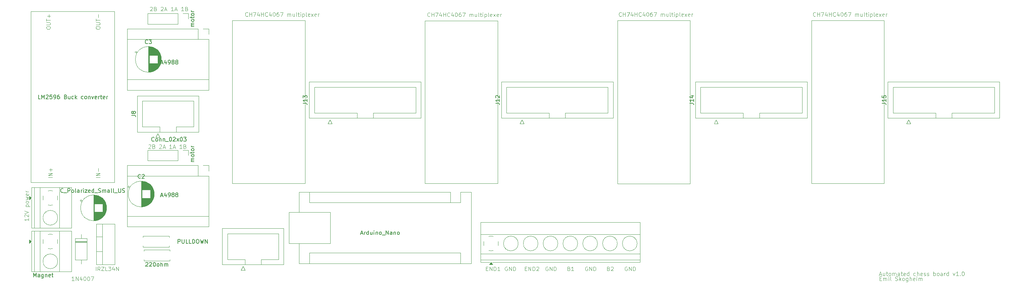
<source format=gbr>
%TF.GenerationSoftware,KiCad,Pcbnew,9.0.0*%
%TF.CreationDate,2025-03-13T12:01:58+01:00*%
%TF.ProjectId,chessboard_pcb,63686573-7362-46f6-9172-645f7063622e,rev?*%
%TF.SameCoordinates,Original*%
%TF.FileFunction,Legend,Top*%
%TF.FilePolarity,Positive*%
%FSLAX46Y46*%
G04 Gerber Fmt 4.6, Leading zero omitted, Abs format (unit mm)*
G04 Created by KiCad (PCBNEW 9.0.0) date 2025-03-13 12:01:58*
%MOMM*%
%LPD*%
G01*
G04 APERTURE LIST*
%ADD10C,0.100000*%
%ADD11C,0.150000*%
%ADD12C,0.120000*%
G04 APERTURE END LIST*
D10*
X229880000Y-56710000D02*
X248150000Y-56710000D01*
X248150000Y-97840000D01*
X229880000Y-97840000D01*
X229880000Y-56710000D01*
X180880000Y-56710000D02*
X199180000Y-56710000D01*
X199180000Y-97880000D01*
X180880000Y-97880000D01*
X180880000Y-56710000D01*
X83750000Y-56700000D02*
X102050000Y-56700000D01*
X102050000Y-97860000D01*
X83750000Y-97860000D01*
X83750000Y-56700000D01*
X132350000Y-56760000D02*
X150660000Y-56760000D01*
X150660000Y-97860000D01*
X132350000Y-97860000D01*
X132350000Y-56760000D01*
X147743884Y-119348609D02*
X148077217Y-119348609D01*
X148220074Y-119872419D02*
X147743884Y-119872419D01*
X147743884Y-119872419D02*
X147743884Y-118872419D01*
X147743884Y-118872419D02*
X148220074Y-118872419D01*
X148648646Y-119872419D02*
X148648646Y-118872419D01*
X148648646Y-118872419D02*
X149220074Y-119872419D01*
X149220074Y-119872419D02*
X149220074Y-118872419D01*
X149696265Y-119872419D02*
X149696265Y-118872419D01*
X149696265Y-118872419D02*
X149934360Y-118872419D01*
X149934360Y-118872419D02*
X150077217Y-118920038D01*
X150077217Y-118920038D02*
X150172455Y-119015276D01*
X150172455Y-119015276D02*
X150220074Y-119110514D01*
X150220074Y-119110514D02*
X150267693Y-119300990D01*
X150267693Y-119300990D02*
X150267693Y-119443847D01*
X150267693Y-119443847D02*
X150220074Y-119634323D01*
X150220074Y-119634323D02*
X150172455Y-119729561D01*
X150172455Y-119729561D02*
X150077217Y-119824800D01*
X150077217Y-119824800D02*
X149934360Y-119872419D01*
X149934360Y-119872419D02*
X149696265Y-119872419D01*
X151220074Y-119872419D02*
X150648646Y-119872419D01*
X150934360Y-119872419D02*
X150934360Y-118872419D01*
X150934360Y-118872419D02*
X150839122Y-119015276D01*
X150839122Y-119015276D02*
X150743884Y-119110514D01*
X150743884Y-119110514D02*
X150648646Y-119158133D01*
X163327693Y-118920038D02*
X163232455Y-118872419D01*
X163232455Y-118872419D02*
X163089598Y-118872419D01*
X163089598Y-118872419D02*
X162946741Y-118920038D01*
X162946741Y-118920038D02*
X162851503Y-119015276D01*
X162851503Y-119015276D02*
X162803884Y-119110514D01*
X162803884Y-119110514D02*
X162756265Y-119300990D01*
X162756265Y-119300990D02*
X162756265Y-119443847D01*
X162756265Y-119443847D02*
X162803884Y-119634323D01*
X162803884Y-119634323D02*
X162851503Y-119729561D01*
X162851503Y-119729561D02*
X162946741Y-119824800D01*
X162946741Y-119824800D02*
X163089598Y-119872419D01*
X163089598Y-119872419D02*
X163184836Y-119872419D01*
X163184836Y-119872419D02*
X163327693Y-119824800D01*
X163327693Y-119824800D02*
X163375312Y-119777180D01*
X163375312Y-119777180D02*
X163375312Y-119443847D01*
X163375312Y-119443847D02*
X163184836Y-119443847D01*
X163803884Y-119872419D02*
X163803884Y-118872419D01*
X163803884Y-118872419D02*
X164375312Y-119872419D01*
X164375312Y-119872419D02*
X164375312Y-118872419D01*
X164851503Y-119872419D02*
X164851503Y-118872419D01*
X164851503Y-118872419D02*
X165089598Y-118872419D01*
X165089598Y-118872419D02*
X165232455Y-118920038D01*
X165232455Y-118920038D02*
X165327693Y-119015276D01*
X165327693Y-119015276D02*
X165375312Y-119110514D01*
X165375312Y-119110514D02*
X165422931Y-119300990D01*
X165422931Y-119300990D02*
X165422931Y-119443847D01*
X165422931Y-119443847D02*
X165375312Y-119634323D01*
X165375312Y-119634323D02*
X165327693Y-119729561D01*
X165327693Y-119729561D02*
X165232455Y-119824800D01*
X165232455Y-119824800D02*
X165089598Y-119872419D01*
X165089598Y-119872419D02*
X164851503Y-119872419D01*
X133585312Y-55607180D02*
X133537693Y-55654800D01*
X133537693Y-55654800D02*
X133394836Y-55702419D01*
X133394836Y-55702419D02*
X133299598Y-55702419D01*
X133299598Y-55702419D02*
X133156741Y-55654800D01*
X133156741Y-55654800D02*
X133061503Y-55559561D01*
X133061503Y-55559561D02*
X133013884Y-55464323D01*
X133013884Y-55464323D02*
X132966265Y-55273847D01*
X132966265Y-55273847D02*
X132966265Y-55130990D01*
X132966265Y-55130990D02*
X133013884Y-54940514D01*
X133013884Y-54940514D02*
X133061503Y-54845276D01*
X133061503Y-54845276D02*
X133156741Y-54750038D01*
X133156741Y-54750038D02*
X133299598Y-54702419D01*
X133299598Y-54702419D02*
X133394836Y-54702419D01*
X133394836Y-54702419D02*
X133537693Y-54750038D01*
X133537693Y-54750038D02*
X133585312Y-54797657D01*
X134013884Y-55702419D02*
X134013884Y-54702419D01*
X134013884Y-55178609D02*
X134585312Y-55178609D01*
X134585312Y-55702419D02*
X134585312Y-54702419D01*
X134966265Y-54702419D02*
X135632931Y-54702419D01*
X135632931Y-54702419D02*
X135204360Y-55702419D01*
X136442455Y-55035752D02*
X136442455Y-55702419D01*
X136204360Y-54654800D02*
X135966265Y-55369085D01*
X135966265Y-55369085D02*
X136585312Y-55369085D01*
X136966265Y-55702419D02*
X136966265Y-54702419D01*
X136966265Y-55178609D02*
X137537693Y-55178609D01*
X137537693Y-55702419D02*
X137537693Y-54702419D01*
X138585312Y-55607180D02*
X138537693Y-55654800D01*
X138537693Y-55654800D02*
X138394836Y-55702419D01*
X138394836Y-55702419D02*
X138299598Y-55702419D01*
X138299598Y-55702419D02*
X138156741Y-55654800D01*
X138156741Y-55654800D02*
X138061503Y-55559561D01*
X138061503Y-55559561D02*
X138013884Y-55464323D01*
X138013884Y-55464323D02*
X137966265Y-55273847D01*
X137966265Y-55273847D02*
X137966265Y-55130990D01*
X137966265Y-55130990D02*
X138013884Y-54940514D01*
X138013884Y-54940514D02*
X138061503Y-54845276D01*
X138061503Y-54845276D02*
X138156741Y-54750038D01*
X138156741Y-54750038D02*
X138299598Y-54702419D01*
X138299598Y-54702419D02*
X138394836Y-54702419D01*
X138394836Y-54702419D02*
X138537693Y-54750038D01*
X138537693Y-54750038D02*
X138585312Y-54797657D01*
X139442455Y-55035752D02*
X139442455Y-55702419D01*
X139204360Y-54654800D02*
X138966265Y-55369085D01*
X138966265Y-55369085D02*
X139585312Y-55369085D01*
X140156741Y-54702419D02*
X140251979Y-54702419D01*
X140251979Y-54702419D02*
X140347217Y-54750038D01*
X140347217Y-54750038D02*
X140394836Y-54797657D01*
X140394836Y-54797657D02*
X140442455Y-54892895D01*
X140442455Y-54892895D02*
X140490074Y-55083371D01*
X140490074Y-55083371D02*
X140490074Y-55321466D01*
X140490074Y-55321466D02*
X140442455Y-55511942D01*
X140442455Y-55511942D02*
X140394836Y-55607180D01*
X140394836Y-55607180D02*
X140347217Y-55654800D01*
X140347217Y-55654800D02*
X140251979Y-55702419D01*
X140251979Y-55702419D02*
X140156741Y-55702419D01*
X140156741Y-55702419D02*
X140061503Y-55654800D01*
X140061503Y-55654800D02*
X140013884Y-55607180D01*
X140013884Y-55607180D02*
X139966265Y-55511942D01*
X139966265Y-55511942D02*
X139918646Y-55321466D01*
X139918646Y-55321466D02*
X139918646Y-55083371D01*
X139918646Y-55083371D02*
X139966265Y-54892895D01*
X139966265Y-54892895D02*
X140013884Y-54797657D01*
X140013884Y-54797657D02*
X140061503Y-54750038D01*
X140061503Y-54750038D02*
X140156741Y-54702419D01*
X141347217Y-54702419D02*
X141156741Y-54702419D01*
X141156741Y-54702419D02*
X141061503Y-54750038D01*
X141061503Y-54750038D02*
X141013884Y-54797657D01*
X141013884Y-54797657D02*
X140918646Y-54940514D01*
X140918646Y-54940514D02*
X140871027Y-55130990D01*
X140871027Y-55130990D02*
X140871027Y-55511942D01*
X140871027Y-55511942D02*
X140918646Y-55607180D01*
X140918646Y-55607180D02*
X140966265Y-55654800D01*
X140966265Y-55654800D02*
X141061503Y-55702419D01*
X141061503Y-55702419D02*
X141251979Y-55702419D01*
X141251979Y-55702419D02*
X141347217Y-55654800D01*
X141347217Y-55654800D02*
X141394836Y-55607180D01*
X141394836Y-55607180D02*
X141442455Y-55511942D01*
X141442455Y-55511942D02*
X141442455Y-55273847D01*
X141442455Y-55273847D02*
X141394836Y-55178609D01*
X141394836Y-55178609D02*
X141347217Y-55130990D01*
X141347217Y-55130990D02*
X141251979Y-55083371D01*
X141251979Y-55083371D02*
X141061503Y-55083371D01*
X141061503Y-55083371D02*
X140966265Y-55130990D01*
X140966265Y-55130990D02*
X140918646Y-55178609D01*
X140918646Y-55178609D02*
X140871027Y-55273847D01*
X141775789Y-54702419D02*
X142442455Y-54702419D01*
X142442455Y-54702419D02*
X142013884Y-55702419D01*
X143585313Y-55702419D02*
X143585313Y-55035752D01*
X143585313Y-55130990D02*
X143632932Y-55083371D01*
X143632932Y-55083371D02*
X143728170Y-55035752D01*
X143728170Y-55035752D02*
X143871027Y-55035752D01*
X143871027Y-55035752D02*
X143966265Y-55083371D01*
X143966265Y-55083371D02*
X144013884Y-55178609D01*
X144013884Y-55178609D02*
X144013884Y-55702419D01*
X144013884Y-55178609D02*
X144061503Y-55083371D01*
X144061503Y-55083371D02*
X144156741Y-55035752D01*
X144156741Y-55035752D02*
X144299598Y-55035752D01*
X144299598Y-55035752D02*
X144394837Y-55083371D01*
X144394837Y-55083371D02*
X144442456Y-55178609D01*
X144442456Y-55178609D02*
X144442456Y-55702419D01*
X145347217Y-55035752D02*
X145347217Y-55702419D01*
X144918646Y-55035752D02*
X144918646Y-55559561D01*
X144918646Y-55559561D02*
X144966265Y-55654800D01*
X144966265Y-55654800D02*
X145061503Y-55702419D01*
X145061503Y-55702419D02*
X145204360Y-55702419D01*
X145204360Y-55702419D02*
X145299598Y-55654800D01*
X145299598Y-55654800D02*
X145347217Y-55607180D01*
X145966265Y-55702419D02*
X145871027Y-55654800D01*
X145871027Y-55654800D02*
X145823408Y-55559561D01*
X145823408Y-55559561D02*
X145823408Y-54702419D01*
X146204361Y-55035752D02*
X146585313Y-55035752D01*
X146347218Y-54702419D02*
X146347218Y-55559561D01*
X146347218Y-55559561D02*
X146394837Y-55654800D01*
X146394837Y-55654800D02*
X146490075Y-55702419D01*
X146490075Y-55702419D02*
X146585313Y-55702419D01*
X146918647Y-55702419D02*
X146918647Y-55035752D01*
X146918647Y-54702419D02*
X146871028Y-54750038D01*
X146871028Y-54750038D02*
X146918647Y-54797657D01*
X146918647Y-54797657D02*
X146966266Y-54750038D01*
X146966266Y-54750038D02*
X146918647Y-54702419D01*
X146918647Y-54702419D02*
X146918647Y-54797657D01*
X147394837Y-55035752D02*
X147394837Y-56035752D01*
X147394837Y-55083371D02*
X147490075Y-55035752D01*
X147490075Y-55035752D02*
X147680551Y-55035752D01*
X147680551Y-55035752D02*
X147775789Y-55083371D01*
X147775789Y-55083371D02*
X147823408Y-55130990D01*
X147823408Y-55130990D02*
X147871027Y-55226228D01*
X147871027Y-55226228D02*
X147871027Y-55511942D01*
X147871027Y-55511942D02*
X147823408Y-55607180D01*
X147823408Y-55607180D02*
X147775789Y-55654800D01*
X147775789Y-55654800D02*
X147680551Y-55702419D01*
X147680551Y-55702419D02*
X147490075Y-55702419D01*
X147490075Y-55702419D02*
X147394837Y-55654800D01*
X148442456Y-55702419D02*
X148347218Y-55654800D01*
X148347218Y-55654800D02*
X148299599Y-55559561D01*
X148299599Y-55559561D02*
X148299599Y-54702419D01*
X149204361Y-55654800D02*
X149109123Y-55702419D01*
X149109123Y-55702419D02*
X148918647Y-55702419D01*
X148918647Y-55702419D02*
X148823409Y-55654800D01*
X148823409Y-55654800D02*
X148775790Y-55559561D01*
X148775790Y-55559561D02*
X148775790Y-55178609D01*
X148775790Y-55178609D02*
X148823409Y-55083371D01*
X148823409Y-55083371D02*
X148918647Y-55035752D01*
X148918647Y-55035752D02*
X149109123Y-55035752D01*
X149109123Y-55035752D02*
X149204361Y-55083371D01*
X149204361Y-55083371D02*
X149251980Y-55178609D01*
X149251980Y-55178609D02*
X149251980Y-55273847D01*
X149251980Y-55273847D02*
X148775790Y-55369085D01*
X149585314Y-55702419D02*
X150109123Y-55035752D01*
X149585314Y-55035752D02*
X150109123Y-55702419D01*
X150871028Y-55654800D02*
X150775790Y-55702419D01*
X150775790Y-55702419D02*
X150585314Y-55702419D01*
X150585314Y-55702419D02*
X150490076Y-55654800D01*
X150490076Y-55654800D02*
X150442457Y-55559561D01*
X150442457Y-55559561D02*
X150442457Y-55178609D01*
X150442457Y-55178609D02*
X150490076Y-55083371D01*
X150490076Y-55083371D02*
X150585314Y-55035752D01*
X150585314Y-55035752D02*
X150775790Y-55035752D01*
X150775790Y-55035752D02*
X150871028Y-55083371D01*
X150871028Y-55083371D02*
X150918647Y-55178609D01*
X150918647Y-55178609D02*
X150918647Y-55273847D01*
X150918647Y-55273847D02*
X150442457Y-55369085D01*
X151347219Y-55702419D02*
X151347219Y-55035752D01*
X151347219Y-55226228D02*
X151394838Y-55130990D01*
X151394838Y-55130990D02*
X151442457Y-55083371D01*
X151442457Y-55083371D02*
X151537695Y-55035752D01*
X151537695Y-55035752D02*
X151632933Y-55035752D01*
X49303884Y-119872419D02*
X49303884Y-118872419D01*
X50351502Y-119872419D02*
X50018169Y-119396228D01*
X49780074Y-119872419D02*
X49780074Y-118872419D01*
X49780074Y-118872419D02*
X50161026Y-118872419D01*
X50161026Y-118872419D02*
X50256264Y-118920038D01*
X50256264Y-118920038D02*
X50303883Y-118967657D01*
X50303883Y-118967657D02*
X50351502Y-119062895D01*
X50351502Y-119062895D02*
X50351502Y-119205752D01*
X50351502Y-119205752D02*
X50303883Y-119300990D01*
X50303883Y-119300990D02*
X50256264Y-119348609D01*
X50256264Y-119348609D02*
X50161026Y-119396228D01*
X50161026Y-119396228D02*
X49780074Y-119396228D01*
X50684836Y-118872419D02*
X51351502Y-118872419D01*
X51351502Y-118872419D02*
X50684836Y-119872419D01*
X50684836Y-119872419D02*
X51351502Y-119872419D01*
X52208645Y-119872419D02*
X51732455Y-119872419D01*
X51732455Y-119872419D02*
X51732455Y-118872419D01*
X52446741Y-118872419D02*
X53065788Y-118872419D01*
X53065788Y-118872419D02*
X52732455Y-119253371D01*
X52732455Y-119253371D02*
X52875312Y-119253371D01*
X52875312Y-119253371D02*
X52970550Y-119300990D01*
X52970550Y-119300990D02*
X53018169Y-119348609D01*
X53018169Y-119348609D02*
X53065788Y-119443847D01*
X53065788Y-119443847D02*
X53065788Y-119681942D01*
X53065788Y-119681942D02*
X53018169Y-119777180D01*
X53018169Y-119777180D02*
X52970550Y-119824800D01*
X52970550Y-119824800D02*
X52875312Y-119872419D01*
X52875312Y-119872419D02*
X52589598Y-119872419D01*
X52589598Y-119872419D02*
X52494360Y-119824800D01*
X52494360Y-119824800D02*
X52446741Y-119777180D01*
X53922931Y-119205752D02*
X53922931Y-119872419D01*
X53684836Y-118824800D02*
X53446741Y-119539085D01*
X53446741Y-119539085D02*
X54065788Y-119539085D01*
X54446741Y-119872419D02*
X54446741Y-118872419D01*
X54446741Y-118872419D02*
X55018169Y-119872419D01*
X55018169Y-119872419D02*
X55018169Y-118872419D01*
X87625312Y-55527180D02*
X87577693Y-55574800D01*
X87577693Y-55574800D02*
X87434836Y-55622419D01*
X87434836Y-55622419D02*
X87339598Y-55622419D01*
X87339598Y-55622419D02*
X87196741Y-55574800D01*
X87196741Y-55574800D02*
X87101503Y-55479561D01*
X87101503Y-55479561D02*
X87053884Y-55384323D01*
X87053884Y-55384323D02*
X87006265Y-55193847D01*
X87006265Y-55193847D02*
X87006265Y-55050990D01*
X87006265Y-55050990D02*
X87053884Y-54860514D01*
X87053884Y-54860514D02*
X87101503Y-54765276D01*
X87101503Y-54765276D02*
X87196741Y-54670038D01*
X87196741Y-54670038D02*
X87339598Y-54622419D01*
X87339598Y-54622419D02*
X87434836Y-54622419D01*
X87434836Y-54622419D02*
X87577693Y-54670038D01*
X87577693Y-54670038D02*
X87625312Y-54717657D01*
X88053884Y-55622419D02*
X88053884Y-54622419D01*
X88053884Y-55098609D02*
X88625312Y-55098609D01*
X88625312Y-55622419D02*
X88625312Y-54622419D01*
X89006265Y-54622419D02*
X89672931Y-54622419D01*
X89672931Y-54622419D02*
X89244360Y-55622419D01*
X90482455Y-54955752D02*
X90482455Y-55622419D01*
X90244360Y-54574800D02*
X90006265Y-55289085D01*
X90006265Y-55289085D02*
X90625312Y-55289085D01*
X91006265Y-55622419D02*
X91006265Y-54622419D01*
X91006265Y-55098609D02*
X91577693Y-55098609D01*
X91577693Y-55622419D02*
X91577693Y-54622419D01*
X92625312Y-55527180D02*
X92577693Y-55574800D01*
X92577693Y-55574800D02*
X92434836Y-55622419D01*
X92434836Y-55622419D02*
X92339598Y-55622419D01*
X92339598Y-55622419D02*
X92196741Y-55574800D01*
X92196741Y-55574800D02*
X92101503Y-55479561D01*
X92101503Y-55479561D02*
X92053884Y-55384323D01*
X92053884Y-55384323D02*
X92006265Y-55193847D01*
X92006265Y-55193847D02*
X92006265Y-55050990D01*
X92006265Y-55050990D02*
X92053884Y-54860514D01*
X92053884Y-54860514D02*
X92101503Y-54765276D01*
X92101503Y-54765276D02*
X92196741Y-54670038D01*
X92196741Y-54670038D02*
X92339598Y-54622419D01*
X92339598Y-54622419D02*
X92434836Y-54622419D01*
X92434836Y-54622419D02*
X92577693Y-54670038D01*
X92577693Y-54670038D02*
X92625312Y-54717657D01*
X93482455Y-54955752D02*
X93482455Y-55622419D01*
X93244360Y-54574800D02*
X93006265Y-55289085D01*
X93006265Y-55289085D02*
X93625312Y-55289085D01*
X94196741Y-54622419D02*
X94291979Y-54622419D01*
X94291979Y-54622419D02*
X94387217Y-54670038D01*
X94387217Y-54670038D02*
X94434836Y-54717657D01*
X94434836Y-54717657D02*
X94482455Y-54812895D01*
X94482455Y-54812895D02*
X94530074Y-55003371D01*
X94530074Y-55003371D02*
X94530074Y-55241466D01*
X94530074Y-55241466D02*
X94482455Y-55431942D01*
X94482455Y-55431942D02*
X94434836Y-55527180D01*
X94434836Y-55527180D02*
X94387217Y-55574800D01*
X94387217Y-55574800D02*
X94291979Y-55622419D01*
X94291979Y-55622419D02*
X94196741Y-55622419D01*
X94196741Y-55622419D02*
X94101503Y-55574800D01*
X94101503Y-55574800D02*
X94053884Y-55527180D01*
X94053884Y-55527180D02*
X94006265Y-55431942D01*
X94006265Y-55431942D02*
X93958646Y-55241466D01*
X93958646Y-55241466D02*
X93958646Y-55003371D01*
X93958646Y-55003371D02*
X94006265Y-54812895D01*
X94006265Y-54812895D02*
X94053884Y-54717657D01*
X94053884Y-54717657D02*
X94101503Y-54670038D01*
X94101503Y-54670038D02*
X94196741Y-54622419D01*
X95387217Y-54622419D02*
X95196741Y-54622419D01*
X95196741Y-54622419D02*
X95101503Y-54670038D01*
X95101503Y-54670038D02*
X95053884Y-54717657D01*
X95053884Y-54717657D02*
X94958646Y-54860514D01*
X94958646Y-54860514D02*
X94911027Y-55050990D01*
X94911027Y-55050990D02*
X94911027Y-55431942D01*
X94911027Y-55431942D02*
X94958646Y-55527180D01*
X94958646Y-55527180D02*
X95006265Y-55574800D01*
X95006265Y-55574800D02*
X95101503Y-55622419D01*
X95101503Y-55622419D02*
X95291979Y-55622419D01*
X95291979Y-55622419D02*
X95387217Y-55574800D01*
X95387217Y-55574800D02*
X95434836Y-55527180D01*
X95434836Y-55527180D02*
X95482455Y-55431942D01*
X95482455Y-55431942D02*
X95482455Y-55193847D01*
X95482455Y-55193847D02*
X95434836Y-55098609D01*
X95434836Y-55098609D02*
X95387217Y-55050990D01*
X95387217Y-55050990D02*
X95291979Y-55003371D01*
X95291979Y-55003371D02*
X95101503Y-55003371D01*
X95101503Y-55003371D02*
X95006265Y-55050990D01*
X95006265Y-55050990D02*
X94958646Y-55098609D01*
X94958646Y-55098609D02*
X94911027Y-55193847D01*
X95815789Y-54622419D02*
X96482455Y-54622419D01*
X96482455Y-54622419D02*
X96053884Y-55622419D01*
X97625313Y-55622419D02*
X97625313Y-54955752D01*
X97625313Y-55050990D02*
X97672932Y-55003371D01*
X97672932Y-55003371D02*
X97768170Y-54955752D01*
X97768170Y-54955752D02*
X97911027Y-54955752D01*
X97911027Y-54955752D02*
X98006265Y-55003371D01*
X98006265Y-55003371D02*
X98053884Y-55098609D01*
X98053884Y-55098609D02*
X98053884Y-55622419D01*
X98053884Y-55098609D02*
X98101503Y-55003371D01*
X98101503Y-55003371D02*
X98196741Y-54955752D01*
X98196741Y-54955752D02*
X98339598Y-54955752D01*
X98339598Y-54955752D02*
X98434837Y-55003371D01*
X98434837Y-55003371D02*
X98482456Y-55098609D01*
X98482456Y-55098609D02*
X98482456Y-55622419D01*
X99387217Y-54955752D02*
X99387217Y-55622419D01*
X98958646Y-54955752D02*
X98958646Y-55479561D01*
X98958646Y-55479561D02*
X99006265Y-55574800D01*
X99006265Y-55574800D02*
X99101503Y-55622419D01*
X99101503Y-55622419D02*
X99244360Y-55622419D01*
X99244360Y-55622419D02*
X99339598Y-55574800D01*
X99339598Y-55574800D02*
X99387217Y-55527180D01*
X100006265Y-55622419D02*
X99911027Y-55574800D01*
X99911027Y-55574800D02*
X99863408Y-55479561D01*
X99863408Y-55479561D02*
X99863408Y-54622419D01*
X100244361Y-54955752D02*
X100625313Y-54955752D01*
X100387218Y-54622419D02*
X100387218Y-55479561D01*
X100387218Y-55479561D02*
X100434837Y-55574800D01*
X100434837Y-55574800D02*
X100530075Y-55622419D01*
X100530075Y-55622419D02*
X100625313Y-55622419D01*
X100958647Y-55622419D02*
X100958647Y-54955752D01*
X100958647Y-54622419D02*
X100911028Y-54670038D01*
X100911028Y-54670038D02*
X100958647Y-54717657D01*
X100958647Y-54717657D02*
X101006266Y-54670038D01*
X101006266Y-54670038D02*
X100958647Y-54622419D01*
X100958647Y-54622419D02*
X100958647Y-54717657D01*
X101434837Y-54955752D02*
X101434837Y-55955752D01*
X101434837Y-55003371D02*
X101530075Y-54955752D01*
X101530075Y-54955752D02*
X101720551Y-54955752D01*
X101720551Y-54955752D02*
X101815789Y-55003371D01*
X101815789Y-55003371D02*
X101863408Y-55050990D01*
X101863408Y-55050990D02*
X101911027Y-55146228D01*
X101911027Y-55146228D02*
X101911027Y-55431942D01*
X101911027Y-55431942D02*
X101863408Y-55527180D01*
X101863408Y-55527180D02*
X101815789Y-55574800D01*
X101815789Y-55574800D02*
X101720551Y-55622419D01*
X101720551Y-55622419D02*
X101530075Y-55622419D01*
X101530075Y-55622419D02*
X101434837Y-55574800D01*
X102482456Y-55622419D02*
X102387218Y-55574800D01*
X102387218Y-55574800D02*
X102339599Y-55479561D01*
X102339599Y-55479561D02*
X102339599Y-54622419D01*
X103244361Y-55574800D02*
X103149123Y-55622419D01*
X103149123Y-55622419D02*
X102958647Y-55622419D01*
X102958647Y-55622419D02*
X102863409Y-55574800D01*
X102863409Y-55574800D02*
X102815790Y-55479561D01*
X102815790Y-55479561D02*
X102815790Y-55098609D01*
X102815790Y-55098609D02*
X102863409Y-55003371D01*
X102863409Y-55003371D02*
X102958647Y-54955752D01*
X102958647Y-54955752D02*
X103149123Y-54955752D01*
X103149123Y-54955752D02*
X103244361Y-55003371D01*
X103244361Y-55003371D02*
X103291980Y-55098609D01*
X103291980Y-55098609D02*
X103291980Y-55193847D01*
X103291980Y-55193847D02*
X102815790Y-55289085D01*
X103625314Y-55622419D02*
X104149123Y-54955752D01*
X103625314Y-54955752D02*
X104149123Y-55622419D01*
X104911028Y-55574800D02*
X104815790Y-55622419D01*
X104815790Y-55622419D02*
X104625314Y-55622419D01*
X104625314Y-55622419D02*
X104530076Y-55574800D01*
X104530076Y-55574800D02*
X104482457Y-55479561D01*
X104482457Y-55479561D02*
X104482457Y-55098609D01*
X104482457Y-55098609D02*
X104530076Y-55003371D01*
X104530076Y-55003371D02*
X104625314Y-54955752D01*
X104625314Y-54955752D02*
X104815790Y-54955752D01*
X104815790Y-54955752D02*
X104911028Y-55003371D01*
X104911028Y-55003371D02*
X104958647Y-55098609D01*
X104958647Y-55098609D02*
X104958647Y-55193847D01*
X104958647Y-55193847D02*
X104482457Y-55289085D01*
X105387219Y-55622419D02*
X105387219Y-54955752D01*
X105387219Y-55146228D02*
X105434838Y-55050990D01*
X105434838Y-55050990D02*
X105482457Y-55003371D01*
X105482457Y-55003371D02*
X105577695Y-54955752D01*
X105577695Y-54955752D02*
X105672933Y-54955752D01*
X183327693Y-118920038D02*
X183232455Y-118872419D01*
X183232455Y-118872419D02*
X183089598Y-118872419D01*
X183089598Y-118872419D02*
X182946741Y-118920038D01*
X182946741Y-118920038D02*
X182851503Y-119015276D01*
X182851503Y-119015276D02*
X182803884Y-119110514D01*
X182803884Y-119110514D02*
X182756265Y-119300990D01*
X182756265Y-119300990D02*
X182756265Y-119443847D01*
X182756265Y-119443847D02*
X182803884Y-119634323D01*
X182803884Y-119634323D02*
X182851503Y-119729561D01*
X182851503Y-119729561D02*
X182946741Y-119824800D01*
X182946741Y-119824800D02*
X183089598Y-119872419D01*
X183089598Y-119872419D02*
X183184836Y-119872419D01*
X183184836Y-119872419D02*
X183327693Y-119824800D01*
X183327693Y-119824800D02*
X183375312Y-119777180D01*
X183375312Y-119777180D02*
X183375312Y-119443847D01*
X183375312Y-119443847D02*
X183184836Y-119443847D01*
X183803884Y-119872419D02*
X183803884Y-118872419D01*
X183803884Y-118872419D02*
X184375312Y-119872419D01*
X184375312Y-119872419D02*
X184375312Y-118872419D01*
X184851503Y-119872419D02*
X184851503Y-118872419D01*
X184851503Y-118872419D02*
X185089598Y-118872419D01*
X185089598Y-118872419D02*
X185232455Y-118920038D01*
X185232455Y-118920038D02*
X185327693Y-119015276D01*
X185327693Y-119015276D02*
X185375312Y-119110514D01*
X185375312Y-119110514D02*
X185422931Y-119300990D01*
X185422931Y-119300990D02*
X185422931Y-119443847D01*
X185422931Y-119443847D02*
X185375312Y-119634323D01*
X185375312Y-119634323D02*
X185327693Y-119729561D01*
X185327693Y-119729561D02*
X185232455Y-119824800D01*
X185232455Y-119824800D02*
X185089598Y-119872419D01*
X185089598Y-119872419D02*
X184851503Y-119872419D01*
X153077693Y-118920038D02*
X152982455Y-118872419D01*
X152982455Y-118872419D02*
X152839598Y-118872419D01*
X152839598Y-118872419D02*
X152696741Y-118920038D01*
X152696741Y-118920038D02*
X152601503Y-119015276D01*
X152601503Y-119015276D02*
X152553884Y-119110514D01*
X152553884Y-119110514D02*
X152506265Y-119300990D01*
X152506265Y-119300990D02*
X152506265Y-119443847D01*
X152506265Y-119443847D02*
X152553884Y-119634323D01*
X152553884Y-119634323D02*
X152601503Y-119729561D01*
X152601503Y-119729561D02*
X152696741Y-119824800D01*
X152696741Y-119824800D02*
X152839598Y-119872419D01*
X152839598Y-119872419D02*
X152934836Y-119872419D01*
X152934836Y-119872419D02*
X153077693Y-119824800D01*
X153077693Y-119824800D02*
X153125312Y-119777180D01*
X153125312Y-119777180D02*
X153125312Y-119443847D01*
X153125312Y-119443847D02*
X152934836Y-119443847D01*
X153553884Y-119872419D02*
X153553884Y-118872419D01*
X153553884Y-118872419D02*
X154125312Y-119872419D01*
X154125312Y-119872419D02*
X154125312Y-118872419D01*
X154601503Y-119872419D02*
X154601503Y-118872419D01*
X154601503Y-118872419D02*
X154839598Y-118872419D01*
X154839598Y-118872419D02*
X154982455Y-118920038D01*
X154982455Y-118920038D02*
X155077693Y-119015276D01*
X155077693Y-119015276D02*
X155125312Y-119110514D01*
X155125312Y-119110514D02*
X155172931Y-119300990D01*
X155172931Y-119300990D02*
X155172931Y-119443847D01*
X155172931Y-119443847D02*
X155125312Y-119634323D01*
X155125312Y-119634323D02*
X155077693Y-119729561D01*
X155077693Y-119729561D02*
X154982455Y-119824800D01*
X154982455Y-119824800D02*
X154839598Y-119872419D01*
X154839598Y-119872419D02*
X154601503Y-119872419D01*
X173327693Y-118920038D02*
X173232455Y-118872419D01*
X173232455Y-118872419D02*
X173089598Y-118872419D01*
X173089598Y-118872419D02*
X172946741Y-118920038D01*
X172946741Y-118920038D02*
X172851503Y-119015276D01*
X172851503Y-119015276D02*
X172803884Y-119110514D01*
X172803884Y-119110514D02*
X172756265Y-119300990D01*
X172756265Y-119300990D02*
X172756265Y-119443847D01*
X172756265Y-119443847D02*
X172803884Y-119634323D01*
X172803884Y-119634323D02*
X172851503Y-119729561D01*
X172851503Y-119729561D02*
X172946741Y-119824800D01*
X172946741Y-119824800D02*
X173089598Y-119872419D01*
X173089598Y-119872419D02*
X173184836Y-119872419D01*
X173184836Y-119872419D02*
X173327693Y-119824800D01*
X173327693Y-119824800D02*
X173375312Y-119777180D01*
X173375312Y-119777180D02*
X173375312Y-119443847D01*
X173375312Y-119443847D02*
X173184836Y-119443847D01*
X173803884Y-119872419D02*
X173803884Y-118872419D01*
X173803884Y-118872419D02*
X174375312Y-119872419D01*
X174375312Y-119872419D02*
X174375312Y-118872419D01*
X174851503Y-119872419D02*
X174851503Y-118872419D01*
X174851503Y-118872419D02*
X175089598Y-118872419D01*
X175089598Y-118872419D02*
X175232455Y-118920038D01*
X175232455Y-118920038D02*
X175327693Y-119015276D01*
X175327693Y-119015276D02*
X175375312Y-119110514D01*
X175375312Y-119110514D02*
X175422931Y-119300990D01*
X175422931Y-119300990D02*
X175422931Y-119443847D01*
X175422931Y-119443847D02*
X175375312Y-119634323D01*
X175375312Y-119634323D02*
X175327693Y-119729561D01*
X175327693Y-119729561D02*
X175232455Y-119824800D01*
X175232455Y-119824800D02*
X175089598Y-119872419D01*
X175089598Y-119872419D02*
X174851503Y-119872419D01*
X62606265Y-88107713D02*
X62653884Y-88060094D01*
X62653884Y-88060094D02*
X62749122Y-88012475D01*
X62749122Y-88012475D02*
X62987217Y-88012475D01*
X62987217Y-88012475D02*
X63082455Y-88060094D01*
X63082455Y-88060094D02*
X63130074Y-88107713D01*
X63130074Y-88107713D02*
X63177693Y-88202951D01*
X63177693Y-88202951D02*
X63177693Y-88298189D01*
X63177693Y-88298189D02*
X63130074Y-88441046D01*
X63130074Y-88441046D02*
X62558646Y-89012475D01*
X62558646Y-89012475D02*
X63177693Y-89012475D01*
X63939598Y-88488665D02*
X64082455Y-88536284D01*
X64082455Y-88536284D02*
X64130074Y-88583903D01*
X64130074Y-88583903D02*
X64177693Y-88679141D01*
X64177693Y-88679141D02*
X64177693Y-88821998D01*
X64177693Y-88821998D02*
X64130074Y-88917236D01*
X64130074Y-88917236D02*
X64082455Y-88964856D01*
X64082455Y-88964856D02*
X63987217Y-89012475D01*
X63987217Y-89012475D02*
X63606265Y-89012475D01*
X63606265Y-89012475D02*
X63606265Y-88012475D01*
X63606265Y-88012475D02*
X63939598Y-88012475D01*
X63939598Y-88012475D02*
X64034836Y-88060094D01*
X64034836Y-88060094D02*
X64082455Y-88107713D01*
X64082455Y-88107713D02*
X64130074Y-88202951D01*
X64130074Y-88202951D02*
X64130074Y-88298189D01*
X64130074Y-88298189D02*
X64082455Y-88393427D01*
X64082455Y-88393427D02*
X64034836Y-88441046D01*
X64034836Y-88441046D02*
X63939598Y-88488665D01*
X63939598Y-88488665D02*
X63606265Y-88488665D01*
X65320551Y-88107713D02*
X65368170Y-88060094D01*
X65368170Y-88060094D02*
X65463408Y-88012475D01*
X65463408Y-88012475D02*
X65701503Y-88012475D01*
X65701503Y-88012475D02*
X65796741Y-88060094D01*
X65796741Y-88060094D02*
X65844360Y-88107713D01*
X65844360Y-88107713D02*
X65891979Y-88202951D01*
X65891979Y-88202951D02*
X65891979Y-88298189D01*
X65891979Y-88298189D02*
X65844360Y-88441046D01*
X65844360Y-88441046D02*
X65272932Y-89012475D01*
X65272932Y-89012475D02*
X65891979Y-89012475D01*
X66272932Y-88726760D02*
X66749122Y-88726760D01*
X66177694Y-89012475D02*
X66511027Y-88012475D01*
X66511027Y-88012475D02*
X66844360Y-89012475D01*
X68463408Y-89012475D02*
X67891980Y-89012475D01*
X68177694Y-89012475D02*
X68177694Y-88012475D01*
X68177694Y-88012475D02*
X68082456Y-88155332D01*
X68082456Y-88155332D02*
X67987218Y-88250570D01*
X67987218Y-88250570D02*
X67891980Y-88298189D01*
X68844361Y-88726760D02*
X69320551Y-88726760D01*
X68749123Y-89012475D02*
X69082456Y-88012475D01*
X69082456Y-88012475D02*
X69415789Y-89012475D01*
X71034837Y-89012475D02*
X70463409Y-89012475D01*
X70749123Y-89012475D02*
X70749123Y-88012475D01*
X70749123Y-88012475D02*
X70653885Y-88155332D01*
X70653885Y-88155332D02*
X70558647Y-88250570D01*
X70558647Y-88250570D02*
X70463409Y-88298189D01*
X71796742Y-88488665D02*
X71939599Y-88536284D01*
X71939599Y-88536284D02*
X71987218Y-88583903D01*
X71987218Y-88583903D02*
X72034837Y-88679141D01*
X72034837Y-88679141D02*
X72034837Y-88821998D01*
X72034837Y-88821998D02*
X71987218Y-88917236D01*
X71987218Y-88917236D02*
X71939599Y-88964856D01*
X71939599Y-88964856D02*
X71844361Y-89012475D01*
X71844361Y-89012475D02*
X71463409Y-89012475D01*
X71463409Y-89012475D02*
X71463409Y-88012475D01*
X71463409Y-88012475D02*
X71796742Y-88012475D01*
X71796742Y-88012475D02*
X71891980Y-88060094D01*
X71891980Y-88060094D02*
X71939599Y-88107713D01*
X71939599Y-88107713D02*
X71987218Y-88202951D01*
X71987218Y-88202951D02*
X71987218Y-88298189D01*
X71987218Y-88298189D02*
X71939599Y-88393427D01*
X71939599Y-88393427D02*
X71891980Y-88441046D01*
X71891980Y-88441046D02*
X71796742Y-88488665D01*
X71796742Y-88488665D02*
X71463409Y-88488665D01*
X181875312Y-55527180D02*
X181827693Y-55574800D01*
X181827693Y-55574800D02*
X181684836Y-55622419D01*
X181684836Y-55622419D02*
X181589598Y-55622419D01*
X181589598Y-55622419D02*
X181446741Y-55574800D01*
X181446741Y-55574800D02*
X181351503Y-55479561D01*
X181351503Y-55479561D02*
X181303884Y-55384323D01*
X181303884Y-55384323D02*
X181256265Y-55193847D01*
X181256265Y-55193847D02*
X181256265Y-55050990D01*
X181256265Y-55050990D02*
X181303884Y-54860514D01*
X181303884Y-54860514D02*
X181351503Y-54765276D01*
X181351503Y-54765276D02*
X181446741Y-54670038D01*
X181446741Y-54670038D02*
X181589598Y-54622419D01*
X181589598Y-54622419D02*
X181684836Y-54622419D01*
X181684836Y-54622419D02*
X181827693Y-54670038D01*
X181827693Y-54670038D02*
X181875312Y-54717657D01*
X182303884Y-55622419D02*
X182303884Y-54622419D01*
X182303884Y-55098609D02*
X182875312Y-55098609D01*
X182875312Y-55622419D02*
X182875312Y-54622419D01*
X183256265Y-54622419D02*
X183922931Y-54622419D01*
X183922931Y-54622419D02*
X183494360Y-55622419D01*
X184732455Y-54955752D02*
X184732455Y-55622419D01*
X184494360Y-54574800D02*
X184256265Y-55289085D01*
X184256265Y-55289085D02*
X184875312Y-55289085D01*
X185256265Y-55622419D02*
X185256265Y-54622419D01*
X185256265Y-55098609D02*
X185827693Y-55098609D01*
X185827693Y-55622419D02*
X185827693Y-54622419D01*
X186875312Y-55527180D02*
X186827693Y-55574800D01*
X186827693Y-55574800D02*
X186684836Y-55622419D01*
X186684836Y-55622419D02*
X186589598Y-55622419D01*
X186589598Y-55622419D02*
X186446741Y-55574800D01*
X186446741Y-55574800D02*
X186351503Y-55479561D01*
X186351503Y-55479561D02*
X186303884Y-55384323D01*
X186303884Y-55384323D02*
X186256265Y-55193847D01*
X186256265Y-55193847D02*
X186256265Y-55050990D01*
X186256265Y-55050990D02*
X186303884Y-54860514D01*
X186303884Y-54860514D02*
X186351503Y-54765276D01*
X186351503Y-54765276D02*
X186446741Y-54670038D01*
X186446741Y-54670038D02*
X186589598Y-54622419D01*
X186589598Y-54622419D02*
X186684836Y-54622419D01*
X186684836Y-54622419D02*
X186827693Y-54670038D01*
X186827693Y-54670038D02*
X186875312Y-54717657D01*
X187732455Y-54955752D02*
X187732455Y-55622419D01*
X187494360Y-54574800D02*
X187256265Y-55289085D01*
X187256265Y-55289085D02*
X187875312Y-55289085D01*
X188446741Y-54622419D02*
X188541979Y-54622419D01*
X188541979Y-54622419D02*
X188637217Y-54670038D01*
X188637217Y-54670038D02*
X188684836Y-54717657D01*
X188684836Y-54717657D02*
X188732455Y-54812895D01*
X188732455Y-54812895D02*
X188780074Y-55003371D01*
X188780074Y-55003371D02*
X188780074Y-55241466D01*
X188780074Y-55241466D02*
X188732455Y-55431942D01*
X188732455Y-55431942D02*
X188684836Y-55527180D01*
X188684836Y-55527180D02*
X188637217Y-55574800D01*
X188637217Y-55574800D02*
X188541979Y-55622419D01*
X188541979Y-55622419D02*
X188446741Y-55622419D01*
X188446741Y-55622419D02*
X188351503Y-55574800D01*
X188351503Y-55574800D02*
X188303884Y-55527180D01*
X188303884Y-55527180D02*
X188256265Y-55431942D01*
X188256265Y-55431942D02*
X188208646Y-55241466D01*
X188208646Y-55241466D02*
X188208646Y-55003371D01*
X188208646Y-55003371D02*
X188256265Y-54812895D01*
X188256265Y-54812895D02*
X188303884Y-54717657D01*
X188303884Y-54717657D02*
X188351503Y-54670038D01*
X188351503Y-54670038D02*
X188446741Y-54622419D01*
X189637217Y-54622419D02*
X189446741Y-54622419D01*
X189446741Y-54622419D02*
X189351503Y-54670038D01*
X189351503Y-54670038D02*
X189303884Y-54717657D01*
X189303884Y-54717657D02*
X189208646Y-54860514D01*
X189208646Y-54860514D02*
X189161027Y-55050990D01*
X189161027Y-55050990D02*
X189161027Y-55431942D01*
X189161027Y-55431942D02*
X189208646Y-55527180D01*
X189208646Y-55527180D02*
X189256265Y-55574800D01*
X189256265Y-55574800D02*
X189351503Y-55622419D01*
X189351503Y-55622419D02*
X189541979Y-55622419D01*
X189541979Y-55622419D02*
X189637217Y-55574800D01*
X189637217Y-55574800D02*
X189684836Y-55527180D01*
X189684836Y-55527180D02*
X189732455Y-55431942D01*
X189732455Y-55431942D02*
X189732455Y-55193847D01*
X189732455Y-55193847D02*
X189684836Y-55098609D01*
X189684836Y-55098609D02*
X189637217Y-55050990D01*
X189637217Y-55050990D02*
X189541979Y-55003371D01*
X189541979Y-55003371D02*
X189351503Y-55003371D01*
X189351503Y-55003371D02*
X189256265Y-55050990D01*
X189256265Y-55050990D02*
X189208646Y-55098609D01*
X189208646Y-55098609D02*
X189161027Y-55193847D01*
X190065789Y-54622419D02*
X190732455Y-54622419D01*
X190732455Y-54622419D02*
X190303884Y-55622419D01*
X191875313Y-55622419D02*
X191875313Y-54955752D01*
X191875313Y-55050990D02*
X191922932Y-55003371D01*
X191922932Y-55003371D02*
X192018170Y-54955752D01*
X192018170Y-54955752D02*
X192161027Y-54955752D01*
X192161027Y-54955752D02*
X192256265Y-55003371D01*
X192256265Y-55003371D02*
X192303884Y-55098609D01*
X192303884Y-55098609D02*
X192303884Y-55622419D01*
X192303884Y-55098609D02*
X192351503Y-55003371D01*
X192351503Y-55003371D02*
X192446741Y-54955752D01*
X192446741Y-54955752D02*
X192589598Y-54955752D01*
X192589598Y-54955752D02*
X192684837Y-55003371D01*
X192684837Y-55003371D02*
X192732456Y-55098609D01*
X192732456Y-55098609D02*
X192732456Y-55622419D01*
X193637217Y-54955752D02*
X193637217Y-55622419D01*
X193208646Y-54955752D02*
X193208646Y-55479561D01*
X193208646Y-55479561D02*
X193256265Y-55574800D01*
X193256265Y-55574800D02*
X193351503Y-55622419D01*
X193351503Y-55622419D02*
X193494360Y-55622419D01*
X193494360Y-55622419D02*
X193589598Y-55574800D01*
X193589598Y-55574800D02*
X193637217Y-55527180D01*
X194256265Y-55622419D02*
X194161027Y-55574800D01*
X194161027Y-55574800D02*
X194113408Y-55479561D01*
X194113408Y-55479561D02*
X194113408Y-54622419D01*
X194494361Y-54955752D02*
X194875313Y-54955752D01*
X194637218Y-54622419D02*
X194637218Y-55479561D01*
X194637218Y-55479561D02*
X194684837Y-55574800D01*
X194684837Y-55574800D02*
X194780075Y-55622419D01*
X194780075Y-55622419D02*
X194875313Y-55622419D01*
X195208647Y-55622419D02*
X195208647Y-54955752D01*
X195208647Y-54622419D02*
X195161028Y-54670038D01*
X195161028Y-54670038D02*
X195208647Y-54717657D01*
X195208647Y-54717657D02*
X195256266Y-54670038D01*
X195256266Y-54670038D02*
X195208647Y-54622419D01*
X195208647Y-54622419D02*
X195208647Y-54717657D01*
X195684837Y-54955752D02*
X195684837Y-55955752D01*
X195684837Y-55003371D02*
X195780075Y-54955752D01*
X195780075Y-54955752D02*
X195970551Y-54955752D01*
X195970551Y-54955752D02*
X196065789Y-55003371D01*
X196065789Y-55003371D02*
X196113408Y-55050990D01*
X196113408Y-55050990D02*
X196161027Y-55146228D01*
X196161027Y-55146228D02*
X196161027Y-55431942D01*
X196161027Y-55431942D02*
X196113408Y-55527180D01*
X196113408Y-55527180D02*
X196065789Y-55574800D01*
X196065789Y-55574800D02*
X195970551Y-55622419D01*
X195970551Y-55622419D02*
X195780075Y-55622419D01*
X195780075Y-55622419D02*
X195684837Y-55574800D01*
X196732456Y-55622419D02*
X196637218Y-55574800D01*
X196637218Y-55574800D02*
X196589599Y-55479561D01*
X196589599Y-55479561D02*
X196589599Y-54622419D01*
X197494361Y-55574800D02*
X197399123Y-55622419D01*
X197399123Y-55622419D02*
X197208647Y-55622419D01*
X197208647Y-55622419D02*
X197113409Y-55574800D01*
X197113409Y-55574800D02*
X197065790Y-55479561D01*
X197065790Y-55479561D02*
X197065790Y-55098609D01*
X197065790Y-55098609D02*
X197113409Y-55003371D01*
X197113409Y-55003371D02*
X197208647Y-54955752D01*
X197208647Y-54955752D02*
X197399123Y-54955752D01*
X197399123Y-54955752D02*
X197494361Y-55003371D01*
X197494361Y-55003371D02*
X197541980Y-55098609D01*
X197541980Y-55098609D02*
X197541980Y-55193847D01*
X197541980Y-55193847D02*
X197065790Y-55289085D01*
X197875314Y-55622419D02*
X198399123Y-54955752D01*
X197875314Y-54955752D02*
X198399123Y-55622419D01*
X199161028Y-55574800D02*
X199065790Y-55622419D01*
X199065790Y-55622419D02*
X198875314Y-55622419D01*
X198875314Y-55622419D02*
X198780076Y-55574800D01*
X198780076Y-55574800D02*
X198732457Y-55479561D01*
X198732457Y-55479561D02*
X198732457Y-55098609D01*
X198732457Y-55098609D02*
X198780076Y-55003371D01*
X198780076Y-55003371D02*
X198875314Y-54955752D01*
X198875314Y-54955752D02*
X199065790Y-54955752D01*
X199065790Y-54955752D02*
X199161028Y-55003371D01*
X199161028Y-55003371D02*
X199208647Y-55098609D01*
X199208647Y-55098609D02*
X199208647Y-55193847D01*
X199208647Y-55193847D02*
X198732457Y-55289085D01*
X199637219Y-55622419D02*
X199637219Y-54955752D01*
X199637219Y-55146228D02*
X199684838Y-55050990D01*
X199684838Y-55050990D02*
X199732457Y-55003371D01*
X199732457Y-55003371D02*
X199827695Y-54955752D01*
X199827695Y-54955752D02*
X199922933Y-54955752D01*
X32332419Y-106662306D02*
X32332419Y-107233734D01*
X32332419Y-106948020D02*
X31332419Y-106948020D01*
X31332419Y-106948020D02*
X31475276Y-107043258D01*
X31475276Y-107043258D02*
X31570514Y-107138496D01*
X31570514Y-107138496D02*
X31618133Y-107233734D01*
X31427657Y-106281353D02*
X31380038Y-106233734D01*
X31380038Y-106233734D02*
X31332419Y-106138496D01*
X31332419Y-106138496D02*
X31332419Y-105900401D01*
X31332419Y-105900401D02*
X31380038Y-105805163D01*
X31380038Y-105805163D02*
X31427657Y-105757544D01*
X31427657Y-105757544D02*
X31522895Y-105709925D01*
X31522895Y-105709925D02*
X31618133Y-105709925D01*
X31618133Y-105709925D02*
X31760990Y-105757544D01*
X31760990Y-105757544D02*
X32332419Y-106328972D01*
X32332419Y-106328972D02*
X32332419Y-105709925D01*
X31332419Y-105424210D02*
X32332419Y-105090877D01*
X32332419Y-105090877D02*
X31332419Y-104757544D01*
X31665752Y-103662305D02*
X32665752Y-103662305D01*
X31713371Y-103662305D02*
X31665752Y-103567067D01*
X31665752Y-103567067D02*
X31665752Y-103376591D01*
X31665752Y-103376591D02*
X31713371Y-103281353D01*
X31713371Y-103281353D02*
X31760990Y-103233734D01*
X31760990Y-103233734D02*
X31856228Y-103186115D01*
X31856228Y-103186115D02*
X32141942Y-103186115D01*
X32141942Y-103186115D02*
X32237180Y-103233734D01*
X32237180Y-103233734D02*
X32284800Y-103281353D01*
X32284800Y-103281353D02*
X32332419Y-103376591D01*
X32332419Y-103376591D02*
X32332419Y-103567067D01*
X32332419Y-103567067D02*
X32284800Y-103662305D01*
X32332419Y-102614686D02*
X32284800Y-102709924D01*
X32284800Y-102709924D02*
X32237180Y-102757543D01*
X32237180Y-102757543D02*
X32141942Y-102805162D01*
X32141942Y-102805162D02*
X31856228Y-102805162D01*
X31856228Y-102805162D02*
X31760990Y-102757543D01*
X31760990Y-102757543D02*
X31713371Y-102709924D01*
X31713371Y-102709924D02*
X31665752Y-102614686D01*
X31665752Y-102614686D02*
X31665752Y-102471829D01*
X31665752Y-102471829D02*
X31713371Y-102376591D01*
X31713371Y-102376591D02*
X31760990Y-102328972D01*
X31760990Y-102328972D02*
X31856228Y-102281353D01*
X31856228Y-102281353D02*
X32141942Y-102281353D01*
X32141942Y-102281353D02*
X32237180Y-102328972D01*
X32237180Y-102328972D02*
X32284800Y-102376591D01*
X32284800Y-102376591D02*
X32332419Y-102471829D01*
X32332419Y-102471829D02*
X32332419Y-102614686D01*
X31665752Y-101948019D02*
X32332419Y-101757543D01*
X32332419Y-101757543D02*
X31856228Y-101567067D01*
X31856228Y-101567067D02*
X32332419Y-101376591D01*
X32332419Y-101376591D02*
X31665752Y-101186115D01*
X32284800Y-100424210D02*
X32332419Y-100519448D01*
X32332419Y-100519448D02*
X32332419Y-100709924D01*
X32332419Y-100709924D02*
X32284800Y-100805162D01*
X32284800Y-100805162D02*
X32189561Y-100852781D01*
X32189561Y-100852781D02*
X31808609Y-100852781D01*
X31808609Y-100852781D02*
X31713371Y-100805162D01*
X31713371Y-100805162D02*
X31665752Y-100709924D01*
X31665752Y-100709924D02*
X31665752Y-100519448D01*
X31665752Y-100519448D02*
X31713371Y-100424210D01*
X31713371Y-100424210D02*
X31808609Y-100376591D01*
X31808609Y-100376591D02*
X31903847Y-100376591D01*
X31903847Y-100376591D02*
X31999085Y-100852781D01*
X32332419Y-99948019D02*
X31665752Y-99948019D01*
X31856228Y-99948019D02*
X31760990Y-99900400D01*
X31760990Y-99900400D02*
X31713371Y-99852781D01*
X31713371Y-99852781D02*
X31665752Y-99757543D01*
X31665752Y-99757543D02*
X31665752Y-99662305D01*
X247006265Y-120836704D02*
X247482455Y-120836704D01*
X246911027Y-121122419D02*
X247244360Y-120122419D01*
X247244360Y-120122419D02*
X247577693Y-121122419D01*
X248339598Y-120455752D02*
X248339598Y-121122419D01*
X247911027Y-120455752D02*
X247911027Y-120979561D01*
X247911027Y-120979561D02*
X247958646Y-121074800D01*
X247958646Y-121074800D02*
X248053884Y-121122419D01*
X248053884Y-121122419D02*
X248196741Y-121122419D01*
X248196741Y-121122419D02*
X248291979Y-121074800D01*
X248291979Y-121074800D02*
X248339598Y-121027180D01*
X248672932Y-120455752D02*
X249053884Y-120455752D01*
X248815789Y-120122419D02*
X248815789Y-120979561D01*
X248815789Y-120979561D02*
X248863408Y-121074800D01*
X248863408Y-121074800D02*
X248958646Y-121122419D01*
X248958646Y-121122419D02*
X249053884Y-121122419D01*
X249530075Y-121122419D02*
X249434837Y-121074800D01*
X249434837Y-121074800D02*
X249387218Y-121027180D01*
X249387218Y-121027180D02*
X249339599Y-120931942D01*
X249339599Y-120931942D02*
X249339599Y-120646228D01*
X249339599Y-120646228D02*
X249387218Y-120550990D01*
X249387218Y-120550990D02*
X249434837Y-120503371D01*
X249434837Y-120503371D02*
X249530075Y-120455752D01*
X249530075Y-120455752D02*
X249672932Y-120455752D01*
X249672932Y-120455752D02*
X249768170Y-120503371D01*
X249768170Y-120503371D02*
X249815789Y-120550990D01*
X249815789Y-120550990D02*
X249863408Y-120646228D01*
X249863408Y-120646228D02*
X249863408Y-120931942D01*
X249863408Y-120931942D02*
X249815789Y-121027180D01*
X249815789Y-121027180D02*
X249768170Y-121074800D01*
X249768170Y-121074800D02*
X249672932Y-121122419D01*
X249672932Y-121122419D02*
X249530075Y-121122419D01*
X250291980Y-121122419D02*
X250291980Y-120455752D01*
X250291980Y-120550990D02*
X250339599Y-120503371D01*
X250339599Y-120503371D02*
X250434837Y-120455752D01*
X250434837Y-120455752D02*
X250577694Y-120455752D01*
X250577694Y-120455752D02*
X250672932Y-120503371D01*
X250672932Y-120503371D02*
X250720551Y-120598609D01*
X250720551Y-120598609D02*
X250720551Y-121122419D01*
X250720551Y-120598609D02*
X250768170Y-120503371D01*
X250768170Y-120503371D02*
X250863408Y-120455752D01*
X250863408Y-120455752D02*
X251006265Y-120455752D01*
X251006265Y-120455752D02*
X251101504Y-120503371D01*
X251101504Y-120503371D02*
X251149123Y-120598609D01*
X251149123Y-120598609D02*
X251149123Y-121122419D01*
X252053884Y-121122419D02*
X252053884Y-120598609D01*
X252053884Y-120598609D02*
X252006265Y-120503371D01*
X252006265Y-120503371D02*
X251911027Y-120455752D01*
X251911027Y-120455752D02*
X251720551Y-120455752D01*
X251720551Y-120455752D02*
X251625313Y-120503371D01*
X252053884Y-121074800D02*
X251958646Y-121122419D01*
X251958646Y-121122419D02*
X251720551Y-121122419D01*
X251720551Y-121122419D02*
X251625313Y-121074800D01*
X251625313Y-121074800D02*
X251577694Y-120979561D01*
X251577694Y-120979561D02*
X251577694Y-120884323D01*
X251577694Y-120884323D02*
X251625313Y-120789085D01*
X251625313Y-120789085D02*
X251720551Y-120741466D01*
X251720551Y-120741466D02*
X251958646Y-120741466D01*
X251958646Y-120741466D02*
X252053884Y-120693847D01*
X252387218Y-120455752D02*
X252768170Y-120455752D01*
X252530075Y-120122419D02*
X252530075Y-120979561D01*
X252530075Y-120979561D02*
X252577694Y-121074800D01*
X252577694Y-121074800D02*
X252672932Y-121122419D01*
X252672932Y-121122419D02*
X252768170Y-121122419D01*
X253482456Y-121074800D02*
X253387218Y-121122419D01*
X253387218Y-121122419D02*
X253196742Y-121122419D01*
X253196742Y-121122419D02*
X253101504Y-121074800D01*
X253101504Y-121074800D02*
X253053885Y-120979561D01*
X253053885Y-120979561D02*
X253053885Y-120598609D01*
X253053885Y-120598609D02*
X253101504Y-120503371D01*
X253101504Y-120503371D02*
X253196742Y-120455752D01*
X253196742Y-120455752D02*
X253387218Y-120455752D01*
X253387218Y-120455752D02*
X253482456Y-120503371D01*
X253482456Y-120503371D02*
X253530075Y-120598609D01*
X253530075Y-120598609D02*
X253530075Y-120693847D01*
X253530075Y-120693847D02*
X253053885Y-120789085D01*
X254387218Y-121122419D02*
X254387218Y-120122419D01*
X254387218Y-121074800D02*
X254291980Y-121122419D01*
X254291980Y-121122419D02*
X254101504Y-121122419D01*
X254101504Y-121122419D02*
X254006266Y-121074800D01*
X254006266Y-121074800D02*
X253958647Y-121027180D01*
X253958647Y-121027180D02*
X253911028Y-120931942D01*
X253911028Y-120931942D02*
X253911028Y-120646228D01*
X253911028Y-120646228D02*
X253958647Y-120550990D01*
X253958647Y-120550990D02*
X254006266Y-120503371D01*
X254006266Y-120503371D02*
X254101504Y-120455752D01*
X254101504Y-120455752D02*
X254291980Y-120455752D01*
X254291980Y-120455752D02*
X254387218Y-120503371D01*
X256053885Y-121074800D02*
X255958647Y-121122419D01*
X255958647Y-121122419D02*
X255768171Y-121122419D01*
X255768171Y-121122419D02*
X255672933Y-121074800D01*
X255672933Y-121074800D02*
X255625314Y-121027180D01*
X255625314Y-121027180D02*
X255577695Y-120931942D01*
X255577695Y-120931942D02*
X255577695Y-120646228D01*
X255577695Y-120646228D02*
X255625314Y-120550990D01*
X255625314Y-120550990D02*
X255672933Y-120503371D01*
X255672933Y-120503371D02*
X255768171Y-120455752D01*
X255768171Y-120455752D02*
X255958647Y-120455752D01*
X255958647Y-120455752D02*
X256053885Y-120503371D01*
X256482457Y-121122419D02*
X256482457Y-120122419D01*
X256911028Y-121122419D02*
X256911028Y-120598609D01*
X256911028Y-120598609D02*
X256863409Y-120503371D01*
X256863409Y-120503371D02*
X256768171Y-120455752D01*
X256768171Y-120455752D02*
X256625314Y-120455752D01*
X256625314Y-120455752D02*
X256530076Y-120503371D01*
X256530076Y-120503371D02*
X256482457Y-120550990D01*
X257768171Y-121074800D02*
X257672933Y-121122419D01*
X257672933Y-121122419D02*
X257482457Y-121122419D01*
X257482457Y-121122419D02*
X257387219Y-121074800D01*
X257387219Y-121074800D02*
X257339600Y-120979561D01*
X257339600Y-120979561D02*
X257339600Y-120598609D01*
X257339600Y-120598609D02*
X257387219Y-120503371D01*
X257387219Y-120503371D02*
X257482457Y-120455752D01*
X257482457Y-120455752D02*
X257672933Y-120455752D01*
X257672933Y-120455752D02*
X257768171Y-120503371D01*
X257768171Y-120503371D02*
X257815790Y-120598609D01*
X257815790Y-120598609D02*
X257815790Y-120693847D01*
X257815790Y-120693847D02*
X257339600Y-120789085D01*
X258196743Y-121074800D02*
X258291981Y-121122419D01*
X258291981Y-121122419D02*
X258482457Y-121122419D01*
X258482457Y-121122419D02*
X258577695Y-121074800D01*
X258577695Y-121074800D02*
X258625314Y-120979561D01*
X258625314Y-120979561D02*
X258625314Y-120931942D01*
X258625314Y-120931942D02*
X258577695Y-120836704D01*
X258577695Y-120836704D02*
X258482457Y-120789085D01*
X258482457Y-120789085D02*
X258339600Y-120789085D01*
X258339600Y-120789085D02*
X258244362Y-120741466D01*
X258244362Y-120741466D02*
X258196743Y-120646228D01*
X258196743Y-120646228D02*
X258196743Y-120598609D01*
X258196743Y-120598609D02*
X258244362Y-120503371D01*
X258244362Y-120503371D02*
X258339600Y-120455752D01*
X258339600Y-120455752D02*
X258482457Y-120455752D01*
X258482457Y-120455752D02*
X258577695Y-120503371D01*
X259006267Y-121074800D02*
X259101505Y-121122419D01*
X259101505Y-121122419D02*
X259291981Y-121122419D01*
X259291981Y-121122419D02*
X259387219Y-121074800D01*
X259387219Y-121074800D02*
X259434838Y-120979561D01*
X259434838Y-120979561D02*
X259434838Y-120931942D01*
X259434838Y-120931942D02*
X259387219Y-120836704D01*
X259387219Y-120836704D02*
X259291981Y-120789085D01*
X259291981Y-120789085D02*
X259149124Y-120789085D01*
X259149124Y-120789085D02*
X259053886Y-120741466D01*
X259053886Y-120741466D02*
X259006267Y-120646228D01*
X259006267Y-120646228D02*
X259006267Y-120598609D01*
X259006267Y-120598609D02*
X259053886Y-120503371D01*
X259053886Y-120503371D02*
X259149124Y-120455752D01*
X259149124Y-120455752D02*
X259291981Y-120455752D01*
X259291981Y-120455752D02*
X259387219Y-120503371D01*
X260625315Y-121122419D02*
X260625315Y-120122419D01*
X260625315Y-120503371D02*
X260720553Y-120455752D01*
X260720553Y-120455752D02*
X260911029Y-120455752D01*
X260911029Y-120455752D02*
X261006267Y-120503371D01*
X261006267Y-120503371D02*
X261053886Y-120550990D01*
X261053886Y-120550990D02*
X261101505Y-120646228D01*
X261101505Y-120646228D02*
X261101505Y-120931942D01*
X261101505Y-120931942D02*
X261053886Y-121027180D01*
X261053886Y-121027180D02*
X261006267Y-121074800D01*
X261006267Y-121074800D02*
X260911029Y-121122419D01*
X260911029Y-121122419D02*
X260720553Y-121122419D01*
X260720553Y-121122419D02*
X260625315Y-121074800D01*
X261672934Y-121122419D02*
X261577696Y-121074800D01*
X261577696Y-121074800D02*
X261530077Y-121027180D01*
X261530077Y-121027180D02*
X261482458Y-120931942D01*
X261482458Y-120931942D02*
X261482458Y-120646228D01*
X261482458Y-120646228D02*
X261530077Y-120550990D01*
X261530077Y-120550990D02*
X261577696Y-120503371D01*
X261577696Y-120503371D02*
X261672934Y-120455752D01*
X261672934Y-120455752D02*
X261815791Y-120455752D01*
X261815791Y-120455752D02*
X261911029Y-120503371D01*
X261911029Y-120503371D02*
X261958648Y-120550990D01*
X261958648Y-120550990D02*
X262006267Y-120646228D01*
X262006267Y-120646228D02*
X262006267Y-120931942D01*
X262006267Y-120931942D02*
X261958648Y-121027180D01*
X261958648Y-121027180D02*
X261911029Y-121074800D01*
X261911029Y-121074800D02*
X261815791Y-121122419D01*
X261815791Y-121122419D02*
X261672934Y-121122419D01*
X262863410Y-121122419D02*
X262863410Y-120598609D01*
X262863410Y-120598609D02*
X262815791Y-120503371D01*
X262815791Y-120503371D02*
X262720553Y-120455752D01*
X262720553Y-120455752D02*
X262530077Y-120455752D01*
X262530077Y-120455752D02*
X262434839Y-120503371D01*
X262863410Y-121074800D02*
X262768172Y-121122419D01*
X262768172Y-121122419D02*
X262530077Y-121122419D01*
X262530077Y-121122419D02*
X262434839Y-121074800D01*
X262434839Y-121074800D02*
X262387220Y-120979561D01*
X262387220Y-120979561D02*
X262387220Y-120884323D01*
X262387220Y-120884323D02*
X262434839Y-120789085D01*
X262434839Y-120789085D02*
X262530077Y-120741466D01*
X262530077Y-120741466D02*
X262768172Y-120741466D01*
X262768172Y-120741466D02*
X262863410Y-120693847D01*
X263339601Y-121122419D02*
X263339601Y-120455752D01*
X263339601Y-120646228D02*
X263387220Y-120550990D01*
X263387220Y-120550990D02*
X263434839Y-120503371D01*
X263434839Y-120503371D02*
X263530077Y-120455752D01*
X263530077Y-120455752D02*
X263625315Y-120455752D01*
X264387220Y-121122419D02*
X264387220Y-120122419D01*
X264387220Y-121074800D02*
X264291982Y-121122419D01*
X264291982Y-121122419D02*
X264101506Y-121122419D01*
X264101506Y-121122419D02*
X264006268Y-121074800D01*
X264006268Y-121074800D02*
X263958649Y-121027180D01*
X263958649Y-121027180D02*
X263911030Y-120931942D01*
X263911030Y-120931942D02*
X263911030Y-120646228D01*
X263911030Y-120646228D02*
X263958649Y-120550990D01*
X263958649Y-120550990D02*
X264006268Y-120503371D01*
X264006268Y-120503371D02*
X264101506Y-120455752D01*
X264101506Y-120455752D02*
X264291982Y-120455752D01*
X264291982Y-120455752D02*
X264387220Y-120503371D01*
X265530078Y-120455752D02*
X265768173Y-121122419D01*
X265768173Y-121122419D02*
X266006268Y-120455752D01*
X266911030Y-121122419D02*
X266339602Y-121122419D01*
X266625316Y-121122419D02*
X266625316Y-120122419D01*
X266625316Y-120122419D02*
X266530078Y-120265276D01*
X266530078Y-120265276D02*
X266434840Y-120360514D01*
X266434840Y-120360514D02*
X266339602Y-120408133D01*
X267339602Y-121027180D02*
X267387221Y-121074800D01*
X267387221Y-121074800D02*
X267339602Y-121122419D01*
X267339602Y-121122419D02*
X267291983Y-121074800D01*
X267291983Y-121074800D02*
X267339602Y-121027180D01*
X267339602Y-121027180D02*
X267339602Y-121122419D01*
X268006268Y-120122419D02*
X268101506Y-120122419D01*
X268101506Y-120122419D02*
X268196744Y-120170038D01*
X268196744Y-120170038D02*
X268244363Y-120217657D01*
X268244363Y-120217657D02*
X268291982Y-120312895D01*
X268291982Y-120312895D02*
X268339601Y-120503371D01*
X268339601Y-120503371D02*
X268339601Y-120741466D01*
X268339601Y-120741466D02*
X268291982Y-120931942D01*
X268291982Y-120931942D02*
X268244363Y-121027180D01*
X268244363Y-121027180D02*
X268196744Y-121074800D01*
X268196744Y-121074800D02*
X268101506Y-121122419D01*
X268101506Y-121122419D02*
X268006268Y-121122419D01*
X268006268Y-121122419D02*
X267911030Y-121074800D01*
X267911030Y-121074800D02*
X267863411Y-121027180D01*
X267863411Y-121027180D02*
X267815792Y-120931942D01*
X267815792Y-120931942D02*
X267768173Y-120741466D01*
X267768173Y-120741466D02*
X267768173Y-120503371D01*
X267768173Y-120503371D02*
X267815792Y-120312895D01*
X267815792Y-120312895D02*
X267863411Y-120217657D01*
X267863411Y-120217657D02*
X267911030Y-120170038D01*
X267911030Y-120170038D02*
X268006268Y-120122419D01*
X247053884Y-121848609D02*
X247387217Y-121848609D01*
X247530074Y-122372419D02*
X247053884Y-122372419D01*
X247053884Y-122372419D02*
X247053884Y-121372419D01*
X247053884Y-121372419D02*
X247530074Y-121372419D01*
X247958646Y-122372419D02*
X247958646Y-121705752D01*
X247958646Y-121800990D02*
X248006265Y-121753371D01*
X248006265Y-121753371D02*
X248101503Y-121705752D01*
X248101503Y-121705752D02*
X248244360Y-121705752D01*
X248244360Y-121705752D02*
X248339598Y-121753371D01*
X248339598Y-121753371D02*
X248387217Y-121848609D01*
X248387217Y-121848609D02*
X248387217Y-122372419D01*
X248387217Y-121848609D02*
X248434836Y-121753371D01*
X248434836Y-121753371D02*
X248530074Y-121705752D01*
X248530074Y-121705752D02*
X248672931Y-121705752D01*
X248672931Y-121705752D02*
X248768170Y-121753371D01*
X248768170Y-121753371D02*
X248815789Y-121848609D01*
X248815789Y-121848609D02*
X248815789Y-122372419D01*
X249291979Y-122372419D02*
X249291979Y-121705752D01*
X249291979Y-121372419D02*
X249244360Y-121420038D01*
X249244360Y-121420038D02*
X249291979Y-121467657D01*
X249291979Y-121467657D02*
X249339598Y-121420038D01*
X249339598Y-121420038D02*
X249291979Y-121372419D01*
X249291979Y-121372419D02*
X249291979Y-121467657D01*
X249911026Y-122372419D02*
X249815788Y-122324800D01*
X249815788Y-122324800D02*
X249768169Y-122229561D01*
X249768169Y-122229561D02*
X249768169Y-121372419D01*
X251006265Y-122324800D02*
X251149122Y-122372419D01*
X251149122Y-122372419D02*
X251387217Y-122372419D01*
X251387217Y-122372419D02*
X251482455Y-122324800D01*
X251482455Y-122324800D02*
X251530074Y-122277180D01*
X251530074Y-122277180D02*
X251577693Y-122181942D01*
X251577693Y-122181942D02*
X251577693Y-122086704D01*
X251577693Y-122086704D02*
X251530074Y-121991466D01*
X251530074Y-121991466D02*
X251482455Y-121943847D01*
X251482455Y-121943847D02*
X251387217Y-121896228D01*
X251387217Y-121896228D02*
X251196741Y-121848609D01*
X251196741Y-121848609D02*
X251101503Y-121800990D01*
X251101503Y-121800990D02*
X251053884Y-121753371D01*
X251053884Y-121753371D02*
X251006265Y-121658133D01*
X251006265Y-121658133D02*
X251006265Y-121562895D01*
X251006265Y-121562895D02*
X251053884Y-121467657D01*
X251053884Y-121467657D02*
X251101503Y-121420038D01*
X251101503Y-121420038D02*
X251196741Y-121372419D01*
X251196741Y-121372419D02*
X251434836Y-121372419D01*
X251434836Y-121372419D02*
X251577693Y-121420038D01*
X252006265Y-122372419D02*
X252006265Y-121372419D01*
X252101503Y-121991466D02*
X252387217Y-122372419D01*
X252387217Y-121705752D02*
X252006265Y-122086704D01*
X252958646Y-122372419D02*
X252863408Y-122324800D01*
X252863408Y-122324800D02*
X252815789Y-122277180D01*
X252815789Y-122277180D02*
X252768170Y-122181942D01*
X252768170Y-122181942D02*
X252768170Y-121896228D01*
X252768170Y-121896228D02*
X252815789Y-121800990D01*
X252815789Y-121800990D02*
X252863408Y-121753371D01*
X252863408Y-121753371D02*
X252958646Y-121705752D01*
X252958646Y-121705752D02*
X253101503Y-121705752D01*
X253101503Y-121705752D02*
X253196741Y-121753371D01*
X253196741Y-121753371D02*
X253244360Y-121800990D01*
X253244360Y-121800990D02*
X253291979Y-121896228D01*
X253291979Y-121896228D02*
X253291979Y-122181942D01*
X253291979Y-122181942D02*
X253244360Y-122277180D01*
X253244360Y-122277180D02*
X253196741Y-122324800D01*
X253196741Y-122324800D02*
X253101503Y-122372419D01*
X253101503Y-122372419D02*
X252958646Y-122372419D01*
X254149122Y-121705752D02*
X254149122Y-122515276D01*
X254149122Y-122515276D02*
X254101503Y-122610514D01*
X254101503Y-122610514D02*
X254053884Y-122658133D01*
X254053884Y-122658133D02*
X253958646Y-122705752D01*
X253958646Y-122705752D02*
X253815789Y-122705752D01*
X253815789Y-122705752D02*
X253720551Y-122658133D01*
X254149122Y-122324800D02*
X254053884Y-122372419D01*
X254053884Y-122372419D02*
X253863408Y-122372419D01*
X253863408Y-122372419D02*
X253768170Y-122324800D01*
X253768170Y-122324800D02*
X253720551Y-122277180D01*
X253720551Y-122277180D02*
X253672932Y-122181942D01*
X253672932Y-122181942D02*
X253672932Y-121896228D01*
X253672932Y-121896228D02*
X253720551Y-121800990D01*
X253720551Y-121800990D02*
X253768170Y-121753371D01*
X253768170Y-121753371D02*
X253863408Y-121705752D01*
X253863408Y-121705752D02*
X254053884Y-121705752D01*
X254053884Y-121705752D02*
X254149122Y-121753371D01*
X254625313Y-122372419D02*
X254625313Y-121372419D01*
X255053884Y-122372419D02*
X255053884Y-121848609D01*
X255053884Y-121848609D02*
X255006265Y-121753371D01*
X255006265Y-121753371D02*
X254911027Y-121705752D01*
X254911027Y-121705752D02*
X254768170Y-121705752D01*
X254768170Y-121705752D02*
X254672932Y-121753371D01*
X254672932Y-121753371D02*
X254625313Y-121800990D01*
X255911027Y-122324800D02*
X255815789Y-122372419D01*
X255815789Y-122372419D02*
X255625313Y-122372419D01*
X255625313Y-122372419D02*
X255530075Y-122324800D01*
X255530075Y-122324800D02*
X255482456Y-122229561D01*
X255482456Y-122229561D02*
X255482456Y-121848609D01*
X255482456Y-121848609D02*
X255530075Y-121753371D01*
X255530075Y-121753371D02*
X255625313Y-121705752D01*
X255625313Y-121705752D02*
X255815789Y-121705752D01*
X255815789Y-121705752D02*
X255911027Y-121753371D01*
X255911027Y-121753371D02*
X255958646Y-121848609D01*
X255958646Y-121848609D02*
X255958646Y-121943847D01*
X255958646Y-121943847D02*
X255482456Y-122039085D01*
X256387218Y-122372419D02*
X256387218Y-121705752D01*
X256387218Y-121372419D02*
X256339599Y-121420038D01*
X256339599Y-121420038D02*
X256387218Y-121467657D01*
X256387218Y-121467657D02*
X256434837Y-121420038D01*
X256434837Y-121420038D02*
X256387218Y-121372419D01*
X256387218Y-121372419D02*
X256387218Y-121467657D01*
X256863408Y-122372419D02*
X256863408Y-121705752D01*
X256863408Y-121800990D02*
X256911027Y-121753371D01*
X256911027Y-121753371D02*
X257006265Y-121705752D01*
X257006265Y-121705752D02*
X257149122Y-121705752D01*
X257149122Y-121705752D02*
X257244360Y-121753371D01*
X257244360Y-121753371D02*
X257291979Y-121848609D01*
X257291979Y-121848609D02*
X257291979Y-122372419D01*
X257291979Y-121848609D02*
X257339598Y-121753371D01*
X257339598Y-121753371D02*
X257434836Y-121705752D01*
X257434836Y-121705752D02*
X257577693Y-121705752D01*
X257577693Y-121705752D02*
X257672932Y-121753371D01*
X257672932Y-121753371D02*
X257720551Y-121848609D01*
X257720551Y-121848609D02*
X257720551Y-122372419D01*
X168637217Y-119348609D02*
X168780074Y-119396228D01*
X168780074Y-119396228D02*
X168827693Y-119443847D01*
X168827693Y-119443847D02*
X168875312Y-119539085D01*
X168875312Y-119539085D02*
X168875312Y-119681942D01*
X168875312Y-119681942D02*
X168827693Y-119777180D01*
X168827693Y-119777180D02*
X168780074Y-119824800D01*
X168780074Y-119824800D02*
X168684836Y-119872419D01*
X168684836Y-119872419D02*
X168303884Y-119872419D01*
X168303884Y-119872419D02*
X168303884Y-118872419D01*
X168303884Y-118872419D02*
X168637217Y-118872419D01*
X168637217Y-118872419D02*
X168732455Y-118920038D01*
X168732455Y-118920038D02*
X168780074Y-118967657D01*
X168780074Y-118967657D02*
X168827693Y-119062895D01*
X168827693Y-119062895D02*
X168827693Y-119158133D01*
X168827693Y-119158133D02*
X168780074Y-119253371D01*
X168780074Y-119253371D02*
X168732455Y-119300990D01*
X168732455Y-119300990D02*
X168637217Y-119348609D01*
X168637217Y-119348609D02*
X168303884Y-119348609D01*
X169827693Y-119872419D02*
X169256265Y-119872419D01*
X169541979Y-119872419D02*
X169541979Y-118872419D01*
X169541979Y-118872419D02*
X169446741Y-119015276D01*
X169446741Y-119015276D02*
X169351503Y-119110514D01*
X169351503Y-119110514D02*
X169256265Y-119158133D01*
X43827693Y-122372419D02*
X43256265Y-122372419D01*
X43541979Y-122372419D02*
X43541979Y-121372419D01*
X43541979Y-121372419D02*
X43446741Y-121515276D01*
X43446741Y-121515276D02*
X43351503Y-121610514D01*
X43351503Y-121610514D02*
X43256265Y-121658133D01*
X44256265Y-122372419D02*
X44256265Y-121372419D01*
X44256265Y-121372419D02*
X44827693Y-122372419D01*
X44827693Y-122372419D02*
X44827693Y-121372419D01*
X45732455Y-121705752D02*
X45732455Y-122372419D01*
X45494360Y-121324800D02*
X45256265Y-122039085D01*
X45256265Y-122039085D02*
X45875312Y-122039085D01*
X46446741Y-121372419D02*
X46541979Y-121372419D01*
X46541979Y-121372419D02*
X46637217Y-121420038D01*
X46637217Y-121420038D02*
X46684836Y-121467657D01*
X46684836Y-121467657D02*
X46732455Y-121562895D01*
X46732455Y-121562895D02*
X46780074Y-121753371D01*
X46780074Y-121753371D02*
X46780074Y-121991466D01*
X46780074Y-121991466D02*
X46732455Y-122181942D01*
X46732455Y-122181942D02*
X46684836Y-122277180D01*
X46684836Y-122277180D02*
X46637217Y-122324800D01*
X46637217Y-122324800D02*
X46541979Y-122372419D01*
X46541979Y-122372419D02*
X46446741Y-122372419D01*
X46446741Y-122372419D02*
X46351503Y-122324800D01*
X46351503Y-122324800D02*
X46303884Y-122277180D01*
X46303884Y-122277180D02*
X46256265Y-122181942D01*
X46256265Y-122181942D02*
X46208646Y-121991466D01*
X46208646Y-121991466D02*
X46208646Y-121753371D01*
X46208646Y-121753371D02*
X46256265Y-121562895D01*
X46256265Y-121562895D02*
X46303884Y-121467657D01*
X46303884Y-121467657D02*
X46351503Y-121420038D01*
X46351503Y-121420038D02*
X46446741Y-121372419D01*
X47399122Y-121372419D02*
X47494360Y-121372419D01*
X47494360Y-121372419D02*
X47589598Y-121420038D01*
X47589598Y-121420038D02*
X47637217Y-121467657D01*
X47637217Y-121467657D02*
X47684836Y-121562895D01*
X47684836Y-121562895D02*
X47732455Y-121753371D01*
X47732455Y-121753371D02*
X47732455Y-121991466D01*
X47732455Y-121991466D02*
X47684836Y-122181942D01*
X47684836Y-122181942D02*
X47637217Y-122277180D01*
X47637217Y-122277180D02*
X47589598Y-122324800D01*
X47589598Y-122324800D02*
X47494360Y-122372419D01*
X47494360Y-122372419D02*
X47399122Y-122372419D01*
X47399122Y-122372419D02*
X47303884Y-122324800D01*
X47303884Y-122324800D02*
X47256265Y-122277180D01*
X47256265Y-122277180D02*
X47208646Y-122181942D01*
X47208646Y-122181942D02*
X47161027Y-121991466D01*
X47161027Y-121991466D02*
X47161027Y-121753371D01*
X47161027Y-121753371D02*
X47208646Y-121562895D01*
X47208646Y-121562895D02*
X47256265Y-121467657D01*
X47256265Y-121467657D02*
X47303884Y-121420038D01*
X47303884Y-121420038D02*
X47399122Y-121372419D01*
X48065789Y-121372419D02*
X48732455Y-121372419D01*
X48732455Y-121372419D02*
X48303884Y-122372419D01*
X178637217Y-119348609D02*
X178780074Y-119396228D01*
X178780074Y-119396228D02*
X178827693Y-119443847D01*
X178827693Y-119443847D02*
X178875312Y-119539085D01*
X178875312Y-119539085D02*
X178875312Y-119681942D01*
X178875312Y-119681942D02*
X178827693Y-119777180D01*
X178827693Y-119777180D02*
X178780074Y-119824800D01*
X178780074Y-119824800D02*
X178684836Y-119872419D01*
X178684836Y-119872419D02*
X178303884Y-119872419D01*
X178303884Y-119872419D02*
X178303884Y-118872419D01*
X178303884Y-118872419D02*
X178637217Y-118872419D01*
X178637217Y-118872419D02*
X178732455Y-118920038D01*
X178732455Y-118920038D02*
X178780074Y-118967657D01*
X178780074Y-118967657D02*
X178827693Y-119062895D01*
X178827693Y-119062895D02*
X178827693Y-119158133D01*
X178827693Y-119158133D02*
X178780074Y-119253371D01*
X178780074Y-119253371D02*
X178732455Y-119300990D01*
X178732455Y-119300990D02*
X178637217Y-119348609D01*
X178637217Y-119348609D02*
X178303884Y-119348609D01*
X179256265Y-118967657D02*
X179303884Y-118920038D01*
X179303884Y-118920038D02*
X179399122Y-118872419D01*
X179399122Y-118872419D02*
X179637217Y-118872419D01*
X179637217Y-118872419D02*
X179732455Y-118920038D01*
X179732455Y-118920038D02*
X179780074Y-118967657D01*
X179780074Y-118967657D02*
X179827693Y-119062895D01*
X179827693Y-119062895D02*
X179827693Y-119158133D01*
X179827693Y-119158133D02*
X179780074Y-119300990D01*
X179780074Y-119300990D02*
X179208646Y-119872419D01*
X179208646Y-119872419D02*
X179827693Y-119872419D01*
X230875312Y-55527180D02*
X230827693Y-55574800D01*
X230827693Y-55574800D02*
X230684836Y-55622419D01*
X230684836Y-55622419D02*
X230589598Y-55622419D01*
X230589598Y-55622419D02*
X230446741Y-55574800D01*
X230446741Y-55574800D02*
X230351503Y-55479561D01*
X230351503Y-55479561D02*
X230303884Y-55384323D01*
X230303884Y-55384323D02*
X230256265Y-55193847D01*
X230256265Y-55193847D02*
X230256265Y-55050990D01*
X230256265Y-55050990D02*
X230303884Y-54860514D01*
X230303884Y-54860514D02*
X230351503Y-54765276D01*
X230351503Y-54765276D02*
X230446741Y-54670038D01*
X230446741Y-54670038D02*
X230589598Y-54622419D01*
X230589598Y-54622419D02*
X230684836Y-54622419D01*
X230684836Y-54622419D02*
X230827693Y-54670038D01*
X230827693Y-54670038D02*
X230875312Y-54717657D01*
X231303884Y-55622419D02*
X231303884Y-54622419D01*
X231303884Y-55098609D02*
X231875312Y-55098609D01*
X231875312Y-55622419D02*
X231875312Y-54622419D01*
X232256265Y-54622419D02*
X232922931Y-54622419D01*
X232922931Y-54622419D02*
X232494360Y-55622419D01*
X233732455Y-54955752D02*
X233732455Y-55622419D01*
X233494360Y-54574800D02*
X233256265Y-55289085D01*
X233256265Y-55289085D02*
X233875312Y-55289085D01*
X234256265Y-55622419D02*
X234256265Y-54622419D01*
X234256265Y-55098609D02*
X234827693Y-55098609D01*
X234827693Y-55622419D02*
X234827693Y-54622419D01*
X235875312Y-55527180D02*
X235827693Y-55574800D01*
X235827693Y-55574800D02*
X235684836Y-55622419D01*
X235684836Y-55622419D02*
X235589598Y-55622419D01*
X235589598Y-55622419D02*
X235446741Y-55574800D01*
X235446741Y-55574800D02*
X235351503Y-55479561D01*
X235351503Y-55479561D02*
X235303884Y-55384323D01*
X235303884Y-55384323D02*
X235256265Y-55193847D01*
X235256265Y-55193847D02*
X235256265Y-55050990D01*
X235256265Y-55050990D02*
X235303884Y-54860514D01*
X235303884Y-54860514D02*
X235351503Y-54765276D01*
X235351503Y-54765276D02*
X235446741Y-54670038D01*
X235446741Y-54670038D02*
X235589598Y-54622419D01*
X235589598Y-54622419D02*
X235684836Y-54622419D01*
X235684836Y-54622419D02*
X235827693Y-54670038D01*
X235827693Y-54670038D02*
X235875312Y-54717657D01*
X236732455Y-54955752D02*
X236732455Y-55622419D01*
X236494360Y-54574800D02*
X236256265Y-55289085D01*
X236256265Y-55289085D02*
X236875312Y-55289085D01*
X237446741Y-54622419D02*
X237541979Y-54622419D01*
X237541979Y-54622419D02*
X237637217Y-54670038D01*
X237637217Y-54670038D02*
X237684836Y-54717657D01*
X237684836Y-54717657D02*
X237732455Y-54812895D01*
X237732455Y-54812895D02*
X237780074Y-55003371D01*
X237780074Y-55003371D02*
X237780074Y-55241466D01*
X237780074Y-55241466D02*
X237732455Y-55431942D01*
X237732455Y-55431942D02*
X237684836Y-55527180D01*
X237684836Y-55527180D02*
X237637217Y-55574800D01*
X237637217Y-55574800D02*
X237541979Y-55622419D01*
X237541979Y-55622419D02*
X237446741Y-55622419D01*
X237446741Y-55622419D02*
X237351503Y-55574800D01*
X237351503Y-55574800D02*
X237303884Y-55527180D01*
X237303884Y-55527180D02*
X237256265Y-55431942D01*
X237256265Y-55431942D02*
X237208646Y-55241466D01*
X237208646Y-55241466D02*
X237208646Y-55003371D01*
X237208646Y-55003371D02*
X237256265Y-54812895D01*
X237256265Y-54812895D02*
X237303884Y-54717657D01*
X237303884Y-54717657D02*
X237351503Y-54670038D01*
X237351503Y-54670038D02*
X237446741Y-54622419D01*
X238637217Y-54622419D02*
X238446741Y-54622419D01*
X238446741Y-54622419D02*
X238351503Y-54670038D01*
X238351503Y-54670038D02*
X238303884Y-54717657D01*
X238303884Y-54717657D02*
X238208646Y-54860514D01*
X238208646Y-54860514D02*
X238161027Y-55050990D01*
X238161027Y-55050990D02*
X238161027Y-55431942D01*
X238161027Y-55431942D02*
X238208646Y-55527180D01*
X238208646Y-55527180D02*
X238256265Y-55574800D01*
X238256265Y-55574800D02*
X238351503Y-55622419D01*
X238351503Y-55622419D02*
X238541979Y-55622419D01*
X238541979Y-55622419D02*
X238637217Y-55574800D01*
X238637217Y-55574800D02*
X238684836Y-55527180D01*
X238684836Y-55527180D02*
X238732455Y-55431942D01*
X238732455Y-55431942D02*
X238732455Y-55193847D01*
X238732455Y-55193847D02*
X238684836Y-55098609D01*
X238684836Y-55098609D02*
X238637217Y-55050990D01*
X238637217Y-55050990D02*
X238541979Y-55003371D01*
X238541979Y-55003371D02*
X238351503Y-55003371D01*
X238351503Y-55003371D02*
X238256265Y-55050990D01*
X238256265Y-55050990D02*
X238208646Y-55098609D01*
X238208646Y-55098609D02*
X238161027Y-55193847D01*
X239065789Y-54622419D02*
X239732455Y-54622419D01*
X239732455Y-54622419D02*
X239303884Y-55622419D01*
X240875313Y-55622419D02*
X240875313Y-54955752D01*
X240875313Y-55050990D02*
X240922932Y-55003371D01*
X240922932Y-55003371D02*
X241018170Y-54955752D01*
X241018170Y-54955752D02*
X241161027Y-54955752D01*
X241161027Y-54955752D02*
X241256265Y-55003371D01*
X241256265Y-55003371D02*
X241303884Y-55098609D01*
X241303884Y-55098609D02*
X241303884Y-55622419D01*
X241303884Y-55098609D02*
X241351503Y-55003371D01*
X241351503Y-55003371D02*
X241446741Y-54955752D01*
X241446741Y-54955752D02*
X241589598Y-54955752D01*
X241589598Y-54955752D02*
X241684837Y-55003371D01*
X241684837Y-55003371D02*
X241732456Y-55098609D01*
X241732456Y-55098609D02*
X241732456Y-55622419D01*
X242637217Y-54955752D02*
X242637217Y-55622419D01*
X242208646Y-54955752D02*
X242208646Y-55479561D01*
X242208646Y-55479561D02*
X242256265Y-55574800D01*
X242256265Y-55574800D02*
X242351503Y-55622419D01*
X242351503Y-55622419D02*
X242494360Y-55622419D01*
X242494360Y-55622419D02*
X242589598Y-55574800D01*
X242589598Y-55574800D02*
X242637217Y-55527180D01*
X243256265Y-55622419D02*
X243161027Y-55574800D01*
X243161027Y-55574800D02*
X243113408Y-55479561D01*
X243113408Y-55479561D02*
X243113408Y-54622419D01*
X243494361Y-54955752D02*
X243875313Y-54955752D01*
X243637218Y-54622419D02*
X243637218Y-55479561D01*
X243637218Y-55479561D02*
X243684837Y-55574800D01*
X243684837Y-55574800D02*
X243780075Y-55622419D01*
X243780075Y-55622419D02*
X243875313Y-55622419D01*
X244208647Y-55622419D02*
X244208647Y-54955752D01*
X244208647Y-54622419D02*
X244161028Y-54670038D01*
X244161028Y-54670038D02*
X244208647Y-54717657D01*
X244208647Y-54717657D02*
X244256266Y-54670038D01*
X244256266Y-54670038D02*
X244208647Y-54622419D01*
X244208647Y-54622419D02*
X244208647Y-54717657D01*
X244684837Y-54955752D02*
X244684837Y-55955752D01*
X244684837Y-55003371D02*
X244780075Y-54955752D01*
X244780075Y-54955752D02*
X244970551Y-54955752D01*
X244970551Y-54955752D02*
X245065789Y-55003371D01*
X245065789Y-55003371D02*
X245113408Y-55050990D01*
X245113408Y-55050990D02*
X245161027Y-55146228D01*
X245161027Y-55146228D02*
X245161027Y-55431942D01*
X245161027Y-55431942D02*
X245113408Y-55527180D01*
X245113408Y-55527180D02*
X245065789Y-55574800D01*
X245065789Y-55574800D02*
X244970551Y-55622419D01*
X244970551Y-55622419D02*
X244780075Y-55622419D01*
X244780075Y-55622419D02*
X244684837Y-55574800D01*
X245732456Y-55622419D02*
X245637218Y-55574800D01*
X245637218Y-55574800D02*
X245589599Y-55479561D01*
X245589599Y-55479561D02*
X245589599Y-54622419D01*
X246494361Y-55574800D02*
X246399123Y-55622419D01*
X246399123Y-55622419D02*
X246208647Y-55622419D01*
X246208647Y-55622419D02*
X246113409Y-55574800D01*
X246113409Y-55574800D02*
X246065790Y-55479561D01*
X246065790Y-55479561D02*
X246065790Y-55098609D01*
X246065790Y-55098609D02*
X246113409Y-55003371D01*
X246113409Y-55003371D02*
X246208647Y-54955752D01*
X246208647Y-54955752D02*
X246399123Y-54955752D01*
X246399123Y-54955752D02*
X246494361Y-55003371D01*
X246494361Y-55003371D02*
X246541980Y-55098609D01*
X246541980Y-55098609D02*
X246541980Y-55193847D01*
X246541980Y-55193847D02*
X246065790Y-55289085D01*
X246875314Y-55622419D02*
X247399123Y-54955752D01*
X246875314Y-54955752D02*
X247399123Y-55622419D01*
X248161028Y-55574800D02*
X248065790Y-55622419D01*
X248065790Y-55622419D02*
X247875314Y-55622419D01*
X247875314Y-55622419D02*
X247780076Y-55574800D01*
X247780076Y-55574800D02*
X247732457Y-55479561D01*
X247732457Y-55479561D02*
X247732457Y-55098609D01*
X247732457Y-55098609D02*
X247780076Y-55003371D01*
X247780076Y-55003371D02*
X247875314Y-54955752D01*
X247875314Y-54955752D02*
X248065790Y-54955752D01*
X248065790Y-54955752D02*
X248161028Y-55003371D01*
X248161028Y-55003371D02*
X248208647Y-55098609D01*
X248208647Y-55098609D02*
X248208647Y-55193847D01*
X248208647Y-55193847D02*
X247732457Y-55289085D01*
X248637219Y-55622419D02*
X248637219Y-54955752D01*
X248637219Y-55146228D02*
X248684838Y-55050990D01*
X248684838Y-55050990D02*
X248732457Y-55003371D01*
X248732457Y-55003371D02*
X248827695Y-54955752D01*
X248827695Y-54955752D02*
X248922933Y-54955752D01*
X63006265Y-53357713D02*
X63053884Y-53310094D01*
X63053884Y-53310094D02*
X63149122Y-53262475D01*
X63149122Y-53262475D02*
X63387217Y-53262475D01*
X63387217Y-53262475D02*
X63482455Y-53310094D01*
X63482455Y-53310094D02*
X63530074Y-53357713D01*
X63530074Y-53357713D02*
X63577693Y-53452951D01*
X63577693Y-53452951D02*
X63577693Y-53548189D01*
X63577693Y-53548189D02*
X63530074Y-53691046D01*
X63530074Y-53691046D02*
X62958646Y-54262475D01*
X62958646Y-54262475D02*
X63577693Y-54262475D01*
X64339598Y-53738665D02*
X64482455Y-53786284D01*
X64482455Y-53786284D02*
X64530074Y-53833903D01*
X64530074Y-53833903D02*
X64577693Y-53929141D01*
X64577693Y-53929141D02*
X64577693Y-54071998D01*
X64577693Y-54071998D02*
X64530074Y-54167236D01*
X64530074Y-54167236D02*
X64482455Y-54214856D01*
X64482455Y-54214856D02*
X64387217Y-54262475D01*
X64387217Y-54262475D02*
X64006265Y-54262475D01*
X64006265Y-54262475D02*
X64006265Y-53262475D01*
X64006265Y-53262475D02*
X64339598Y-53262475D01*
X64339598Y-53262475D02*
X64434836Y-53310094D01*
X64434836Y-53310094D02*
X64482455Y-53357713D01*
X64482455Y-53357713D02*
X64530074Y-53452951D01*
X64530074Y-53452951D02*
X64530074Y-53548189D01*
X64530074Y-53548189D02*
X64482455Y-53643427D01*
X64482455Y-53643427D02*
X64434836Y-53691046D01*
X64434836Y-53691046D02*
X64339598Y-53738665D01*
X64339598Y-53738665D02*
X64006265Y-53738665D01*
X65720551Y-53357713D02*
X65768170Y-53310094D01*
X65768170Y-53310094D02*
X65863408Y-53262475D01*
X65863408Y-53262475D02*
X66101503Y-53262475D01*
X66101503Y-53262475D02*
X66196741Y-53310094D01*
X66196741Y-53310094D02*
X66244360Y-53357713D01*
X66244360Y-53357713D02*
X66291979Y-53452951D01*
X66291979Y-53452951D02*
X66291979Y-53548189D01*
X66291979Y-53548189D02*
X66244360Y-53691046D01*
X66244360Y-53691046D02*
X65672932Y-54262475D01*
X65672932Y-54262475D02*
X66291979Y-54262475D01*
X66672932Y-53976760D02*
X67149122Y-53976760D01*
X66577694Y-54262475D02*
X66911027Y-53262475D01*
X66911027Y-53262475D02*
X67244360Y-54262475D01*
X68863408Y-54262475D02*
X68291980Y-54262475D01*
X68577694Y-54262475D02*
X68577694Y-53262475D01*
X68577694Y-53262475D02*
X68482456Y-53405332D01*
X68482456Y-53405332D02*
X68387218Y-53500570D01*
X68387218Y-53500570D02*
X68291980Y-53548189D01*
X69244361Y-53976760D02*
X69720551Y-53976760D01*
X69149123Y-54262475D02*
X69482456Y-53262475D01*
X69482456Y-53262475D02*
X69815789Y-54262475D01*
X71434837Y-54262475D02*
X70863409Y-54262475D01*
X71149123Y-54262475D02*
X71149123Y-53262475D01*
X71149123Y-53262475D02*
X71053885Y-53405332D01*
X71053885Y-53405332D02*
X70958647Y-53500570D01*
X70958647Y-53500570D02*
X70863409Y-53548189D01*
X72196742Y-53738665D02*
X72339599Y-53786284D01*
X72339599Y-53786284D02*
X72387218Y-53833903D01*
X72387218Y-53833903D02*
X72434837Y-53929141D01*
X72434837Y-53929141D02*
X72434837Y-54071998D01*
X72434837Y-54071998D02*
X72387218Y-54167236D01*
X72387218Y-54167236D02*
X72339599Y-54214856D01*
X72339599Y-54214856D02*
X72244361Y-54262475D01*
X72244361Y-54262475D02*
X71863409Y-54262475D01*
X71863409Y-54262475D02*
X71863409Y-53262475D01*
X71863409Y-53262475D02*
X72196742Y-53262475D01*
X72196742Y-53262475D02*
X72291980Y-53310094D01*
X72291980Y-53310094D02*
X72339599Y-53357713D01*
X72339599Y-53357713D02*
X72387218Y-53452951D01*
X72387218Y-53452951D02*
X72387218Y-53548189D01*
X72387218Y-53548189D02*
X72339599Y-53643427D01*
X72339599Y-53643427D02*
X72291980Y-53691046D01*
X72291980Y-53691046D02*
X72196742Y-53738665D01*
X72196742Y-53738665D02*
X71863409Y-53738665D01*
X157553884Y-119348609D02*
X157887217Y-119348609D01*
X158030074Y-119872419D02*
X157553884Y-119872419D01*
X157553884Y-119872419D02*
X157553884Y-118872419D01*
X157553884Y-118872419D02*
X158030074Y-118872419D01*
X158458646Y-119872419D02*
X158458646Y-118872419D01*
X158458646Y-118872419D02*
X159030074Y-119872419D01*
X159030074Y-119872419D02*
X159030074Y-118872419D01*
X159506265Y-119872419D02*
X159506265Y-118872419D01*
X159506265Y-118872419D02*
X159744360Y-118872419D01*
X159744360Y-118872419D02*
X159887217Y-118920038D01*
X159887217Y-118920038D02*
X159982455Y-119015276D01*
X159982455Y-119015276D02*
X160030074Y-119110514D01*
X160030074Y-119110514D02*
X160077693Y-119300990D01*
X160077693Y-119300990D02*
X160077693Y-119443847D01*
X160077693Y-119443847D02*
X160030074Y-119634323D01*
X160030074Y-119634323D02*
X159982455Y-119729561D01*
X159982455Y-119729561D02*
X159887217Y-119824800D01*
X159887217Y-119824800D02*
X159744360Y-119872419D01*
X159744360Y-119872419D02*
X159506265Y-119872419D01*
X160458646Y-118967657D02*
X160506265Y-118920038D01*
X160506265Y-118920038D02*
X160601503Y-118872419D01*
X160601503Y-118872419D02*
X160839598Y-118872419D01*
X160839598Y-118872419D02*
X160934836Y-118920038D01*
X160934836Y-118920038D02*
X160982455Y-118967657D01*
X160982455Y-118967657D02*
X161030074Y-119062895D01*
X161030074Y-119062895D02*
X161030074Y-119158133D01*
X161030074Y-119158133D02*
X160982455Y-119300990D01*
X160982455Y-119300990D02*
X160411027Y-119872419D01*
X160411027Y-119872419D02*
X161030074Y-119872419D01*
D11*
X74084819Y-92338571D02*
X73418152Y-92338571D01*
X73513390Y-92338571D02*
X73465771Y-92290952D01*
X73465771Y-92290952D02*
X73418152Y-92195714D01*
X73418152Y-92195714D02*
X73418152Y-92052857D01*
X73418152Y-92052857D02*
X73465771Y-91957619D01*
X73465771Y-91957619D02*
X73561009Y-91910000D01*
X73561009Y-91910000D02*
X74084819Y-91910000D01*
X73561009Y-91910000D02*
X73465771Y-91862381D01*
X73465771Y-91862381D02*
X73418152Y-91767143D01*
X73418152Y-91767143D02*
X73418152Y-91624286D01*
X73418152Y-91624286D02*
X73465771Y-91529047D01*
X73465771Y-91529047D02*
X73561009Y-91481428D01*
X73561009Y-91481428D02*
X74084819Y-91481428D01*
X74084819Y-90862381D02*
X74037200Y-90957619D01*
X74037200Y-90957619D02*
X73989580Y-91005238D01*
X73989580Y-91005238D02*
X73894342Y-91052857D01*
X73894342Y-91052857D02*
X73608628Y-91052857D01*
X73608628Y-91052857D02*
X73513390Y-91005238D01*
X73513390Y-91005238D02*
X73465771Y-90957619D01*
X73465771Y-90957619D02*
X73418152Y-90862381D01*
X73418152Y-90862381D02*
X73418152Y-90719524D01*
X73418152Y-90719524D02*
X73465771Y-90624286D01*
X73465771Y-90624286D02*
X73513390Y-90576667D01*
X73513390Y-90576667D02*
X73608628Y-90529048D01*
X73608628Y-90529048D02*
X73894342Y-90529048D01*
X73894342Y-90529048D02*
X73989580Y-90576667D01*
X73989580Y-90576667D02*
X74037200Y-90624286D01*
X74037200Y-90624286D02*
X74084819Y-90719524D01*
X74084819Y-90719524D02*
X74084819Y-90862381D01*
X73418152Y-90243333D02*
X73418152Y-89862381D01*
X73084819Y-90100476D02*
X73941961Y-90100476D01*
X73941961Y-90100476D02*
X74037200Y-90052857D01*
X74037200Y-90052857D02*
X74084819Y-89957619D01*
X74084819Y-89957619D02*
X74084819Y-89862381D01*
X74084819Y-89386190D02*
X74037200Y-89481428D01*
X74037200Y-89481428D02*
X73989580Y-89529047D01*
X73989580Y-89529047D02*
X73894342Y-89576666D01*
X73894342Y-89576666D02*
X73608628Y-89576666D01*
X73608628Y-89576666D02*
X73513390Y-89529047D01*
X73513390Y-89529047D02*
X73465771Y-89481428D01*
X73465771Y-89481428D02*
X73418152Y-89386190D01*
X73418152Y-89386190D02*
X73418152Y-89243333D01*
X73418152Y-89243333D02*
X73465771Y-89148095D01*
X73465771Y-89148095D02*
X73513390Y-89100476D01*
X73513390Y-89100476D02*
X73608628Y-89052857D01*
X73608628Y-89052857D02*
X73894342Y-89052857D01*
X73894342Y-89052857D02*
X73989580Y-89100476D01*
X73989580Y-89100476D02*
X74037200Y-89148095D01*
X74037200Y-89148095D02*
X74084819Y-89243333D01*
X74084819Y-89243333D02*
X74084819Y-89386190D01*
X74084819Y-88624285D02*
X73418152Y-88624285D01*
X73608628Y-88624285D02*
X73513390Y-88576666D01*
X73513390Y-88576666D02*
X73465771Y-88529047D01*
X73465771Y-88529047D02*
X73418152Y-88433809D01*
X73418152Y-88433809D02*
X73418152Y-88338571D01*
X60583333Y-96459580D02*
X60535714Y-96507200D01*
X60535714Y-96507200D02*
X60392857Y-96554819D01*
X60392857Y-96554819D02*
X60297619Y-96554819D01*
X60297619Y-96554819D02*
X60154762Y-96507200D01*
X60154762Y-96507200D02*
X60059524Y-96411961D01*
X60059524Y-96411961D02*
X60011905Y-96316723D01*
X60011905Y-96316723D02*
X59964286Y-96126247D01*
X59964286Y-96126247D02*
X59964286Y-95983390D01*
X59964286Y-95983390D02*
X60011905Y-95792914D01*
X60011905Y-95792914D02*
X60059524Y-95697676D01*
X60059524Y-95697676D02*
X60154762Y-95602438D01*
X60154762Y-95602438D02*
X60297619Y-95554819D01*
X60297619Y-95554819D02*
X60392857Y-95554819D01*
X60392857Y-95554819D02*
X60535714Y-95602438D01*
X60535714Y-95602438D02*
X60583333Y-95650057D01*
X60964286Y-95650057D02*
X61011905Y-95602438D01*
X61011905Y-95602438D02*
X61107143Y-95554819D01*
X61107143Y-95554819D02*
X61345238Y-95554819D01*
X61345238Y-95554819D02*
X61440476Y-95602438D01*
X61440476Y-95602438D02*
X61488095Y-95650057D01*
X61488095Y-95650057D02*
X61535714Y-95745295D01*
X61535714Y-95745295D02*
X61535714Y-95840533D01*
X61535714Y-95840533D02*
X61488095Y-95983390D01*
X61488095Y-95983390D02*
X60916667Y-96554819D01*
X60916667Y-96554819D02*
X61535714Y-96554819D01*
X62400954Y-62459580D02*
X62353335Y-62507200D01*
X62353335Y-62507200D02*
X62210478Y-62554819D01*
X62210478Y-62554819D02*
X62115240Y-62554819D01*
X62115240Y-62554819D02*
X61972383Y-62507200D01*
X61972383Y-62507200D02*
X61877145Y-62411961D01*
X61877145Y-62411961D02*
X61829526Y-62316723D01*
X61829526Y-62316723D02*
X61781907Y-62126247D01*
X61781907Y-62126247D02*
X61781907Y-61983390D01*
X61781907Y-61983390D02*
X61829526Y-61792914D01*
X61829526Y-61792914D02*
X61877145Y-61697676D01*
X61877145Y-61697676D02*
X61972383Y-61602438D01*
X61972383Y-61602438D02*
X62115240Y-61554819D01*
X62115240Y-61554819D02*
X62210478Y-61554819D01*
X62210478Y-61554819D02*
X62353335Y-61602438D01*
X62353335Y-61602438D02*
X62400954Y-61650057D01*
X62734288Y-61554819D02*
X63353335Y-61554819D01*
X63353335Y-61554819D02*
X63020002Y-61935771D01*
X63020002Y-61935771D02*
X63162859Y-61935771D01*
X63162859Y-61935771D02*
X63258097Y-61983390D01*
X63258097Y-61983390D02*
X63305716Y-62031009D01*
X63305716Y-62031009D02*
X63353335Y-62126247D01*
X63353335Y-62126247D02*
X63353335Y-62364342D01*
X63353335Y-62364342D02*
X63305716Y-62459580D01*
X63305716Y-62459580D02*
X63258097Y-62507200D01*
X63258097Y-62507200D02*
X63162859Y-62554819D01*
X63162859Y-62554819D02*
X62877145Y-62554819D01*
X62877145Y-62554819D02*
X62781907Y-62507200D01*
X62781907Y-62507200D02*
X62734288Y-62459580D01*
X61880476Y-117860057D02*
X61928095Y-117812438D01*
X61928095Y-117812438D02*
X62023333Y-117764819D01*
X62023333Y-117764819D02*
X62261428Y-117764819D01*
X62261428Y-117764819D02*
X62356666Y-117812438D01*
X62356666Y-117812438D02*
X62404285Y-117860057D01*
X62404285Y-117860057D02*
X62451904Y-117955295D01*
X62451904Y-117955295D02*
X62451904Y-118050533D01*
X62451904Y-118050533D02*
X62404285Y-118193390D01*
X62404285Y-118193390D02*
X61832857Y-118764819D01*
X61832857Y-118764819D02*
X62451904Y-118764819D01*
X62832857Y-117860057D02*
X62880476Y-117812438D01*
X62880476Y-117812438D02*
X62975714Y-117764819D01*
X62975714Y-117764819D02*
X63213809Y-117764819D01*
X63213809Y-117764819D02*
X63309047Y-117812438D01*
X63309047Y-117812438D02*
X63356666Y-117860057D01*
X63356666Y-117860057D02*
X63404285Y-117955295D01*
X63404285Y-117955295D02*
X63404285Y-118050533D01*
X63404285Y-118050533D02*
X63356666Y-118193390D01*
X63356666Y-118193390D02*
X62785238Y-118764819D01*
X62785238Y-118764819D02*
X63404285Y-118764819D01*
X64023333Y-117764819D02*
X64118571Y-117764819D01*
X64118571Y-117764819D02*
X64213809Y-117812438D01*
X64213809Y-117812438D02*
X64261428Y-117860057D01*
X64261428Y-117860057D02*
X64309047Y-117955295D01*
X64309047Y-117955295D02*
X64356666Y-118145771D01*
X64356666Y-118145771D02*
X64356666Y-118383866D01*
X64356666Y-118383866D02*
X64309047Y-118574342D01*
X64309047Y-118574342D02*
X64261428Y-118669580D01*
X64261428Y-118669580D02*
X64213809Y-118717200D01*
X64213809Y-118717200D02*
X64118571Y-118764819D01*
X64118571Y-118764819D02*
X64023333Y-118764819D01*
X64023333Y-118764819D02*
X63928095Y-118717200D01*
X63928095Y-118717200D02*
X63880476Y-118669580D01*
X63880476Y-118669580D02*
X63832857Y-118574342D01*
X63832857Y-118574342D02*
X63785238Y-118383866D01*
X63785238Y-118383866D02*
X63785238Y-118145771D01*
X63785238Y-118145771D02*
X63832857Y-117955295D01*
X63832857Y-117955295D02*
X63880476Y-117860057D01*
X63880476Y-117860057D02*
X63928095Y-117812438D01*
X63928095Y-117812438D02*
X64023333Y-117764819D01*
X64928095Y-118764819D02*
X64832857Y-118717200D01*
X64832857Y-118717200D02*
X64785238Y-118669580D01*
X64785238Y-118669580D02*
X64737619Y-118574342D01*
X64737619Y-118574342D02*
X64737619Y-118288628D01*
X64737619Y-118288628D02*
X64785238Y-118193390D01*
X64785238Y-118193390D02*
X64832857Y-118145771D01*
X64832857Y-118145771D02*
X64928095Y-118098152D01*
X64928095Y-118098152D02*
X65070952Y-118098152D01*
X65070952Y-118098152D02*
X65166190Y-118145771D01*
X65166190Y-118145771D02*
X65213809Y-118193390D01*
X65213809Y-118193390D02*
X65261428Y-118288628D01*
X65261428Y-118288628D02*
X65261428Y-118574342D01*
X65261428Y-118574342D02*
X65213809Y-118669580D01*
X65213809Y-118669580D02*
X65166190Y-118717200D01*
X65166190Y-118717200D02*
X65070952Y-118764819D01*
X65070952Y-118764819D02*
X64928095Y-118764819D01*
X65690000Y-118764819D02*
X65690000Y-117764819D01*
X66118571Y-118764819D02*
X66118571Y-118241009D01*
X66118571Y-118241009D02*
X66070952Y-118145771D01*
X66070952Y-118145771D02*
X65975714Y-118098152D01*
X65975714Y-118098152D02*
X65832857Y-118098152D01*
X65832857Y-118098152D02*
X65737619Y-118145771D01*
X65737619Y-118145771D02*
X65690000Y-118193390D01*
X66594762Y-118764819D02*
X66594762Y-118098152D01*
X66594762Y-118193390D02*
X66642381Y-118145771D01*
X66642381Y-118145771D02*
X66737619Y-118098152D01*
X66737619Y-118098152D02*
X66880476Y-118098152D01*
X66880476Y-118098152D02*
X66975714Y-118145771D01*
X66975714Y-118145771D02*
X67023333Y-118241009D01*
X67023333Y-118241009D02*
X67023333Y-118764819D01*
X67023333Y-118241009D02*
X67070952Y-118145771D01*
X67070952Y-118145771D02*
X67166190Y-118098152D01*
X67166190Y-118098152D02*
X67309047Y-118098152D01*
X67309047Y-118098152D02*
X67404286Y-118145771D01*
X67404286Y-118145771D02*
X67451905Y-118241009D01*
X67451905Y-118241009D02*
X67451905Y-118764819D01*
X41057617Y-100029580D02*
X41009998Y-100077200D01*
X41009998Y-100077200D02*
X40867141Y-100124819D01*
X40867141Y-100124819D02*
X40771903Y-100124819D01*
X40771903Y-100124819D02*
X40629046Y-100077200D01*
X40629046Y-100077200D02*
X40533808Y-99981961D01*
X40533808Y-99981961D02*
X40486189Y-99886723D01*
X40486189Y-99886723D02*
X40438570Y-99696247D01*
X40438570Y-99696247D02*
X40438570Y-99553390D01*
X40438570Y-99553390D02*
X40486189Y-99362914D01*
X40486189Y-99362914D02*
X40533808Y-99267676D01*
X40533808Y-99267676D02*
X40629046Y-99172438D01*
X40629046Y-99172438D02*
X40771903Y-99124819D01*
X40771903Y-99124819D02*
X40867141Y-99124819D01*
X40867141Y-99124819D02*
X41009998Y-99172438D01*
X41009998Y-99172438D02*
X41057617Y-99220057D01*
X41248094Y-100220057D02*
X42009998Y-100220057D01*
X42248094Y-100124819D02*
X42248094Y-99124819D01*
X42248094Y-99124819D02*
X42629046Y-99124819D01*
X42629046Y-99124819D02*
X42724284Y-99172438D01*
X42724284Y-99172438D02*
X42771903Y-99220057D01*
X42771903Y-99220057D02*
X42819522Y-99315295D01*
X42819522Y-99315295D02*
X42819522Y-99458152D01*
X42819522Y-99458152D02*
X42771903Y-99553390D01*
X42771903Y-99553390D02*
X42724284Y-99601009D01*
X42724284Y-99601009D02*
X42629046Y-99648628D01*
X42629046Y-99648628D02*
X42248094Y-99648628D01*
X43390951Y-100124819D02*
X43295713Y-100077200D01*
X43295713Y-100077200D02*
X43248094Y-100029580D01*
X43248094Y-100029580D02*
X43200475Y-99934342D01*
X43200475Y-99934342D02*
X43200475Y-99648628D01*
X43200475Y-99648628D02*
X43248094Y-99553390D01*
X43248094Y-99553390D02*
X43295713Y-99505771D01*
X43295713Y-99505771D02*
X43390951Y-99458152D01*
X43390951Y-99458152D02*
X43533808Y-99458152D01*
X43533808Y-99458152D02*
X43629046Y-99505771D01*
X43629046Y-99505771D02*
X43676665Y-99553390D01*
X43676665Y-99553390D02*
X43724284Y-99648628D01*
X43724284Y-99648628D02*
X43724284Y-99934342D01*
X43724284Y-99934342D02*
X43676665Y-100029580D01*
X43676665Y-100029580D02*
X43629046Y-100077200D01*
X43629046Y-100077200D02*
X43533808Y-100124819D01*
X43533808Y-100124819D02*
X43390951Y-100124819D01*
X44295713Y-100124819D02*
X44200475Y-100077200D01*
X44200475Y-100077200D02*
X44152856Y-99981961D01*
X44152856Y-99981961D02*
X44152856Y-99124819D01*
X45105237Y-100124819D02*
X45105237Y-99601009D01*
X45105237Y-99601009D02*
X45057618Y-99505771D01*
X45057618Y-99505771D02*
X44962380Y-99458152D01*
X44962380Y-99458152D02*
X44771904Y-99458152D01*
X44771904Y-99458152D02*
X44676666Y-99505771D01*
X45105237Y-100077200D02*
X45009999Y-100124819D01*
X45009999Y-100124819D02*
X44771904Y-100124819D01*
X44771904Y-100124819D02*
X44676666Y-100077200D01*
X44676666Y-100077200D02*
X44629047Y-99981961D01*
X44629047Y-99981961D02*
X44629047Y-99886723D01*
X44629047Y-99886723D02*
X44676666Y-99791485D01*
X44676666Y-99791485D02*
X44771904Y-99743866D01*
X44771904Y-99743866D02*
X45009999Y-99743866D01*
X45009999Y-99743866D02*
X45105237Y-99696247D01*
X45581428Y-100124819D02*
X45581428Y-99458152D01*
X45581428Y-99648628D02*
X45629047Y-99553390D01*
X45629047Y-99553390D02*
X45676666Y-99505771D01*
X45676666Y-99505771D02*
X45771904Y-99458152D01*
X45771904Y-99458152D02*
X45867142Y-99458152D01*
X46200476Y-100124819D02*
X46200476Y-99458152D01*
X46200476Y-99124819D02*
X46152857Y-99172438D01*
X46152857Y-99172438D02*
X46200476Y-99220057D01*
X46200476Y-99220057D02*
X46248095Y-99172438D01*
X46248095Y-99172438D02*
X46200476Y-99124819D01*
X46200476Y-99124819D02*
X46200476Y-99220057D01*
X46581428Y-99458152D02*
X47105237Y-99458152D01*
X47105237Y-99458152D02*
X46581428Y-100124819D01*
X46581428Y-100124819D02*
X47105237Y-100124819D01*
X47867142Y-100077200D02*
X47771904Y-100124819D01*
X47771904Y-100124819D02*
X47581428Y-100124819D01*
X47581428Y-100124819D02*
X47486190Y-100077200D01*
X47486190Y-100077200D02*
X47438571Y-99981961D01*
X47438571Y-99981961D02*
X47438571Y-99601009D01*
X47438571Y-99601009D02*
X47486190Y-99505771D01*
X47486190Y-99505771D02*
X47581428Y-99458152D01*
X47581428Y-99458152D02*
X47771904Y-99458152D01*
X47771904Y-99458152D02*
X47867142Y-99505771D01*
X47867142Y-99505771D02*
X47914761Y-99601009D01*
X47914761Y-99601009D02*
X47914761Y-99696247D01*
X47914761Y-99696247D02*
X47438571Y-99791485D01*
X48771904Y-100124819D02*
X48771904Y-99124819D01*
X48771904Y-100077200D02*
X48676666Y-100124819D01*
X48676666Y-100124819D02*
X48486190Y-100124819D01*
X48486190Y-100124819D02*
X48390952Y-100077200D01*
X48390952Y-100077200D02*
X48343333Y-100029580D01*
X48343333Y-100029580D02*
X48295714Y-99934342D01*
X48295714Y-99934342D02*
X48295714Y-99648628D01*
X48295714Y-99648628D02*
X48343333Y-99553390D01*
X48343333Y-99553390D02*
X48390952Y-99505771D01*
X48390952Y-99505771D02*
X48486190Y-99458152D01*
X48486190Y-99458152D02*
X48676666Y-99458152D01*
X48676666Y-99458152D02*
X48771904Y-99505771D01*
X49010000Y-100220057D02*
X49771904Y-100220057D01*
X49962381Y-100077200D02*
X50105238Y-100124819D01*
X50105238Y-100124819D02*
X50343333Y-100124819D01*
X50343333Y-100124819D02*
X50438571Y-100077200D01*
X50438571Y-100077200D02*
X50486190Y-100029580D01*
X50486190Y-100029580D02*
X50533809Y-99934342D01*
X50533809Y-99934342D02*
X50533809Y-99839104D01*
X50533809Y-99839104D02*
X50486190Y-99743866D01*
X50486190Y-99743866D02*
X50438571Y-99696247D01*
X50438571Y-99696247D02*
X50343333Y-99648628D01*
X50343333Y-99648628D02*
X50152857Y-99601009D01*
X50152857Y-99601009D02*
X50057619Y-99553390D01*
X50057619Y-99553390D02*
X50010000Y-99505771D01*
X50010000Y-99505771D02*
X49962381Y-99410533D01*
X49962381Y-99410533D02*
X49962381Y-99315295D01*
X49962381Y-99315295D02*
X50010000Y-99220057D01*
X50010000Y-99220057D02*
X50057619Y-99172438D01*
X50057619Y-99172438D02*
X50152857Y-99124819D01*
X50152857Y-99124819D02*
X50390952Y-99124819D01*
X50390952Y-99124819D02*
X50533809Y-99172438D01*
X50962381Y-100124819D02*
X50962381Y-99458152D01*
X50962381Y-99553390D02*
X51010000Y-99505771D01*
X51010000Y-99505771D02*
X51105238Y-99458152D01*
X51105238Y-99458152D02*
X51248095Y-99458152D01*
X51248095Y-99458152D02*
X51343333Y-99505771D01*
X51343333Y-99505771D02*
X51390952Y-99601009D01*
X51390952Y-99601009D02*
X51390952Y-100124819D01*
X51390952Y-99601009D02*
X51438571Y-99505771D01*
X51438571Y-99505771D02*
X51533809Y-99458152D01*
X51533809Y-99458152D02*
X51676666Y-99458152D01*
X51676666Y-99458152D02*
X51771905Y-99505771D01*
X51771905Y-99505771D02*
X51819524Y-99601009D01*
X51819524Y-99601009D02*
X51819524Y-100124819D01*
X52724285Y-100124819D02*
X52724285Y-99601009D01*
X52724285Y-99601009D02*
X52676666Y-99505771D01*
X52676666Y-99505771D02*
X52581428Y-99458152D01*
X52581428Y-99458152D02*
X52390952Y-99458152D01*
X52390952Y-99458152D02*
X52295714Y-99505771D01*
X52724285Y-100077200D02*
X52629047Y-100124819D01*
X52629047Y-100124819D02*
X52390952Y-100124819D01*
X52390952Y-100124819D02*
X52295714Y-100077200D01*
X52295714Y-100077200D02*
X52248095Y-99981961D01*
X52248095Y-99981961D02*
X52248095Y-99886723D01*
X52248095Y-99886723D02*
X52295714Y-99791485D01*
X52295714Y-99791485D02*
X52390952Y-99743866D01*
X52390952Y-99743866D02*
X52629047Y-99743866D01*
X52629047Y-99743866D02*
X52724285Y-99696247D01*
X53343333Y-100124819D02*
X53248095Y-100077200D01*
X53248095Y-100077200D02*
X53200476Y-99981961D01*
X53200476Y-99981961D02*
X53200476Y-99124819D01*
X53867143Y-100124819D02*
X53771905Y-100077200D01*
X53771905Y-100077200D02*
X53724286Y-99981961D01*
X53724286Y-99981961D02*
X53724286Y-99124819D01*
X54010001Y-100220057D02*
X54771905Y-100220057D01*
X55010001Y-99124819D02*
X55010001Y-99934342D01*
X55010001Y-99934342D02*
X55057620Y-100029580D01*
X55057620Y-100029580D02*
X55105239Y-100077200D01*
X55105239Y-100077200D02*
X55200477Y-100124819D01*
X55200477Y-100124819D02*
X55390953Y-100124819D01*
X55390953Y-100124819D02*
X55486191Y-100077200D01*
X55486191Y-100077200D02*
X55533810Y-100029580D01*
X55533810Y-100029580D02*
X55581429Y-99934342D01*
X55581429Y-99934342D02*
X55581429Y-99124819D01*
X56010001Y-100077200D02*
X56152858Y-100124819D01*
X56152858Y-100124819D02*
X56390953Y-100124819D01*
X56390953Y-100124819D02*
X56486191Y-100077200D01*
X56486191Y-100077200D02*
X56533810Y-100029580D01*
X56533810Y-100029580D02*
X56581429Y-99934342D01*
X56581429Y-99934342D02*
X56581429Y-99839104D01*
X56581429Y-99839104D02*
X56533810Y-99743866D01*
X56533810Y-99743866D02*
X56486191Y-99696247D01*
X56486191Y-99696247D02*
X56390953Y-99648628D01*
X56390953Y-99648628D02*
X56200477Y-99601009D01*
X56200477Y-99601009D02*
X56105239Y-99553390D01*
X56105239Y-99553390D02*
X56057620Y-99505771D01*
X56057620Y-99505771D02*
X56010001Y-99410533D01*
X56010001Y-99410533D02*
X56010001Y-99315295D01*
X56010001Y-99315295D02*
X56057620Y-99220057D01*
X56057620Y-99220057D02*
X56105239Y-99172438D01*
X56105239Y-99172438D02*
X56200477Y-99124819D01*
X56200477Y-99124819D02*
X56438572Y-99124819D01*
X56438572Y-99124819D02*
X56581429Y-99172438D01*
X150154819Y-77579523D02*
X150869104Y-77579523D01*
X150869104Y-77579523D02*
X151011961Y-77627142D01*
X151011961Y-77627142D02*
X151107200Y-77722380D01*
X151107200Y-77722380D02*
X151154819Y-77865237D01*
X151154819Y-77865237D02*
X151154819Y-77960475D01*
X151154819Y-76579523D02*
X151154819Y-77150951D01*
X151154819Y-76865237D02*
X150154819Y-76865237D01*
X150154819Y-76865237D02*
X150297676Y-76960475D01*
X150297676Y-76960475D02*
X150392914Y-77055713D01*
X150392914Y-77055713D02*
X150440533Y-77150951D01*
X150250057Y-76198570D02*
X150202438Y-76150951D01*
X150202438Y-76150951D02*
X150154819Y-76055713D01*
X150154819Y-76055713D02*
X150154819Y-75817618D01*
X150154819Y-75817618D02*
X150202438Y-75722380D01*
X150202438Y-75722380D02*
X150250057Y-75674761D01*
X150250057Y-75674761D02*
X150345295Y-75627142D01*
X150345295Y-75627142D02*
X150440533Y-75627142D01*
X150440533Y-75627142D02*
X150583390Y-75674761D01*
X150583390Y-75674761D02*
X151154819Y-76246189D01*
X151154819Y-76246189D02*
X151154819Y-75627142D01*
X65726190Y-67419104D02*
X66202380Y-67419104D01*
X65630952Y-67704819D02*
X65964285Y-66704819D01*
X65964285Y-66704819D02*
X66297618Y-67704819D01*
X67059523Y-67038152D02*
X67059523Y-67704819D01*
X66821428Y-66657200D02*
X66583333Y-67371485D01*
X66583333Y-67371485D02*
X67202380Y-67371485D01*
X67630952Y-67704819D02*
X67821428Y-67704819D01*
X67821428Y-67704819D02*
X67916666Y-67657200D01*
X67916666Y-67657200D02*
X67964285Y-67609580D01*
X67964285Y-67609580D02*
X68059523Y-67466723D01*
X68059523Y-67466723D02*
X68107142Y-67276247D01*
X68107142Y-67276247D02*
X68107142Y-66895295D01*
X68107142Y-66895295D02*
X68059523Y-66800057D01*
X68059523Y-66800057D02*
X68011904Y-66752438D01*
X68011904Y-66752438D02*
X67916666Y-66704819D01*
X67916666Y-66704819D02*
X67726190Y-66704819D01*
X67726190Y-66704819D02*
X67630952Y-66752438D01*
X67630952Y-66752438D02*
X67583333Y-66800057D01*
X67583333Y-66800057D02*
X67535714Y-66895295D01*
X67535714Y-66895295D02*
X67535714Y-67133390D01*
X67535714Y-67133390D02*
X67583333Y-67228628D01*
X67583333Y-67228628D02*
X67630952Y-67276247D01*
X67630952Y-67276247D02*
X67726190Y-67323866D01*
X67726190Y-67323866D02*
X67916666Y-67323866D01*
X67916666Y-67323866D02*
X68011904Y-67276247D01*
X68011904Y-67276247D02*
X68059523Y-67228628D01*
X68059523Y-67228628D02*
X68107142Y-67133390D01*
X68678571Y-67133390D02*
X68583333Y-67085771D01*
X68583333Y-67085771D02*
X68535714Y-67038152D01*
X68535714Y-67038152D02*
X68488095Y-66942914D01*
X68488095Y-66942914D02*
X68488095Y-66895295D01*
X68488095Y-66895295D02*
X68535714Y-66800057D01*
X68535714Y-66800057D02*
X68583333Y-66752438D01*
X68583333Y-66752438D02*
X68678571Y-66704819D01*
X68678571Y-66704819D02*
X68869047Y-66704819D01*
X68869047Y-66704819D02*
X68964285Y-66752438D01*
X68964285Y-66752438D02*
X69011904Y-66800057D01*
X69011904Y-66800057D02*
X69059523Y-66895295D01*
X69059523Y-66895295D02*
X69059523Y-66942914D01*
X69059523Y-66942914D02*
X69011904Y-67038152D01*
X69011904Y-67038152D02*
X68964285Y-67085771D01*
X68964285Y-67085771D02*
X68869047Y-67133390D01*
X68869047Y-67133390D02*
X68678571Y-67133390D01*
X68678571Y-67133390D02*
X68583333Y-67181009D01*
X68583333Y-67181009D02*
X68535714Y-67228628D01*
X68535714Y-67228628D02*
X68488095Y-67323866D01*
X68488095Y-67323866D02*
X68488095Y-67514342D01*
X68488095Y-67514342D02*
X68535714Y-67609580D01*
X68535714Y-67609580D02*
X68583333Y-67657200D01*
X68583333Y-67657200D02*
X68678571Y-67704819D01*
X68678571Y-67704819D02*
X68869047Y-67704819D01*
X68869047Y-67704819D02*
X68964285Y-67657200D01*
X68964285Y-67657200D02*
X69011904Y-67609580D01*
X69011904Y-67609580D02*
X69059523Y-67514342D01*
X69059523Y-67514342D02*
X69059523Y-67323866D01*
X69059523Y-67323866D02*
X69011904Y-67228628D01*
X69011904Y-67228628D02*
X68964285Y-67181009D01*
X68964285Y-67181009D02*
X68869047Y-67133390D01*
X69630952Y-67133390D02*
X69535714Y-67085771D01*
X69535714Y-67085771D02*
X69488095Y-67038152D01*
X69488095Y-67038152D02*
X69440476Y-66942914D01*
X69440476Y-66942914D02*
X69440476Y-66895295D01*
X69440476Y-66895295D02*
X69488095Y-66800057D01*
X69488095Y-66800057D02*
X69535714Y-66752438D01*
X69535714Y-66752438D02*
X69630952Y-66704819D01*
X69630952Y-66704819D02*
X69821428Y-66704819D01*
X69821428Y-66704819D02*
X69916666Y-66752438D01*
X69916666Y-66752438D02*
X69964285Y-66800057D01*
X69964285Y-66800057D02*
X70011904Y-66895295D01*
X70011904Y-66895295D02*
X70011904Y-66942914D01*
X70011904Y-66942914D02*
X69964285Y-67038152D01*
X69964285Y-67038152D02*
X69916666Y-67085771D01*
X69916666Y-67085771D02*
X69821428Y-67133390D01*
X69821428Y-67133390D02*
X69630952Y-67133390D01*
X69630952Y-67133390D02*
X69535714Y-67181009D01*
X69535714Y-67181009D02*
X69488095Y-67228628D01*
X69488095Y-67228628D02*
X69440476Y-67323866D01*
X69440476Y-67323866D02*
X69440476Y-67514342D01*
X69440476Y-67514342D02*
X69488095Y-67609580D01*
X69488095Y-67609580D02*
X69535714Y-67657200D01*
X69535714Y-67657200D02*
X69630952Y-67704819D01*
X69630952Y-67704819D02*
X69821428Y-67704819D01*
X69821428Y-67704819D02*
X69916666Y-67657200D01*
X69916666Y-67657200D02*
X69964285Y-67609580D01*
X69964285Y-67609580D02*
X70011904Y-67514342D01*
X70011904Y-67514342D02*
X70011904Y-67323866D01*
X70011904Y-67323866D02*
X69964285Y-67228628D01*
X69964285Y-67228628D02*
X69916666Y-67181009D01*
X69916666Y-67181009D02*
X69821428Y-67133390D01*
X65726190Y-100919104D02*
X66202380Y-100919104D01*
X65630952Y-101204819D02*
X65964285Y-100204819D01*
X65964285Y-100204819D02*
X66297618Y-101204819D01*
X67059523Y-100538152D02*
X67059523Y-101204819D01*
X66821428Y-100157200D02*
X66583333Y-100871485D01*
X66583333Y-100871485D02*
X67202380Y-100871485D01*
X67630952Y-101204819D02*
X67821428Y-101204819D01*
X67821428Y-101204819D02*
X67916666Y-101157200D01*
X67916666Y-101157200D02*
X67964285Y-101109580D01*
X67964285Y-101109580D02*
X68059523Y-100966723D01*
X68059523Y-100966723D02*
X68107142Y-100776247D01*
X68107142Y-100776247D02*
X68107142Y-100395295D01*
X68107142Y-100395295D02*
X68059523Y-100300057D01*
X68059523Y-100300057D02*
X68011904Y-100252438D01*
X68011904Y-100252438D02*
X67916666Y-100204819D01*
X67916666Y-100204819D02*
X67726190Y-100204819D01*
X67726190Y-100204819D02*
X67630952Y-100252438D01*
X67630952Y-100252438D02*
X67583333Y-100300057D01*
X67583333Y-100300057D02*
X67535714Y-100395295D01*
X67535714Y-100395295D02*
X67535714Y-100633390D01*
X67535714Y-100633390D02*
X67583333Y-100728628D01*
X67583333Y-100728628D02*
X67630952Y-100776247D01*
X67630952Y-100776247D02*
X67726190Y-100823866D01*
X67726190Y-100823866D02*
X67916666Y-100823866D01*
X67916666Y-100823866D02*
X68011904Y-100776247D01*
X68011904Y-100776247D02*
X68059523Y-100728628D01*
X68059523Y-100728628D02*
X68107142Y-100633390D01*
X68678571Y-100633390D02*
X68583333Y-100585771D01*
X68583333Y-100585771D02*
X68535714Y-100538152D01*
X68535714Y-100538152D02*
X68488095Y-100442914D01*
X68488095Y-100442914D02*
X68488095Y-100395295D01*
X68488095Y-100395295D02*
X68535714Y-100300057D01*
X68535714Y-100300057D02*
X68583333Y-100252438D01*
X68583333Y-100252438D02*
X68678571Y-100204819D01*
X68678571Y-100204819D02*
X68869047Y-100204819D01*
X68869047Y-100204819D02*
X68964285Y-100252438D01*
X68964285Y-100252438D02*
X69011904Y-100300057D01*
X69011904Y-100300057D02*
X69059523Y-100395295D01*
X69059523Y-100395295D02*
X69059523Y-100442914D01*
X69059523Y-100442914D02*
X69011904Y-100538152D01*
X69011904Y-100538152D02*
X68964285Y-100585771D01*
X68964285Y-100585771D02*
X68869047Y-100633390D01*
X68869047Y-100633390D02*
X68678571Y-100633390D01*
X68678571Y-100633390D02*
X68583333Y-100681009D01*
X68583333Y-100681009D02*
X68535714Y-100728628D01*
X68535714Y-100728628D02*
X68488095Y-100823866D01*
X68488095Y-100823866D02*
X68488095Y-101014342D01*
X68488095Y-101014342D02*
X68535714Y-101109580D01*
X68535714Y-101109580D02*
X68583333Y-101157200D01*
X68583333Y-101157200D02*
X68678571Y-101204819D01*
X68678571Y-101204819D02*
X68869047Y-101204819D01*
X68869047Y-101204819D02*
X68964285Y-101157200D01*
X68964285Y-101157200D02*
X69011904Y-101109580D01*
X69011904Y-101109580D02*
X69059523Y-101014342D01*
X69059523Y-101014342D02*
X69059523Y-100823866D01*
X69059523Y-100823866D02*
X69011904Y-100728628D01*
X69011904Y-100728628D02*
X68964285Y-100681009D01*
X68964285Y-100681009D02*
X68869047Y-100633390D01*
X69630952Y-100633390D02*
X69535714Y-100585771D01*
X69535714Y-100585771D02*
X69488095Y-100538152D01*
X69488095Y-100538152D02*
X69440476Y-100442914D01*
X69440476Y-100442914D02*
X69440476Y-100395295D01*
X69440476Y-100395295D02*
X69488095Y-100300057D01*
X69488095Y-100300057D02*
X69535714Y-100252438D01*
X69535714Y-100252438D02*
X69630952Y-100204819D01*
X69630952Y-100204819D02*
X69821428Y-100204819D01*
X69821428Y-100204819D02*
X69916666Y-100252438D01*
X69916666Y-100252438D02*
X69964285Y-100300057D01*
X69964285Y-100300057D02*
X70011904Y-100395295D01*
X70011904Y-100395295D02*
X70011904Y-100442914D01*
X70011904Y-100442914D02*
X69964285Y-100538152D01*
X69964285Y-100538152D02*
X69916666Y-100585771D01*
X69916666Y-100585771D02*
X69821428Y-100633390D01*
X69821428Y-100633390D02*
X69630952Y-100633390D01*
X69630952Y-100633390D02*
X69535714Y-100681009D01*
X69535714Y-100681009D02*
X69488095Y-100728628D01*
X69488095Y-100728628D02*
X69440476Y-100823866D01*
X69440476Y-100823866D02*
X69440476Y-101014342D01*
X69440476Y-101014342D02*
X69488095Y-101109580D01*
X69488095Y-101109580D02*
X69535714Y-101157200D01*
X69535714Y-101157200D02*
X69630952Y-101204819D01*
X69630952Y-101204819D02*
X69821428Y-101204819D01*
X69821428Y-101204819D02*
X69916666Y-101157200D01*
X69916666Y-101157200D02*
X69964285Y-101109580D01*
X69964285Y-101109580D02*
X70011904Y-101014342D01*
X70011904Y-101014342D02*
X70011904Y-100823866D01*
X70011904Y-100823866D02*
X69964285Y-100728628D01*
X69964285Y-100728628D02*
X69916666Y-100681009D01*
X69916666Y-100681009D02*
X69821428Y-100633390D01*
X33595238Y-121454819D02*
X33595238Y-120454819D01*
X33595238Y-120454819D02*
X33928571Y-121169104D01*
X33928571Y-121169104D02*
X34261904Y-120454819D01*
X34261904Y-120454819D02*
X34261904Y-121454819D01*
X35166666Y-121454819D02*
X35166666Y-120931009D01*
X35166666Y-120931009D02*
X35119047Y-120835771D01*
X35119047Y-120835771D02*
X35023809Y-120788152D01*
X35023809Y-120788152D02*
X34833333Y-120788152D01*
X34833333Y-120788152D02*
X34738095Y-120835771D01*
X35166666Y-121407200D02*
X35071428Y-121454819D01*
X35071428Y-121454819D02*
X34833333Y-121454819D01*
X34833333Y-121454819D02*
X34738095Y-121407200D01*
X34738095Y-121407200D02*
X34690476Y-121311961D01*
X34690476Y-121311961D02*
X34690476Y-121216723D01*
X34690476Y-121216723D02*
X34738095Y-121121485D01*
X34738095Y-121121485D02*
X34833333Y-121073866D01*
X34833333Y-121073866D02*
X35071428Y-121073866D01*
X35071428Y-121073866D02*
X35166666Y-121026247D01*
X36071428Y-120788152D02*
X36071428Y-121597676D01*
X36071428Y-121597676D02*
X36023809Y-121692914D01*
X36023809Y-121692914D02*
X35976190Y-121740533D01*
X35976190Y-121740533D02*
X35880952Y-121788152D01*
X35880952Y-121788152D02*
X35738095Y-121788152D01*
X35738095Y-121788152D02*
X35642857Y-121740533D01*
X36071428Y-121407200D02*
X35976190Y-121454819D01*
X35976190Y-121454819D02*
X35785714Y-121454819D01*
X35785714Y-121454819D02*
X35690476Y-121407200D01*
X35690476Y-121407200D02*
X35642857Y-121359580D01*
X35642857Y-121359580D02*
X35595238Y-121264342D01*
X35595238Y-121264342D02*
X35595238Y-120978628D01*
X35595238Y-120978628D02*
X35642857Y-120883390D01*
X35642857Y-120883390D02*
X35690476Y-120835771D01*
X35690476Y-120835771D02*
X35785714Y-120788152D01*
X35785714Y-120788152D02*
X35976190Y-120788152D01*
X35976190Y-120788152D02*
X36071428Y-120835771D01*
X36547619Y-120788152D02*
X36547619Y-121454819D01*
X36547619Y-120883390D02*
X36595238Y-120835771D01*
X36595238Y-120835771D02*
X36690476Y-120788152D01*
X36690476Y-120788152D02*
X36833333Y-120788152D01*
X36833333Y-120788152D02*
X36928571Y-120835771D01*
X36928571Y-120835771D02*
X36976190Y-120931009D01*
X36976190Y-120931009D02*
X36976190Y-121454819D01*
X37833333Y-121407200D02*
X37738095Y-121454819D01*
X37738095Y-121454819D02*
X37547619Y-121454819D01*
X37547619Y-121454819D02*
X37452381Y-121407200D01*
X37452381Y-121407200D02*
X37404762Y-121311961D01*
X37404762Y-121311961D02*
X37404762Y-120931009D01*
X37404762Y-120931009D02*
X37452381Y-120835771D01*
X37452381Y-120835771D02*
X37547619Y-120788152D01*
X37547619Y-120788152D02*
X37738095Y-120788152D01*
X37738095Y-120788152D02*
X37833333Y-120835771D01*
X37833333Y-120835771D02*
X37880952Y-120931009D01*
X37880952Y-120931009D02*
X37880952Y-121026247D01*
X37880952Y-121026247D02*
X37404762Y-121121485D01*
X38166667Y-120788152D02*
X38547619Y-120788152D01*
X38309524Y-120454819D02*
X38309524Y-121311961D01*
X38309524Y-121311961D02*
X38357143Y-121407200D01*
X38357143Y-121407200D02*
X38452381Y-121454819D01*
X38452381Y-121454819D02*
X38547619Y-121454819D01*
D10*
X49332419Y-58609639D02*
X49332419Y-58419163D01*
X49332419Y-58419163D02*
X49380038Y-58323925D01*
X49380038Y-58323925D02*
X49475276Y-58228687D01*
X49475276Y-58228687D02*
X49665752Y-58181068D01*
X49665752Y-58181068D02*
X49999085Y-58181068D01*
X49999085Y-58181068D02*
X50189561Y-58228687D01*
X50189561Y-58228687D02*
X50284800Y-58323925D01*
X50284800Y-58323925D02*
X50332419Y-58419163D01*
X50332419Y-58419163D02*
X50332419Y-58609639D01*
X50332419Y-58609639D02*
X50284800Y-58704877D01*
X50284800Y-58704877D02*
X50189561Y-58800115D01*
X50189561Y-58800115D02*
X49999085Y-58847734D01*
X49999085Y-58847734D02*
X49665752Y-58847734D01*
X49665752Y-58847734D02*
X49475276Y-58800115D01*
X49475276Y-58800115D02*
X49380038Y-58704877D01*
X49380038Y-58704877D02*
X49332419Y-58609639D01*
X49332419Y-57752496D02*
X50141942Y-57752496D01*
X50141942Y-57752496D02*
X50237180Y-57704877D01*
X50237180Y-57704877D02*
X50284800Y-57657258D01*
X50284800Y-57657258D02*
X50332419Y-57562020D01*
X50332419Y-57562020D02*
X50332419Y-57371544D01*
X50332419Y-57371544D02*
X50284800Y-57276306D01*
X50284800Y-57276306D02*
X50237180Y-57228687D01*
X50237180Y-57228687D02*
X50141942Y-57181068D01*
X50141942Y-57181068D02*
X49332419Y-57181068D01*
X49332419Y-56847734D02*
X49332419Y-56276306D01*
X50332419Y-56562020D02*
X49332419Y-56562020D01*
X49951466Y-55942972D02*
X49951466Y-55181068D01*
D11*
X35310522Y-76468819D02*
X34834332Y-76468819D01*
X34834332Y-76468819D02*
X34834332Y-75468819D01*
X35643856Y-76468819D02*
X35643856Y-75468819D01*
X35643856Y-75468819D02*
X35977189Y-76183104D01*
X35977189Y-76183104D02*
X36310522Y-75468819D01*
X36310522Y-75468819D02*
X36310522Y-76468819D01*
X36739094Y-75564057D02*
X36786713Y-75516438D01*
X36786713Y-75516438D02*
X36881951Y-75468819D01*
X36881951Y-75468819D02*
X37120046Y-75468819D01*
X37120046Y-75468819D02*
X37215284Y-75516438D01*
X37215284Y-75516438D02*
X37262903Y-75564057D01*
X37262903Y-75564057D02*
X37310522Y-75659295D01*
X37310522Y-75659295D02*
X37310522Y-75754533D01*
X37310522Y-75754533D02*
X37262903Y-75897390D01*
X37262903Y-75897390D02*
X36691475Y-76468819D01*
X36691475Y-76468819D02*
X37310522Y-76468819D01*
X38215284Y-75468819D02*
X37739094Y-75468819D01*
X37739094Y-75468819D02*
X37691475Y-75945009D01*
X37691475Y-75945009D02*
X37739094Y-75897390D01*
X37739094Y-75897390D02*
X37834332Y-75849771D01*
X37834332Y-75849771D02*
X38072427Y-75849771D01*
X38072427Y-75849771D02*
X38167665Y-75897390D01*
X38167665Y-75897390D02*
X38215284Y-75945009D01*
X38215284Y-75945009D02*
X38262903Y-76040247D01*
X38262903Y-76040247D02*
X38262903Y-76278342D01*
X38262903Y-76278342D02*
X38215284Y-76373580D01*
X38215284Y-76373580D02*
X38167665Y-76421200D01*
X38167665Y-76421200D02*
X38072427Y-76468819D01*
X38072427Y-76468819D02*
X37834332Y-76468819D01*
X37834332Y-76468819D02*
X37739094Y-76421200D01*
X37739094Y-76421200D02*
X37691475Y-76373580D01*
X38739094Y-76468819D02*
X38929570Y-76468819D01*
X38929570Y-76468819D02*
X39024808Y-76421200D01*
X39024808Y-76421200D02*
X39072427Y-76373580D01*
X39072427Y-76373580D02*
X39167665Y-76230723D01*
X39167665Y-76230723D02*
X39215284Y-76040247D01*
X39215284Y-76040247D02*
X39215284Y-75659295D01*
X39215284Y-75659295D02*
X39167665Y-75564057D01*
X39167665Y-75564057D02*
X39120046Y-75516438D01*
X39120046Y-75516438D02*
X39024808Y-75468819D01*
X39024808Y-75468819D02*
X38834332Y-75468819D01*
X38834332Y-75468819D02*
X38739094Y-75516438D01*
X38739094Y-75516438D02*
X38691475Y-75564057D01*
X38691475Y-75564057D02*
X38643856Y-75659295D01*
X38643856Y-75659295D02*
X38643856Y-75897390D01*
X38643856Y-75897390D02*
X38691475Y-75992628D01*
X38691475Y-75992628D02*
X38739094Y-76040247D01*
X38739094Y-76040247D02*
X38834332Y-76087866D01*
X38834332Y-76087866D02*
X39024808Y-76087866D01*
X39024808Y-76087866D02*
X39120046Y-76040247D01*
X39120046Y-76040247D02*
X39167665Y-75992628D01*
X39167665Y-75992628D02*
X39215284Y-75897390D01*
X40072427Y-75468819D02*
X39881951Y-75468819D01*
X39881951Y-75468819D02*
X39786713Y-75516438D01*
X39786713Y-75516438D02*
X39739094Y-75564057D01*
X39739094Y-75564057D02*
X39643856Y-75706914D01*
X39643856Y-75706914D02*
X39596237Y-75897390D01*
X39596237Y-75897390D02*
X39596237Y-76278342D01*
X39596237Y-76278342D02*
X39643856Y-76373580D01*
X39643856Y-76373580D02*
X39691475Y-76421200D01*
X39691475Y-76421200D02*
X39786713Y-76468819D01*
X39786713Y-76468819D02*
X39977189Y-76468819D01*
X39977189Y-76468819D02*
X40072427Y-76421200D01*
X40072427Y-76421200D02*
X40120046Y-76373580D01*
X40120046Y-76373580D02*
X40167665Y-76278342D01*
X40167665Y-76278342D02*
X40167665Y-76040247D01*
X40167665Y-76040247D02*
X40120046Y-75945009D01*
X40120046Y-75945009D02*
X40072427Y-75897390D01*
X40072427Y-75897390D02*
X39977189Y-75849771D01*
X39977189Y-75849771D02*
X39786713Y-75849771D01*
X39786713Y-75849771D02*
X39691475Y-75897390D01*
X39691475Y-75897390D02*
X39643856Y-75945009D01*
X39643856Y-75945009D02*
X39596237Y-76040247D01*
X41691475Y-75945009D02*
X41834332Y-75992628D01*
X41834332Y-75992628D02*
X41881951Y-76040247D01*
X41881951Y-76040247D02*
X41929570Y-76135485D01*
X41929570Y-76135485D02*
X41929570Y-76278342D01*
X41929570Y-76278342D02*
X41881951Y-76373580D01*
X41881951Y-76373580D02*
X41834332Y-76421200D01*
X41834332Y-76421200D02*
X41739094Y-76468819D01*
X41739094Y-76468819D02*
X41358142Y-76468819D01*
X41358142Y-76468819D02*
X41358142Y-75468819D01*
X41358142Y-75468819D02*
X41691475Y-75468819D01*
X41691475Y-75468819D02*
X41786713Y-75516438D01*
X41786713Y-75516438D02*
X41834332Y-75564057D01*
X41834332Y-75564057D02*
X41881951Y-75659295D01*
X41881951Y-75659295D02*
X41881951Y-75754533D01*
X41881951Y-75754533D02*
X41834332Y-75849771D01*
X41834332Y-75849771D02*
X41786713Y-75897390D01*
X41786713Y-75897390D02*
X41691475Y-75945009D01*
X41691475Y-75945009D02*
X41358142Y-75945009D01*
X42786713Y-75802152D02*
X42786713Y-76468819D01*
X42358142Y-75802152D02*
X42358142Y-76325961D01*
X42358142Y-76325961D02*
X42405761Y-76421200D01*
X42405761Y-76421200D02*
X42500999Y-76468819D01*
X42500999Y-76468819D02*
X42643856Y-76468819D01*
X42643856Y-76468819D02*
X42739094Y-76421200D01*
X42739094Y-76421200D02*
X42786713Y-76373580D01*
X43691475Y-76421200D02*
X43596237Y-76468819D01*
X43596237Y-76468819D02*
X43405761Y-76468819D01*
X43405761Y-76468819D02*
X43310523Y-76421200D01*
X43310523Y-76421200D02*
X43262904Y-76373580D01*
X43262904Y-76373580D02*
X43215285Y-76278342D01*
X43215285Y-76278342D02*
X43215285Y-75992628D01*
X43215285Y-75992628D02*
X43262904Y-75897390D01*
X43262904Y-75897390D02*
X43310523Y-75849771D01*
X43310523Y-75849771D02*
X43405761Y-75802152D01*
X43405761Y-75802152D02*
X43596237Y-75802152D01*
X43596237Y-75802152D02*
X43691475Y-75849771D01*
X44120047Y-76468819D02*
X44120047Y-75468819D01*
X44215285Y-76087866D02*
X44500999Y-76468819D01*
X44500999Y-75802152D02*
X44120047Y-76183104D01*
X46120047Y-76421200D02*
X46024809Y-76468819D01*
X46024809Y-76468819D02*
X45834333Y-76468819D01*
X45834333Y-76468819D02*
X45739095Y-76421200D01*
X45739095Y-76421200D02*
X45691476Y-76373580D01*
X45691476Y-76373580D02*
X45643857Y-76278342D01*
X45643857Y-76278342D02*
X45643857Y-75992628D01*
X45643857Y-75992628D02*
X45691476Y-75897390D01*
X45691476Y-75897390D02*
X45739095Y-75849771D01*
X45739095Y-75849771D02*
X45834333Y-75802152D01*
X45834333Y-75802152D02*
X46024809Y-75802152D01*
X46024809Y-75802152D02*
X46120047Y-75849771D01*
X46691476Y-76468819D02*
X46596238Y-76421200D01*
X46596238Y-76421200D02*
X46548619Y-76373580D01*
X46548619Y-76373580D02*
X46501000Y-76278342D01*
X46501000Y-76278342D02*
X46501000Y-75992628D01*
X46501000Y-75992628D02*
X46548619Y-75897390D01*
X46548619Y-75897390D02*
X46596238Y-75849771D01*
X46596238Y-75849771D02*
X46691476Y-75802152D01*
X46691476Y-75802152D02*
X46834333Y-75802152D01*
X46834333Y-75802152D02*
X46929571Y-75849771D01*
X46929571Y-75849771D02*
X46977190Y-75897390D01*
X46977190Y-75897390D02*
X47024809Y-75992628D01*
X47024809Y-75992628D02*
X47024809Y-76278342D01*
X47024809Y-76278342D02*
X46977190Y-76373580D01*
X46977190Y-76373580D02*
X46929571Y-76421200D01*
X46929571Y-76421200D02*
X46834333Y-76468819D01*
X46834333Y-76468819D02*
X46691476Y-76468819D01*
X47453381Y-75802152D02*
X47453381Y-76468819D01*
X47453381Y-75897390D02*
X47501000Y-75849771D01*
X47501000Y-75849771D02*
X47596238Y-75802152D01*
X47596238Y-75802152D02*
X47739095Y-75802152D01*
X47739095Y-75802152D02*
X47834333Y-75849771D01*
X47834333Y-75849771D02*
X47881952Y-75945009D01*
X47881952Y-75945009D02*
X47881952Y-76468819D01*
X48262905Y-75802152D02*
X48501000Y-76468819D01*
X48501000Y-76468819D02*
X48739095Y-75802152D01*
X49501000Y-76421200D02*
X49405762Y-76468819D01*
X49405762Y-76468819D02*
X49215286Y-76468819D01*
X49215286Y-76468819D02*
X49120048Y-76421200D01*
X49120048Y-76421200D02*
X49072429Y-76325961D01*
X49072429Y-76325961D02*
X49072429Y-75945009D01*
X49072429Y-75945009D02*
X49120048Y-75849771D01*
X49120048Y-75849771D02*
X49215286Y-75802152D01*
X49215286Y-75802152D02*
X49405762Y-75802152D01*
X49405762Y-75802152D02*
X49501000Y-75849771D01*
X49501000Y-75849771D02*
X49548619Y-75945009D01*
X49548619Y-75945009D02*
X49548619Y-76040247D01*
X49548619Y-76040247D02*
X49072429Y-76135485D01*
X49977191Y-76468819D02*
X49977191Y-75802152D01*
X49977191Y-75992628D02*
X50024810Y-75897390D01*
X50024810Y-75897390D02*
X50072429Y-75849771D01*
X50072429Y-75849771D02*
X50167667Y-75802152D01*
X50167667Y-75802152D02*
X50262905Y-75802152D01*
X50453382Y-75802152D02*
X50834334Y-75802152D01*
X50596239Y-75468819D02*
X50596239Y-76325961D01*
X50596239Y-76325961D02*
X50643858Y-76421200D01*
X50643858Y-76421200D02*
X50739096Y-76468819D01*
X50739096Y-76468819D02*
X50834334Y-76468819D01*
X51548620Y-76421200D02*
X51453382Y-76468819D01*
X51453382Y-76468819D02*
X51262906Y-76468819D01*
X51262906Y-76468819D02*
X51167668Y-76421200D01*
X51167668Y-76421200D02*
X51120049Y-76325961D01*
X51120049Y-76325961D02*
X51120049Y-75945009D01*
X51120049Y-75945009D02*
X51167668Y-75849771D01*
X51167668Y-75849771D02*
X51262906Y-75802152D01*
X51262906Y-75802152D02*
X51453382Y-75802152D01*
X51453382Y-75802152D02*
X51548620Y-75849771D01*
X51548620Y-75849771D02*
X51596239Y-75945009D01*
X51596239Y-75945009D02*
X51596239Y-76040247D01*
X51596239Y-76040247D02*
X51120049Y-76135485D01*
X52024811Y-76468819D02*
X52024811Y-75802152D01*
X52024811Y-75992628D02*
X52072430Y-75897390D01*
X52072430Y-75897390D02*
X52120049Y-75849771D01*
X52120049Y-75849771D02*
X52215287Y-75802152D01*
X52215287Y-75802152D02*
X52310525Y-75802152D01*
D10*
X36832419Y-58609639D02*
X36832419Y-58419163D01*
X36832419Y-58419163D02*
X36880038Y-58323925D01*
X36880038Y-58323925D02*
X36975276Y-58228687D01*
X36975276Y-58228687D02*
X37165752Y-58181068D01*
X37165752Y-58181068D02*
X37499085Y-58181068D01*
X37499085Y-58181068D02*
X37689561Y-58228687D01*
X37689561Y-58228687D02*
X37784800Y-58323925D01*
X37784800Y-58323925D02*
X37832419Y-58419163D01*
X37832419Y-58419163D02*
X37832419Y-58609639D01*
X37832419Y-58609639D02*
X37784800Y-58704877D01*
X37784800Y-58704877D02*
X37689561Y-58800115D01*
X37689561Y-58800115D02*
X37499085Y-58847734D01*
X37499085Y-58847734D02*
X37165752Y-58847734D01*
X37165752Y-58847734D02*
X36975276Y-58800115D01*
X36975276Y-58800115D02*
X36880038Y-58704877D01*
X36880038Y-58704877D02*
X36832419Y-58609639D01*
X36832419Y-57752496D02*
X37641942Y-57752496D01*
X37641942Y-57752496D02*
X37737180Y-57704877D01*
X37737180Y-57704877D02*
X37784800Y-57657258D01*
X37784800Y-57657258D02*
X37832419Y-57562020D01*
X37832419Y-57562020D02*
X37832419Y-57371544D01*
X37832419Y-57371544D02*
X37784800Y-57276306D01*
X37784800Y-57276306D02*
X37737180Y-57228687D01*
X37737180Y-57228687D02*
X37641942Y-57181068D01*
X37641942Y-57181068D02*
X36832419Y-57181068D01*
X36832419Y-56847734D02*
X36832419Y-56276306D01*
X37832419Y-56562020D02*
X36832419Y-56562020D01*
X37451466Y-55942972D02*
X37451466Y-55181068D01*
X37832419Y-55562020D02*
X37070514Y-55562020D01*
X50332419Y-96300115D02*
X49332419Y-96300115D01*
X50332419Y-95823925D02*
X49332419Y-95823925D01*
X49332419Y-95823925D02*
X50332419Y-95252497D01*
X50332419Y-95252497D02*
X49332419Y-95252497D01*
X49951466Y-94776306D02*
X49951466Y-94014402D01*
X38332419Y-96300115D02*
X37332419Y-96300115D01*
X38332419Y-95823925D02*
X37332419Y-95823925D01*
X37332419Y-95823925D02*
X38332419Y-95252497D01*
X38332419Y-95252497D02*
X37332419Y-95252497D01*
X37951466Y-94776306D02*
X37951466Y-94014402D01*
X38332419Y-94395354D02*
X37570514Y-94395354D01*
D11*
X74084819Y-58178571D02*
X73418152Y-58178571D01*
X73513390Y-58178571D02*
X73465771Y-58130952D01*
X73465771Y-58130952D02*
X73418152Y-58035714D01*
X73418152Y-58035714D02*
X73418152Y-57892857D01*
X73418152Y-57892857D02*
X73465771Y-57797619D01*
X73465771Y-57797619D02*
X73561009Y-57750000D01*
X73561009Y-57750000D02*
X74084819Y-57750000D01*
X73561009Y-57750000D02*
X73465771Y-57702381D01*
X73465771Y-57702381D02*
X73418152Y-57607143D01*
X73418152Y-57607143D02*
X73418152Y-57464286D01*
X73418152Y-57464286D02*
X73465771Y-57369047D01*
X73465771Y-57369047D02*
X73561009Y-57321428D01*
X73561009Y-57321428D02*
X74084819Y-57321428D01*
X74084819Y-56702381D02*
X74037200Y-56797619D01*
X74037200Y-56797619D02*
X73989580Y-56845238D01*
X73989580Y-56845238D02*
X73894342Y-56892857D01*
X73894342Y-56892857D02*
X73608628Y-56892857D01*
X73608628Y-56892857D02*
X73513390Y-56845238D01*
X73513390Y-56845238D02*
X73465771Y-56797619D01*
X73465771Y-56797619D02*
X73418152Y-56702381D01*
X73418152Y-56702381D02*
X73418152Y-56559524D01*
X73418152Y-56559524D02*
X73465771Y-56464286D01*
X73465771Y-56464286D02*
X73513390Y-56416667D01*
X73513390Y-56416667D02*
X73608628Y-56369048D01*
X73608628Y-56369048D02*
X73894342Y-56369048D01*
X73894342Y-56369048D02*
X73989580Y-56416667D01*
X73989580Y-56416667D02*
X74037200Y-56464286D01*
X74037200Y-56464286D02*
X74084819Y-56559524D01*
X74084819Y-56559524D02*
X74084819Y-56702381D01*
X73418152Y-56083333D02*
X73418152Y-55702381D01*
X73084819Y-55940476D02*
X73941961Y-55940476D01*
X73941961Y-55940476D02*
X74037200Y-55892857D01*
X74037200Y-55892857D02*
X74084819Y-55797619D01*
X74084819Y-55797619D02*
X74084819Y-55702381D01*
X74084819Y-55226190D02*
X74037200Y-55321428D01*
X74037200Y-55321428D02*
X73989580Y-55369047D01*
X73989580Y-55369047D02*
X73894342Y-55416666D01*
X73894342Y-55416666D02*
X73608628Y-55416666D01*
X73608628Y-55416666D02*
X73513390Y-55369047D01*
X73513390Y-55369047D02*
X73465771Y-55321428D01*
X73465771Y-55321428D02*
X73418152Y-55226190D01*
X73418152Y-55226190D02*
X73418152Y-55083333D01*
X73418152Y-55083333D02*
X73465771Y-54988095D01*
X73465771Y-54988095D02*
X73513390Y-54940476D01*
X73513390Y-54940476D02*
X73608628Y-54892857D01*
X73608628Y-54892857D02*
X73894342Y-54892857D01*
X73894342Y-54892857D02*
X73989580Y-54940476D01*
X73989580Y-54940476D02*
X74037200Y-54988095D01*
X74037200Y-54988095D02*
X74084819Y-55083333D01*
X74084819Y-55083333D02*
X74084819Y-55226190D01*
X74084819Y-54464285D02*
X73418152Y-54464285D01*
X73608628Y-54464285D02*
X73513390Y-54416666D01*
X73513390Y-54416666D02*
X73465771Y-54369047D01*
X73465771Y-54369047D02*
X73418152Y-54273809D01*
X73418152Y-54273809D02*
X73418152Y-54178571D01*
X70035714Y-112954819D02*
X70035714Y-111954819D01*
X70035714Y-111954819D02*
X70416666Y-111954819D01*
X70416666Y-111954819D02*
X70511904Y-112002438D01*
X70511904Y-112002438D02*
X70559523Y-112050057D01*
X70559523Y-112050057D02*
X70607142Y-112145295D01*
X70607142Y-112145295D02*
X70607142Y-112288152D01*
X70607142Y-112288152D02*
X70559523Y-112383390D01*
X70559523Y-112383390D02*
X70511904Y-112431009D01*
X70511904Y-112431009D02*
X70416666Y-112478628D01*
X70416666Y-112478628D02*
X70035714Y-112478628D01*
X71035714Y-111954819D02*
X71035714Y-112764342D01*
X71035714Y-112764342D02*
X71083333Y-112859580D01*
X71083333Y-112859580D02*
X71130952Y-112907200D01*
X71130952Y-112907200D02*
X71226190Y-112954819D01*
X71226190Y-112954819D02*
X71416666Y-112954819D01*
X71416666Y-112954819D02*
X71511904Y-112907200D01*
X71511904Y-112907200D02*
X71559523Y-112859580D01*
X71559523Y-112859580D02*
X71607142Y-112764342D01*
X71607142Y-112764342D02*
X71607142Y-111954819D01*
X72559523Y-112954819D02*
X72083333Y-112954819D01*
X72083333Y-112954819D02*
X72083333Y-111954819D01*
X73369047Y-112954819D02*
X72892857Y-112954819D01*
X72892857Y-112954819D02*
X72892857Y-111954819D01*
X73702381Y-112954819D02*
X73702381Y-111954819D01*
X73702381Y-111954819D02*
X73940476Y-111954819D01*
X73940476Y-111954819D02*
X74083333Y-112002438D01*
X74083333Y-112002438D02*
X74178571Y-112097676D01*
X74178571Y-112097676D02*
X74226190Y-112192914D01*
X74226190Y-112192914D02*
X74273809Y-112383390D01*
X74273809Y-112383390D02*
X74273809Y-112526247D01*
X74273809Y-112526247D02*
X74226190Y-112716723D01*
X74226190Y-112716723D02*
X74178571Y-112811961D01*
X74178571Y-112811961D02*
X74083333Y-112907200D01*
X74083333Y-112907200D02*
X73940476Y-112954819D01*
X73940476Y-112954819D02*
X73702381Y-112954819D01*
X74892857Y-111954819D02*
X75083333Y-111954819D01*
X75083333Y-111954819D02*
X75178571Y-112002438D01*
X75178571Y-112002438D02*
X75273809Y-112097676D01*
X75273809Y-112097676D02*
X75321428Y-112288152D01*
X75321428Y-112288152D02*
X75321428Y-112621485D01*
X75321428Y-112621485D02*
X75273809Y-112811961D01*
X75273809Y-112811961D02*
X75178571Y-112907200D01*
X75178571Y-112907200D02*
X75083333Y-112954819D01*
X75083333Y-112954819D02*
X74892857Y-112954819D01*
X74892857Y-112954819D02*
X74797619Y-112907200D01*
X74797619Y-112907200D02*
X74702381Y-112811961D01*
X74702381Y-112811961D02*
X74654762Y-112621485D01*
X74654762Y-112621485D02*
X74654762Y-112288152D01*
X74654762Y-112288152D02*
X74702381Y-112097676D01*
X74702381Y-112097676D02*
X74797619Y-112002438D01*
X74797619Y-112002438D02*
X74892857Y-111954819D01*
X75654762Y-111954819D02*
X75892857Y-112954819D01*
X75892857Y-112954819D02*
X76083333Y-112240533D01*
X76083333Y-112240533D02*
X76273809Y-112954819D01*
X76273809Y-112954819D02*
X76511905Y-111954819D01*
X76892857Y-112954819D02*
X76892857Y-111954819D01*
X76892857Y-111954819D02*
X77464285Y-112954819D01*
X77464285Y-112954819D02*
X77464285Y-111954819D01*
X58309819Y-80603333D02*
X59024104Y-80603333D01*
X59024104Y-80603333D02*
X59166961Y-80650952D01*
X59166961Y-80650952D02*
X59262200Y-80746190D01*
X59262200Y-80746190D02*
X59309819Y-80889047D01*
X59309819Y-80889047D02*
X59309819Y-80984285D01*
X58738390Y-79984285D02*
X58690771Y-80079523D01*
X58690771Y-80079523D02*
X58643152Y-80127142D01*
X58643152Y-80127142D02*
X58547914Y-80174761D01*
X58547914Y-80174761D02*
X58500295Y-80174761D01*
X58500295Y-80174761D02*
X58405057Y-80127142D01*
X58405057Y-80127142D02*
X58357438Y-80079523D01*
X58357438Y-80079523D02*
X58309819Y-79984285D01*
X58309819Y-79984285D02*
X58309819Y-79793809D01*
X58309819Y-79793809D02*
X58357438Y-79698571D01*
X58357438Y-79698571D02*
X58405057Y-79650952D01*
X58405057Y-79650952D02*
X58500295Y-79603333D01*
X58500295Y-79603333D02*
X58547914Y-79603333D01*
X58547914Y-79603333D02*
X58643152Y-79650952D01*
X58643152Y-79650952D02*
X58690771Y-79698571D01*
X58690771Y-79698571D02*
X58738390Y-79793809D01*
X58738390Y-79793809D02*
X58738390Y-79984285D01*
X58738390Y-79984285D02*
X58786009Y-80079523D01*
X58786009Y-80079523D02*
X58833628Y-80127142D01*
X58833628Y-80127142D02*
X58928866Y-80174761D01*
X58928866Y-80174761D02*
X59119342Y-80174761D01*
X59119342Y-80174761D02*
X59214580Y-80127142D01*
X59214580Y-80127142D02*
X59262200Y-80079523D01*
X59262200Y-80079523D02*
X59309819Y-79984285D01*
X59309819Y-79984285D02*
X59309819Y-79793809D01*
X59309819Y-79793809D02*
X59262200Y-79698571D01*
X59262200Y-79698571D02*
X59214580Y-79650952D01*
X59214580Y-79650952D02*
X59119342Y-79603333D01*
X59119342Y-79603333D02*
X58928866Y-79603333D01*
X58928866Y-79603333D02*
X58833628Y-79650952D01*
X58833628Y-79650952D02*
X58786009Y-79698571D01*
X58786009Y-79698571D02*
X58738390Y-79793809D01*
X64001904Y-87079580D02*
X63954285Y-87127200D01*
X63954285Y-87127200D02*
X63811428Y-87174819D01*
X63811428Y-87174819D02*
X63716190Y-87174819D01*
X63716190Y-87174819D02*
X63573333Y-87127200D01*
X63573333Y-87127200D02*
X63478095Y-87031961D01*
X63478095Y-87031961D02*
X63430476Y-86936723D01*
X63430476Y-86936723D02*
X63382857Y-86746247D01*
X63382857Y-86746247D02*
X63382857Y-86603390D01*
X63382857Y-86603390D02*
X63430476Y-86412914D01*
X63430476Y-86412914D02*
X63478095Y-86317676D01*
X63478095Y-86317676D02*
X63573333Y-86222438D01*
X63573333Y-86222438D02*
X63716190Y-86174819D01*
X63716190Y-86174819D02*
X63811428Y-86174819D01*
X63811428Y-86174819D02*
X63954285Y-86222438D01*
X63954285Y-86222438D02*
X64001904Y-86270057D01*
X64573333Y-87174819D02*
X64478095Y-87127200D01*
X64478095Y-87127200D02*
X64430476Y-87079580D01*
X64430476Y-87079580D02*
X64382857Y-86984342D01*
X64382857Y-86984342D02*
X64382857Y-86698628D01*
X64382857Y-86698628D02*
X64430476Y-86603390D01*
X64430476Y-86603390D02*
X64478095Y-86555771D01*
X64478095Y-86555771D02*
X64573333Y-86508152D01*
X64573333Y-86508152D02*
X64716190Y-86508152D01*
X64716190Y-86508152D02*
X64811428Y-86555771D01*
X64811428Y-86555771D02*
X64859047Y-86603390D01*
X64859047Y-86603390D02*
X64906666Y-86698628D01*
X64906666Y-86698628D02*
X64906666Y-86984342D01*
X64906666Y-86984342D02*
X64859047Y-87079580D01*
X64859047Y-87079580D02*
X64811428Y-87127200D01*
X64811428Y-87127200D02*
X64716190Y-87174819D01*
X64716190Y-87174819D02*
X64573333Y-87174819D01*
X65335238Y-86508152D02*
X65335238Y-87174819D01*
X65335238Y-86603390D02*
X65382857Y-86555771D01*
X65382857Y-86555771D02*
X65478095Y-86508152D01*
X65478095Y-86508152D02*
X65620952Y-86508152D01*
X65620952Y-86508152D02*
X65716190Y-86555771D01*
X65716190Y-86555771D02*
X65763809Y-86651009D01*
X65763809Y-86651009D02*
X65763809Y-87174819D01*
X66240000Y-86508152D02*
X66240000Y-87174819D01*
X66240000Y-86603390D02*
X66287619Y-86555771D01*
X66287619Y-86555771D02*
X66382857Y-86508152D01*
X66382857Y-86508152D02*
X66525714Y-86508152D01*
X66525714Y-86508152D02*
X66620952Y-86555771D01*
X66620952Y-86555771D02*
X66668571Y-86651009D01*
X66668571Y-86651009D02*
X66668571Y-87174819D01*
X66906667Y-87270057D02*
X67668571Y-87270057D01*
X68097143Y-86174819D02*
X68192381Y-86174819D01*
X68192381Y-86174819D02*
X68287619Y-86222438D01*
X68287619Y-86222438D02*
X68335238Y-86270057D01*
X68335238Y-86270057D02*
X68382857Y-86365295D01*
X68382857Y-86365295D02*
X68430476Y-86555771D01*
X68430476Y-86555771D02*
X68430476Y-86793866D01*
X68430476Y-86793866D02*
X68382857Y-86984342D01*
X68382857Y-86984342D02*
X68335238Y-87079580D01*
X68335238Y-87079580D02*
X68287619Y-87127200D01*
X68287619Y-87127200D02*
X68192381Y-87174819D01*
X68192381Y-87174819D02*
X68097143Y-87174819D01*
X68097143Y-87174819D02*
X68001905Y-87127200D01*
X68001905Y-87127200D02*
X67954286Y-87079580D01*
X67954286Y-87079580D02*
X67906667Y-86984342D01*
X67906667Y-86984342D02*
X67859048Y-86793866D01*
X67859048Y-86793866D02*
X67859048Y-86555771D01*
X67859048Y-86555771D02*
X67906667Y-86365295D01*
X67906667Y-86365295D02*
X67954286Y-86270057D01*
X67954286Y-86270057D02*
X68001905Y-86222438D01*
X68001905Y-86222438D02*
X68097143Y-86174819D01*
X68811429Y-86270057D02*
X68859048Y-86222438D01*
X68859048Y-86222438D02*
X68954286Y-86174819D01*
X68954286Y-86174819D02*
X69192381Y-86174819D01*
X69192381Y-86174819D02*
X69287619Y-86222438D01*
X69287619Y-86222438D02*
X69335238Y-86270057D01*
X69335238Y-86270057D02*
X69382857Y-86365295D01*
X69382857Y-86365295D02*
X69382857Y-86460533D01*
X69382857Y-86460533D02*
X69335238Y-86603390D01*
X69335238Y-86603390D02*
X68763810Y-87174819D01*
X68763810Y-87174819D02*
X69382857Y-87174819D01*
X69716191Y-87174819D02*
X70240000Y-86508152D01*
X69716191Y-86508152D02*
X70240000Y-87174819D01*
X70811429Y-86174819D02*
X70906667Y-86174819D01*
X70906667Y-86174819D02*
X71001905Y-86222438D01*
X71001905Y-86222438D02*
X71049524Y-86270057D01*
X71049524Y-86270057D02*
X71097143Y-86365295D01*
X71097143Y-86365295D02*
X71144762Y-86555771D01*
X71144762Y-86555771D02*
X71144762Y-86793866D01*
X71144762Y-86793866D02*
X71097143Y-86984342D01*
X71097143Y-86984342D02*
X71049524Y-87079580D01*
X71049524Y-87079580D02*
X71001905Y-87127200D01*
X71001905Y-87127200D02*
X70906667Y-87174819D01*
X70906667Y-87174819D02*
X70811429Y-87174819D01*
X70811429Y-87174819D02*
X70716191Y-87127200D01*
X70716191Y-87127200D02*
X70668572Y-87079580D01*
X70668572Y-87079580D02*
X70620953Y-86984342D01*
X70620953Y-86984342D02*
X70573334Y-86793866D01*
X70573334Y-86793866D02*
X70573334Y-86555771D01*
X70573334Y-86555771D02*
X70620953Y-86365295D01*
X70620953Y-86365295D02*
X70668572Y-86270057D01*
X70668572Y-86270057D02*
X70716191Y-86222438D01*
X70716191Y-86222438D02*
X70811429Y-86174819D01*
X71478096Y-86174819D02*
X72097143Y-86174819D01*
X72097143Y-86174819D02*
X71763810Y-86555771D01*
X71763810Y-86555771D02*
X71906667Y-86555771D01*
X71906667Y-86555771D02*
X72001905Y-86603390D01*
X72001905Y-86603390D02*
X72049524Y-86651009D01*
X72049524Y-86651009D02*
X72097143Y-86746247D01*
X72097143Y-86746247D02*
X72097143Y-86984342D01*
X72097143Y-86984342D02*
X72049524Y-87079580D01*
X72049524Y-87079580D02*
X72001905Y-87127200D01*
X72001905Y-87127200D02*
X71906667Y-87174819D01*
X71906667Y-87174819D02*
X71620953Y-87174819D01*
X71620953Y-87174819D02*
X71525715Y-87127200D01*
X71525715Y-87127200D02*
X71478096Y-87079580D01*
X247654819Y-77579523D02*
X248369104Y-77579523D01*
X248369104Y-77579523D02*
X248511961Y-77627142D01*
X248511961Y-77627142D02*
X248607200Y-77722380D01*
X248607200Y-77722380D02*
X248654819Y-77865237D01*
X248654819Y-77865237D02*
X248654819Y-77960475D01*
X248654819Y-76579523D02*
X248654819Y-77150951D01*
X248654819Y-76865237D02*
X247654819Y-76865237D01*
X247654819Y-76865237D02*
X247797676Y-76960475D01*
X247797676Y-76960475D02*
X247892914Y-77055713D01*
X247892914Y-77055713D02*
X247940533Y-77150951D01*
X247654819Y-75674761D02*
X247654819Y-76150951D01*
X247654819Y-76150951D02*
X248131009Y-76198570D01*
X248131009Y-76198570D02*
X248083390Y-76150951D01*
X248083390Y-76150951D02*
X248035771Y-76055713D01*
X248035771Y-76055713D02*
X248035771Y-75817618D01*
X248035771Y-75817618D02*
X248083390Y-75722380D01*
X248083390Y-75722380D02*
X248131009Y-75674761D01*
X248131009Y-75674761D02*
X248226247Y-75627142D01*
X248226247Y-75627142D02*
X248464342Y-75627142D01*
X248464342Y-75627142D02*
X248559580Y-75674761D01*
X248559580Y-75674761D02*
X248607200Y-75722380D01*
X248607200Y-75722380D02*
X248654819Y-75817618D01*
X248654819Y-75817618D02*
X248654819Y-76055713D01*
X248654819Y-76055713D02*
X248607200Y-76150951D01*
X248607200Y-76150951D02*
X248559580Y-76198570D01*
X101593569Y-77579523D02*
X102307854Y-77579523D01*
X102307854Y-77579523D02*
X102450711Y-77627142D01*
X102450711Y-77627142D02*
X102545950Y-77722380D01*
X102545950Y-77722380D02*
X102593569Y-77865237D01*
X102593569Y-77865237D02*
X102593569Y-77960475D01*
X102593569Y-76579523D02*
X102593569Y-77150951D01*
X102593569Y-76865237D02*
X101593569Y-76865237D01*
X101593569Y-76865237D02*
X101736426Y-76960475D01*
X101736426Y-76960475D02*
X101831664Y-77055713D01*
X101831664Y-77055713D02*
X101879283Y-77150951D01*
X101593569Y-76246189D02*
X101593569Y-75627142D01*
X101593569Y-75627142D02*
X101974521Y-75960475D01*
X101974521Y-75960475D02*
X101974521Y-75817618D01*
X101974521Y-75817618D02*
X102022140Y-75722380D01*
X102022140Y-75722380D02*
X102069759Y-75674761D01*
X102069759Y-75674761D02*
X102164997Y-75627142D01*
X102164997Y-75627142D02*
X102403092Y-75627142D01*
X102403092Y-75627142D02*
X102498330Y-75674761D01*
X102498330Y-75674761D02*
X102545950Y-75722380D01*
X102545950Y-75722380D02*
X102593569Y-75817618D01*
X102593569Y-75817618D02*
X102593569Y-76103332D01*
X102593569Y-76103332D02*
X102545950Y-76198570D01*
X102545950Y-76198570D02*
X102498330Y-76246189D01*
X116142857Y-110449104D02*
X116619047Y-110449104D01*
X116047619Y-110734819D02*
X116380952Y-109734819D01*
X116380952Y-109734819D02*
X116714285Y-110734819D01*
X117047619Y-110734819D02*
X117047619Y-110068152D01*
X117047619Y-110258628D02*
X117095238Y-110163390D01*
X117095238Y-110163390D02*
X117142857Y-110115771D01*
X117142857Y-110115771D02*
X117238095Y-110068152D01*
X117238095Y-110068152D02*
X117333333Y-110068152D01*
X118095238Y-110734819D02*
X118095238Y-109734819D01*
X118095238Y-110687200D02*
X118000000Y-110734819D01*
X118000000Y-110734819D02*
X117809524Y-110734819D01*
X117809524Y-110734819D02*
X117714286Y-110687200D01*
X117714286Y-110687200D02*
X117666667Y-110639580D01*
X117666667Y-110639580D02*
X117619048Y-110544342D01*
X117619048Y-110544342D02*
X117619048Y-110258628D01*
X117619048Y-110258628D02*
X117666667Y-110163390D01*
X117666667Y-110163390D02*
X117714286Y-110115771D01*
X117714286Y-110115771D02*
X117809524Y-110068152D01*
X117809524Y-110068152D02*
X118000000Y-110068152D01*
X118000000Y-110068152D02*
X118095238Y-110115771D01*
X119000000Y-110068152D02*
X119000000Y-110734819D01*
X118571429Y-110068152D02*
X118571429Y-110591961D01*
X118571429Y-110591961D02*
X118619048Y-110687200D01*
X118619048Y-110687200D02*
X118714286Y-110734819D01*
X118714286Y-110734819D02*
X118857143Y-110734819D01*
X118857143Y-110734819D02*
X118952381Y-110687200D01*
X118952381Y-110687200D02*
X119000000Y-110639580D01*
X119476191Y-110734819D02*
X119476191Y-110068152D01*
X119476191Y-109734819D02*
X119428572Y-109782438D01*
X119428572Y-109782438D02*
X119476191Y-109830057D01*
X119476191Y-109830057D02*
X119523810Y-109782438D01*
X119523810Y-109782438D02*
X119476191Y-109734819D01*
X119476191Y-109734819D02*
X119476191Y-109830057D01*
X119952381Y-110068152D02*
X119952381Y-110734819D01*
X119952381Y-110163390D02*
X120000000Y-110115771D01*
X120000000Y-110115771D02*
X120095238Y-110068152D01*
X120095238Y-110068152D02*
X120238095Y-110068152D01*
X120238095Y-110068152D02*
X120333333Y-110115771D01*
X120333333Y-110115771D02*
X120380952Y-110211009D01*
X120380952Y-110211009D02*
X120380952Y-110734819D01*
X121000000Y-110734819D02*
X120904762Y-110687200D01*
X120904762Y-110687200D02*
X120857143Y-110639580D01*
X120857143Y-110639580D02*
X120809524Y-110544342D01*
X120809524Y-110544342D02*
X120809524Y-110258628D01*
X120809524Y-110258628D02*
X120857143Y-110163390D01*
X120857143Y-110163390D02*
X120904762Y-110115771D01*
X120904762Y-110115771D02*
X121000000Y-110068152D01*
X121000000Y-110068152D02*
X121142857Y-110068152D01*
X121142857Y-110068152D02*
X121238095Y-110115771D01*
X121238095Y-110115771D02*
X121285714Y-110163390D01*
X121285714Y-110163390D02*
X121333333Y-110258628D01*
X121333333Y-110258628D02*
X121333333Y-110544342D01*
X121333333Y-110544342D02*
X121285714Y-110639580D01*
X121285714Y-110639580D02*
X121238095Y-110687200D01*
X121238095Y-110687200D02*
X121142857Y-110734819D01*
X121142857Y-110734819D02*
X121000000Y-110734819D01*
X121523810Y-110830057D02*
X122285714Y-110830057D01*
X122523810Y-110734819D02*
X122523810Y-109734819D01*
X122523810Y-109734819D02*
X123095238Y-110734819D01*
X123095238Y-110734819D02*
X123095238Y-109734819D01*
X124000000Y-110734819D02*
X124000000Y-110211009D01*
X124000000Y-110211009D02*
X123952381Y-110115771D01*
X123952381Y-110115771D02*
X123857143Y-110068152D01*
X123857143Y-110068152D02*
X123666667Y-110068152D01*
X123666667Y-110068152D02*
X123571429Y-110115771D01*
X124000000Y-110687200D02*
X123904762Y-110734819D01*
X123904762Y-110734819D02*
X123666667Y-110734819D01*
X123666667Y-110734819D02*
X123571429Y-110687200D01*
X123571429Y-110687200D02*
X123523810Y-110591961D01*
X123523810Y-110591961D02*
X123523810Y-110496723D01*
X123523810Y-110496723D02*
X123571429Y-110401485D01*
X123571429Y-110401485D02*
X123666667Y-110353866D01*
X123666667Y-110353866D02*
X123904762Y-110353866D01*
X123904762Y-110353866D02*
X124000000Y-110306247D01*
X124476191Y-110068152D02*
X124476191Y-110734819D01*
X124476191Y-110163390D02*
X124523810Y-110115771D01*
X124523810Y-110115771D02*
X124619048Y-110068152D01*
X124619048Y-110068152D02*
X124761905Y-110068152D01*
X124761905Y-110068152D02*
X124857143Y-110115771D01*
X124857143Y-110115771D02*
X124904762Y-110211009D01*
X124904762Y-110211009D02*
X124904762Y-110734819D01*
X125523810Y-110734819D02*
X125428572Y-110687200D01*
X125428572Y-110687200D02*
X125380953Y-110639580D01*
X125380953Y-110639580D02*
X125333334Y-110544342D01*
X125333334Y-110544342D02*
X125333334Y-110258628D01*
X125333334Y-110258628D02*
X125380953Y-110163390D01*
X125380953Y-110163390D02*
X125428572Y-110115771D01*
X125428572Y-110115771D02*
X125523810Y-110068152D01*
X125523810Y-110068152D02*
X125666667Y-110068152D01*
X125666667Y-110068152D02*
X125761905Y-110115771D01*
X125761905Y-110115771D02*
X125809524Y-110163390D01*
X125809524Y-110163390D02*
X125857143Y-110258628D01*
X125857143Y-110258628D02*
X125857143Y-110544342D01*
X125857143Y-110544342D02*
X125809524Y-110639580D01*
X125809524Y-110639580D02*
X125761905Y-110687200D01*
X125761905Y-110687200D02*
X125666667Y-110734819D01*
X125666667Y-110734819D02*
X125523810Y-110734819D01*
X199114819Y-77579523D02*
X199829104Y-77579523D01*
X199829104Y-77579523D02*
X199971961Y-77627142D01*
X199971961Y-77627142D02*
X200067200Y-77722380D01*
X200067200Y-77722380D02*
X200114819Y-77865237D01*
X200114819Y-77865237D02*
X200114819Y-77960475D01*
X200114819Y-76579523D02*
X200114819Y-77150951D01*
X200114819Y-76865237D02*
X199114819Y-76865237D01*
X199114819Y-76865237D02*
X199257676Y-76960475D01*
X199257676Y-76960475D02*
X199352914Y-77055713D01*
X199352914Y-77055713D02*
X199400533Y-77150951D01*
X199448152Y-75722380D02*
X200114819Y-75722380D01*
X199067200Y-75960475D02*
X199781485Y-76198570D01*
X199781485Y-76198570D02*
X199781485Y-75579523D01*
D12*
%TO.C,motor*%
X72630000Y-89420000D02*
X72630000Y-90750000D01*
X71300000Y-89420000D02*
X72630000Y-89420000D01*
X70030000Y-92080000D02*
X62350000Y-92080000D01*
X70030000Y-89420000D02*
X70030000Y-92080000D01*
X70030000Y-89420000D02*
X62350000Y-89420000D01*
X62350000Y-89420000D02*
X62350000Y-92080000D01*
%TO.C,C2*%
X64020000Y-100500000D02*
G75*
G02*
X57480000Y-100500000I-3270000J0D01*
G01*
X57480000Y-100500000D02*
G75*
G02*
X64020000Y-100500000I3270000J0D01*
G01*
X63991000Y-100098000D02*
X63991000Y-100902000D01*
X63951000Y-99867000D02*
X63951000Y-101133000D01*
X63911000Y-99698000D02*
X63911000Y-101302000D01*
X63871000Y-99560000D02*
X63871000Y-101440000D01*
X63831000Y-99441000D02*
X63831000Y-101559000D01*
X63791000Y-99335000D02*
X63791000Y-101665000D01*
X63751000Y-99238000D02*
X63751000Y-101762000D01*
X63711000Y-99150000D02*
X63711000Y-101850000D01*
X63671000Y-99068000D02*
X63671000Y-101932000D01*
X63631000Y-98991000D02*
X63631000Y-102009000D01*
X63591000Y-98919000D02*
X63591000Y-102081000D01*
X63551000Y-98850000D02*
X63551000Y-102150000D01*
X63511000Y-98786000D02*
X63511000Y-102214000D01*
X63471000Y-98724000D02*
X63471000Y-102276000D01*
X63431000Y-98666000D02*
X63431000Y-102334000D01*
X63391000Y-98610000D02*
X63391000Y-102390000D01*
X63351000Y-98556000D02*
X63351000Y-102444000D01*
X63311000Y-98505000D02*
X63311000Y-102495000D01*
X63271000Y-98456000D02*
X63271000Y-102544000D01*
X63231000Y-98408000D02*
X63231000Y-102592000D01*
X63191000Y-98363000D02*
X63191000Y-102637000D01*
X63151000Y-98318000D02*
X63151000Y-102682000D01*
X63111000Y-98276000D02*
X63111000Y-102724000D01*
X63071000Y-98235000D02*
X63071000Y-102765000D01*
X63031000Y-101540000D02*
X63031000Y-102805000D01*
X63031000Y-98195000D02*
X63031000Y-99460000D01*
X62991000Y-101540000D02*
X62991000Y-102843000D01*
X62991000Y-98157000D02*
X62991000Y-99460000D01*
X62951000Y-101540000D02*
X62951000Y-102880000D01*
X62951000Y-98120000D02*
X62951000Y-99460000D01*
X62911000Y-101540000D02*
X62911000Y-102916000D01*
X62911000Y-98084000D02*
X62911000Y-99460000D01*
X62871000Y-101540000D02*
X62871000Y-102950000D01*
X62871000Y-98050000D02*
X62871000Y-99460000D01*
X62831000Y-101540000D02*
X62831000Y-102984000D01*
X62831000Y-98016000D02*
X62831000Y-99460000D01*
X62791000Y-101540000D02*
X62791000Y-103016000D01*
X62791000Y-97984000D02*
X62791000Y-99460000D01*
X62751000Y-101540000D02*
X62751000Y-103048000D01*
X62751000Y-97952000D02*
X62751000Y-99460000D01*
X62711000Y-101540000D02*
X62711000Y-103078000D01*
X62711000Y-97922000D02*
X62711000Y-99460000D01*
X62671000Y-101540000D02*
X62671000Y-103107000D01*
X62671000Y-97893000D02*
X62671000Y-99460000D01*
X62631000Y-101540000D02*
X62631000Y-103136000D01*
X62631000Y-97864000D02*
X62631000Y-99460000D01*
X62591000Y-101540000D02*
X62591000Y-103164000D01*
X62591000Y-97836000D02*
X62591000Y-99460000D01*
X62551000Y-101540000D02*
X62551000Y-103190000D01*
X62551000Y-97810000D02*
X62551000Y-99460000D01*
X62511000Y-101540000D02*
X62511000Y-103216000D01*
X62511000Y-97784000D02*
X62511000Y-99460000D01*
X62471000Y-101540000D02*
X62471000Y-103242000D01*
X62471000Y-97758000D02*
X62471000Y-99460000D01*
X62431000Y-101540000D02*
X62431000Y-103266000D01*
X62431000Y-97734000D02*
X62431000Y-99460000D01*
X62391000Y-101540000D02*
X62391000Y-103290000D01*
X62391000Y-97710000D02*
X62391000Y-99460000D01*
X62351000Y-101540000D02*
X62351000Y-103312000D01*
X62351000Y-97688000D02*
X62351000Y-99460000D01*
X62311000Y-101540000D02*
X62311000Y-103334000D01*
X62311000Y-97666000D02*
X62311000Y-99460000D01*
X62271000Y-101540000D02*
X62271000Y-103356000D01*
X62271000Y-97644000D02*
X62271000Y-99460000D01*
X62231000Y-101540000D02*
X62231000Y-103376000D01*
X62231000Y-97624000D02*
X62231000Y-99460000D01*
X62191000Y-101540000D02*
X62191000Y-103396000D01*
X62191000Y-97604000D02*
X62191000Y-99460000D01*
X62151000Y-101540000D02*
X62151000Y-103416000D01*
X62151000Y-97584000D02*
X62151000Y-99460000D01*
X62111000Y-101540000D02*
X62111000Y-103434000D01*
X62111000Y-97566000D02*
X62111000Y-99460000D01*
X62071000Y-101540000D02*
X62071000Y-103452000D01*
X62071000Y-97548000D02*
X62071000Y-99460000D01*
X62031000Y-101540000D02*
X62031000Y-103470000D01*
X62031000Y-97530000D02*
X62031000Y-99460000D01*
X61991000Y-101540000D02*
X61991000Y-103486000D01*
X61991000Y-97514000D02*
X61991000Y-99460000D01*
X61951000Y-101540000D02*
X61951000Y-103502000D01*
X61951000Y-97498000D02*
X61951000Y-99460000D01*
X61911000Y-101540000D02*
X61911000Y-103518000D01*
X61911000Y-97482000D02*
X61911000Y-99460000D01*
X61871000Y-101540000D02*
X61871000Y-103533000D01*
X61871000Y-97467000D02*
X61871000Y-99460000D01*
X61831000Y-101540000D02*
X61831000Y-103547000D01*
X61831000Y-97453000D02*
X61831000Y-99460000D01*
X61791000Y-101540000D02*
X61791000Y-103561000D01*
X61791000Y-97439000D02*
X61791000Y-99460000D01*
X61751000Y-101540000D02*
X61751000Y-103574000D01*
X61751000Y-97426000D02*
X61751000Y-99460000D01*
X61711000Y-101540000D02*
X61711000Y-103586000D01*
X61711000Y-97414000D02*
X61711000Y-99460000D01*
X61671000Y-101540000D02*
X61671000Y-103598000D01*
X61671000Y-97402000D02*
X61671000Y-99460000D01*
X61631000Y-101540000D02*
X61631000Y-103610000D01*
X61631000Y-97390000D02*
X61631000Y-99460000D01*
X61591000Y-101540000D02*
X61591000Y-103621000D01*
X61591000Y-97379000D02*
X61591000Y-99460000D01*
X61551000Y-101540000D02*
X61551000Y-103631000D01*
X61551000Y-97369000D02*
X61551000Y-99460000D01*
X61511000Y-101540000D02*
X61511000Y-103641000D01*
X61511000Y-97359000D02*
X61511000Y-99460000D01*
X61471000Y-101540000D02*
X61471000Y-103650000D01*
X61471000Y-97350000D02*
X61471000Y-99460000D01*
X61430000Y-101540000D02*
X61430000Y-103659000D01*
X61430000Y-97341000D02*
X61430000Y-99460000D01*
X61390000Y-101540000D02*
X61390000Y-103667000D01*
X61390000Y-97333000D02*
X61390000Y-99460000D01*
X61350000Y-101540000D02*
X61350000Y-103675000D01*
X61350000Y-97325000D02*
X61350000Y-99460000D01*
X61310000Y-101540000D02*
X61310000Y-103682000D01*
X61310000Y-97318000D02*
X61310000Y-99460000D01*
X61270000Y-101540000D02*
X61270000Y-103689000D01*
X61270000Y-97311000D02*
X61270000Y-99460000D01*
X61230000Y-101540000D02*
X61230000Y-103695000D01*
X61230000Y-97305000D02*
X61230000Y-99460000D01*
X61190000Y-101540000D02*
X61190000Y-103701000D01*
X61190000Y-97299000D02*
X61190000Y-99460000D01*
X61150000Y-101540000D02*
X61150000Y-103706000D01*
X61150000Y-97294000D02*
X61150000Y-99460000D01*
X61110000Y-101540000D02*
X61110000Y-103711000D01*
X61110000Y-97289000D02*
X61110000Y-99460000D01*
X61070000Y-101540000D02*
X61070000Y-103715000D01*
X61070000Y-97285000D02*
X61070000Y-99460000D01*
X61030000Y-101540000D02*
X61030000Y-103718000D01*
X61030000Y-97282000D02*
X61030000Y-99460000D01*
X60990000Y-101540000D02*
X60990000Y-103722000D01*
X60990000Y-97278000D02*
X60990000Y-99460000D01*
X60950000Y-97276000D02*
X60950000Y-103724000D01*
X60910000Y-97273000D02*
X60910000Y-103727000D01*
X60870000Y-97272000D02*
X60870000Y-103728000D01*
X60830000Y-97270000D02*
X60830000Y-103730000D01*
X60790000Y-97270000D02*
X60790000Y-103730000D01*
X60750000Y-97270000D02*
X60750000Y-103730000D01*
X57564759Y-98346000D02*
X57564759Y-98976000D01*
X57249759Y-98661000D02*
X57879759Y-98661000D01*
%TO.C,C3*%
X59067380Y-64661000D02*
X59697380Y-64661000D01*
X59382380Y-64346000D02*
X59382380Y-64976000D01*
X62567621Y-63270000D02*
X62567621Y-69730000D01*
X62607621Y-63270000D02*
X62607621Y-69730000D01*
X62647621Y-63270000D02*
X62647621Y-69730000D01*
X62687621Y-63272000D02*
X62687621Y-69728000D01*
X62727621Y-63273000D02*
X62727621Y-69727000D01*
X62767621Y-63276000D02*
X62767621Y-69724000D01*
X62807621Y-63278000D02*
X62807621Y-65460000D01*
X62807621Y-67540000D02*
X62807621Y-69722000D01*
X62847621Y-63282000D02*
X62847621Y-65460000D01*
X62847621Y-67540000D02*
X62847621Y-69718000D01*
X62887621Y-63285000D02*
X62887621Y-65460000D01*
X62887621Y-67540000D02*
X62887621Y-69715000D01*
X62927621Y-63289000D02*
X62927621Y-65460000D01*
X62927621Y-67540000D02*
X62927621Y-69711000D01*
X62967621Y-63294000D02*
X62967621Y-65460000D01*
X62967621Y-67540000D02*
X62967621Y-69706000D01*
X63007621Y-63299000D02*
X63007621Y-65460000D01*
X63007621Y-67540000D02*
X63007621Y-69701000D01*
X63047621Y-63305000D02*
X63047621Y-65460000D01*
X63047621Y-67540000D02*
X63047621Y-69695000D01*
X63087621Y-63311000D02*
X63087621Y-65460000D01*
X63087621Y-67540000D02*
X63087621Y-69689000D01*
X63127621Y-63318000D02*
X63127621Y-65460000D01*
X63127621Y-67540000D02*
X63127621Y-69682000D01*
X63167621Y-63325000D02*
X63167621Y-65460000D01*
X63167621Y-67540000D02*
X63167621Y-69675000D01*
X63207621Y-63333000D02*
X63207621Y-65460000D01*
X63207621Y-67540000D02*
X63207621Y-69667000D01*
X63247621Y-63341000D02*
X63247621Y-65460000D01*
X63247621Y-67540000D02*
X63247621Y-69659000D01*
X63288621Y-63350000D02*
X63288621Y-65460000D01*
X63288621Y-67540000D02*
X63288621Y-69650000D01*
X63328621Y-63359000D02*
X63328621Y-65460000D01*
X63328621Y-67540000D02*
X63328621Y-69641000D01*
X63368621Y-63369000D02*
X63368621Y-65460000D01*
X63368621Y-67540000D02*
X63368621Y-69631000D01*
X63408621Y-63379000D02*
X63408621Y-65460000D01*
X63408621Y-67540000D02*
X63408621Y-69621000D01*
X63448621Y-63390000D02*
X63448621Y-65460000D01*
X63448621Y-67540000D02*
X63448621Y-69610000D01*
X63488621Y-63402000D02*
X63488621Y-65460000D01*
X63488621Y-67540000D02*
X63488621Y-69598000D01*
X63528621Y-63414000D02*
X63528621Y-65460000D01*
X63528621Y-67540000D02*
X63528621Y-69586000D01*
X63568621Y-63426000D02*
X63568621Y-65460000D01*
X63568621Y-67540000D02*
X63568621Y-69574000D01*
X63608621Y-63439000D02*
X63608621Y-65460000D01*
X63608621Y-67540000D02*
X63608621Y-69561000D01*
X63648621Y-63453000D02*
X63648621Y-65460000D01*
X63648621Y-67540000D02*
X63648621Y-69547000D01*
X63688621Y-63467000D02*
X63688621Y-65460000D01*
X63688621Y-67540000D02*
X63688621Y-69533000D01*
X63728621Y-63482000D02*
X63728621Y-65460000D01*
X63728621Y-67540000D02*
X63728621Y-69518000D01*
X63768621Y-63498000D02*
X63768621Y-65460000D01*
X63768621Y-67540000D02*
X63768621Y-69502000D01*
X63808621Y-63514000D02*
X63808621Y-65460000D01*
X63808621Y-67540000D02*
X63808621Y-69486000D01*
X63848621Y-63530000D02*
X63848621Y-65460000D01*
X63848621Y-67540000D02*
X63848621Y-69470000D01*
X63888621Y-63548000D02*
X63888621Y-65460000D01*
X63888621Y-67540000D02*
X63888621Y-69452000D01*
X63928621Y-63566000D02*
X63928621Y-65460000D01*
X63928621Y-67540000D02*
X63928621Y-69434000D01*
X63968621Y-63584000D02*
X63968621Y-65460000D01*
X63968621Y-67540000D02*
X63968621Y-69416000D01*
X64008621Y-63604000D02*
X64008621Y-65460000D01*
X64008621Y-67540000D02*
X64008621Y-69396000D01*
X64048621Y-63624000D02*
X64048621Y-65460000D01*
X64048621Y-67540000D02*
X64048621Y-69376000D01*
X64088621Y-63644000D02*
X64088621Y-65460000D01*
X64088621Y-67540000D02*
X64088621Y-69356000D01*
X64128621Y-63666000D02*
X64128621Y-65460000D01*
X64128621Y-67540000D02*
X64128621Y-69334000D01*
X64168621Y-63688000D02*
X64168621Y-65460000D01*
X64168621Y-67540000D02*
X64168621Y-69312000D01*
X64208621Y-63710000D02*
X64208621Y-65460000D01*
X64208621Y-67540000D02*
X64208621Y-69290000D01*
X64248621Y-63734000D02*
X64248621Y-65460000D01*
X64248621Y-67540000D02*
X64248621Y-69266000D01*
X64288621Y-63758000D02*
X64288621Y-65460000D01*
X64288621Y-67540000D02*
X64288621Y-69242000D01*
X64328621Y-63784000D02*
X64328621Y-65460000D01*
X64328621Y-67540000D02*
X64328621Y-69216000D01*
X64368621Y-63810000D02*
X64368621Y-65460000D01*
X64368621Y-67540000D02*
X64368621Y-69190000D01*
X64408621Y-63836000D02*
X64408621Y-65460000D01*
X64408621Y-67540000D02*
X64408621Y-69164000D01*
X64448621Y-63864000D02*
X64448621Y-65460000D01*
X64448621Y-67540000D02*
X64448621Y-69136000D01*
X64488621Y-63893000D02*
X64488621Y-65460000D01*
X64488621Y-67540000D02*
X64488621Y-69107000D01*
X64528621Y-63922000D02*
X64528621Y-65460000D01*
X64528621Y-67540000D02*
X64528621Y-69078000D01*
X64568621Y-63952000D02*
X64568621Y-65460000D01*
X64568621Y-67540000D02*
X64568621Y-69048000D01*
X64608621Y-63984000D02*
X64608621Y-65460000D01*
X64608621Y-67540000D02*
X64608621Y-69016000D01*
X64648621Y-64016000D02*
X64648621Y-65460000D01*
X64648621Y-67540000D02*
X64648621Y-68984000D01*
X64688621Y-64050000D02*
X64688621Y-65460000D01*
X64688621Y-67540000D02*
X64688621Y-68950000D01*
X64728621Y-64084000D02*
X64728621Y-65460000D01*
X64728621Y-67540000D02*
X64728621Y-68916000D01*
X64768621Y-64120000D02*
X64768621Y-65460000D01*
X64768621Y-67540000D02*
X64768621Y-68880000D01*
X64808621Y-64157000D02*
X64808621Y-65460000D01*
X64808621Y-67540000D02*
X64808621Y-68843000D01*
X64848621Y-64195000D02*
X64848621Y-65460000D01*
X64848621Y-67540000D02*
X64848621Y-68805000D01*
X64888621Y-64235000D02*
X64888621Y-68765000D01*
X64928621Y-64276000D02*
X64928621Y-68724000D01*
X64968621Y-64318000D02*
X64968621Y-68682000D01*
X65008621Y-64363000D02*
X65008621Y-68637000D01*
X65048621Y-64408000D02*
X65048621Y-68592000D01*
X65088621Y-64456000D02*
X65088621Y-68544000D01*
X65128621Y-64505000D02*
X65128621Y-68495000D01*
X65168621Y-64556000D02*
X65168621Y-68444000D01*
X65208621Y-64610000D02*
X65208621Y-68390000D01*
X65248621Y-64666000D02*
X65248621Y-68334000D01*
X65288621Y-64724000D02*
X65288621Y-68276000D01*
X65328621Y-64786000D02*
X65328621Y-68214000D01*
X65368621Y-64850000D02*
X65368621Y-68150000D01*
X65408621Y-64919000D02*
X65408621Y-68081000D01*
X65448621Y-64991000D02*
X65448621Y-68009000D01*
X65488621Y-65068000D02*
X65488621Y-67932000D01*
X65528621Y-65150000D02*
X65528621Y-67850000D01*
X65568621Y-65238000D02*
X65568621Y-67762000D01*
X65608621Y-65335000D02*
X65608621Y-67665000D01*
X65648621Y-65441000D02*
X65648621Y-67559000D01*
X65688621Y-65560000D02*
X65688621Y-67440000D01*
X65728621Y-65698000D02*
X65728621Y-67302000D01*
X65768621Y-65867000D02*
X65768621Y-67133000D01*
X65808621Y-66098000D02*
X65808621Y-66902000D01*
X65837621Y-66500000D02*
G75*
G02*
X59297621Y-66500000I-3270000J0D01*
G01*
X59297621Y-66500000D02*
G75*
G02*
X65837621Y-66500000I3270000J0D01*
G01*
%TO.C,Q1*%
X49425000Y-108060000D02*
X54066000Y-108060000D01*
X49425000Y-111329000D02*
X50935000Y-111329000D01*
X49425000Y-115030000D02*
X50935000Y-115030000D01*
X49425000Y-118300000D02*
X49425000Y-108060000D01*
X49425000Y-118300000D02*
X54066000Y-118300000D01*
X50935000Y-118300000D02*
X50935000Y-108060000D01*
X54066000Y-118300000D02*
X54066000Y-108060000D01*
%TO.C,R1*%
X61420000Y-114630000D02*
X67960000Y-114630000D01*
X61420000Y-114960000D02*
X61420000Y-114630000D01*
X61420000Y-117040000D02*
X61420000Y-117370000D01*
X61420000Y-117370000D02*
X67960000Y-117370000D01*
X67960000Y-114630000D02*
X67960000Y-114960000D01*
X67960000Y-117370000D02*
X67960000Y-117040000D01*
%TO.C,J11*%
X146380000Y-107680000D02*
X146380000Y-117720000D01*
X146380000Y-107680000D02*
X186620000Y-107680000D01*
X146380000Y-110700000D02*
X186620000Y-110700000D01*
X146380000Y-115600000D02*
X186620000Y-115600000D01*
X146380000Y-117100000D02*
X186620000Y-117100000D01*
X146380000Y-117720000D02*
X148700000Y-117720000D01*
X149300000Y-117720000D02*
X186620000Y-117720000D01*
X152633000Y-114140000D02*
X152589000Y-114183000D01*
X152860000Y-114367000D02*
X152816000Y-114410000D01*
X155184000Y-111589000D02*
X155140000Y-111633000D01*
X155411000Y-111816000D02*
X155367000Y-111860000D01*
X157633000Y-114140000D02*
X157589000Y-114183000D01*
X157860000Y-114367000D02*
X157816000Y-114410000D01*
X160184000Y-111589000D02*
X160140000Y-111633000D01*
X160411000Y-111816000D02*
X160367000Y-111860000D01*
X162633000Y-114140000D02*
X162589000Y-114183000D01*
X162860000Y-114367000D02*
X162816000Y-114410000D01*
X165184000Y-111589000D02*
X165140000Y-111633000D01*
X165411000Y-111816000D02*
X165367000Y-111860000D01*
X167633000Y-114140000D02*
X167589000Y-114183000D01*
X167860000Y-114367000D02*
X167816000Y-114410000D01*
X170184000Y-111589000D02*
X170140000Y-111633000D01*
X170411000Y-111816000D02*
X170367000Y-111860000D01*
X172633000Y-114140000D02*
X172589000Y-114183000D01*
X172860000Y-114367000D02*
X172816000Y-114410000D01*
X175184000Y-111589000D02*
X175140000Y-111633000D01*
X175411000Y-111816000D02*
X175367000Y-111860000D01*
X177633000Y-114140000D02*
X177589000Y-114183000D01*
X177860000Y-114367000D02*
X177816000Y-114410000D01*
X180184000Y-111589000D02*
X180140000Y-111633000D01*
X180411000Y-111816000D02*
X180367000Y-111860000D01*
X182633000Y-114140000D02*
X182589000Y-114183000D01*
X182860000Y-114367000D02*
X182816000Y-114410000D01*
X185184000Y-111589000D02*
X185140000Y-111633000D01*
X185411000Y-111816000D02*
X185367000Y-111860000D01*
X186620000Y-107680000D02*
X186620000Y-117720000D01*
X147220000Y-113540000D02*
G75*
G02*
X147219794Y-112460679I1780000J540000D01*
G01*
X148460000Y-111220000D02*
G75*
G02*
X149539321Y-111219794I540000J-1780000D01*
G01*
X149540000Y-114780000D02*
G75*
G02*
X148460679Y-114780206I-540000J1780013D01*
G01*
X150780000Y-112460000D02*
G75*
G02*
X150780206Y-113539321I-1780013J-540000D01*
G01*
X155860000Y-113000000D02*
G75*
G02*
X152140000Y-113000000I-1860000J0D01*
G01*
X152140000Y-113000000D02*
G75*
G02*
X155860000Y-113000000I1860000J0D01*
G01*
X160860000Y-113000000D02*
G75*
G02*
X157140000Y-113000000I-1860000J0D01*
G01*
X157140000Y-113000000D02*
G75*
G02*
X160860000Y-113000000I1860000J0D01*
G01*
X165860000Y-113000000D02*
G75*
G02*
X162140000Y-113000000I-1860000J0D01*
G01*
X162140000Y-113000000D02*
G75*
G02*
X165860000Y-113000000I1860000J0D01*
G01*
X170860000Y-113000000D02*
G75*
G02*
X167140000Y-113000000I-1860000J0D01*
G01*
X167140000Y-113000000D02*
G75*
G02*
X170860000Y-113000000I1860000J0D01*
G01*
X175860000Y-113000000D02*
G75*
G02*
X172140000Y-113000000I-1860000J0D01*
G01*
X172140000Y-113000000D02*
G75*
G02*
X175860000Y-113000000I1860000J0D01*
G01*
X180860000Y-113000000D02*
G75*
G02*
X177140000Y-113000000I-1860000J0D01*
G01*
X177140000Y-113000000D02*
G75*
G02*
X180860000Y-113000000I1860000J0D01*
G01*
X185860000Y-113000000D02*
G75*
G02*
X182140000Y-113000000I-1860000J0D01*
G01*
X182140000Y-113000000D02*
G75*
G02*
X185860000Y-113000000I1860000J0D01*
G01*
X149440000Y-118330000D02*
X148560000Y-118330000D01*
X149000000Y-117720000D01*
X149440000Y-118330000D01*
G36*
X149440000Y-118330000D02*
G01*
X148560000Y-118330000D01*
X149000000Y-117720000D01*
X149440000Y-118330000D01*
G37*
%TO.C,D1*%
X44110000Y-111690000D02*
X44110000Y-117130000D01*
X44110000Y-117130000D02*
X47050000Y-117130000D01*
X45580000Y-110670000D02*
X45580000Y-111690000D01*
X45580000Y-118150000D02*
X45580000Y-117130000D01*
X47050000Y-111690000D02*
X44110000Y-111690000D01*
X47050000Y-112470000D02*
X44110000Y-112470000D01*
X47050000Y-112590000D02*
X44110000Y-112590000D01*
X47050000Y-112710000D02*
X44110000Y-112710000D01*
X47050000Y-117130000D02*
X47050000Y-111690000D01*
%TO.C,C1*%
X45249759Y-102161000D02*
X45879759Y-102161000D01*
X45564759Y-101846000D02*
X45564759Y-102476000D01*
X48750000Y-100770000D02*
X48750000Y-107230000D01*
X48790000Y-100770000D02*
X48790000Y-107230000D01*
X48830000Y-100770000D02*
X48830000Y-107230000D01*
X48870000Y-100772000D02*
X48870000Y-107228000D01*
X48910000Y-100773000D02*
X48910000Y-107227000D01*
X48950000Y-100776000D02*
X48950000Y-107224000D01*
X48990000Y-100778000D02*
X48990000Y-102960000D01*
X48990000Y-105040000D02*
X48990000Y-107222000D01*
X49030000Y-100782000D02*
X49030000Y-102960000D01*
X49030000Y-105040000D02*
X49030000Y-107218000D01*
X49070000Y-100785000D02*
X49070000Y-102960000D01*
X49070000Y-105040000D02*
X49070000Y-107215000D01*
X49110000Y-100789000D02*
X49110000Y-102960000D01*
X49110000Y-105040000D02*
X49110000Y-107211000D01*
X49150000Y-100794000D02*
X49150000Y-102960000D01*
X49150000Y-105040000D02*
X49150000Y-107206000D01*
X49190000Y-100799000D02*
X49190000Y-102960000D01*
X49190000Y-105040000D02*
X49190000Y-107201000D01*
X49230000Y-100805000D02*
X49230000Y-102960000D01*
X49230000Y-105040000D02*
X49230000Y-107195000D01*
X49270000Y-100811000D02*
X49270000Y-102960000D01*
X49270000Y-105040000D02*
X49270000Y-107189000D01*
X49310000Y-100818000D02*
X49310000Y-102960000D01*
X49310000Y-105040000D02*
X49310000Y-107182000D01*
X49350000Y-100825000D02*
X49350000Y-102960000D01*
X49350000Y-105040000D02*
X49350000Y-107175000D01*
X49390000Y-100833000D02*
X49390000Y-102960000D01*
X49390000Y-105040000D02*
X49390000Y-107167000D01*
X49430000Y-100841000D02*
X49430000Y-102960000D01*
X49430000Y-105040000D02*
X49430000Y-107159000D01*
X49471000Y-100850000D02*
X49471000Y-102960000D01*
X49471000Y-105040000D02*
X49471000Y-107150000D01*
X49511000Y-100859000D02*
X49511000Y-102960000D01*
X49511000Y-105040000D02*
X49511000Y-107141000D01*
X49551000Y-100869000D02*
X49551000Y-102960000D01*
X49551000Y-105040000D02*
X49551000Y-107131000D01*
X49591000Y-100879000D02*
X49591000Y-102960000D01*
X49591000Y-105040000D02*
X49591000Y-107121000D01*
X49631000Y-100890000D02*
X49631000Y-102960000D01*
X49631000Y-105040000D02*
X49631000Y-107110000D01*
X49671000Y-100902000D02*
X49671000Y-102960000D01*
X49671000Y-105040000D02*
X49671000Y-107098000D01*
X49711000Y-100914000D02*
X49711000Y-102960000D01*
X49711000Y-105040000D02*
X49711000Y-107086000D01*
X49751000Y-100926000D02*
X49751000Y-102960000D01*
X49751000Y-105040000D02*
X49751000Y-107074000D01*
X49791000Y-100939000D02*
X49791000Y-102960000D01*
X49791000Y-105040000D02*
X49791000Y-107061000D01*
X49831000Y-100953000D02*
X49831000Y-102960000D01*
X49831000Y-105040000D02*
X49831000Y-107047000D01*
X49871000Y-100967000D02*
X49871000Y-102960000D01*
X49871000Y-105040000D02*
X49871000Y-107033000D01*
X49911000Y-100982000D02*
X49911000Y-102960000D01*
X49911000Y-105040000D02*
X49911000Y-107018000D01*
X49951000Y-100998000D02*
X49951000Y-102960000D01*
X49951000Y-105040000D02*
X49951000Y-107002000D01*
X49991000Y-101014000D02*
X49991000Y-102960000D01*
X49991000Y-105040000D02*
X49991000Y-106986000D01*
X50031000Y-101030000D02*
X50031000Y-102960000D01*
X50031000Y-105040000D02*
X50031000Y-106970000D01*
X50071000Y-101048000D02*
X50071000Y-102960000D01*
X50071000Y-105040000D02*
X50071000Y-106952000D01*
X50111000Y-101066000D02*
X50111000Y-102960000D01*
X50111000Y-105040000D02*
X50111000Y-106934000D01*
X50151000Y-101084000D02*
X50151000Y-102960000D01*
X50151000Y-105040000D02*
X50151000Y-106916000D01*
X50191000Y-101104000D02*
X50191000Y-102960000D01*
X50191000Y-105040000D02*
X50191000Y-106896000D01*
X50231000Y-101124000D02*
X50231000Y-102960000D01*
X50231000Y-105040000D02*
X50231000Y-106876000D01*
X50271000Y-101144000D02*
X50271000Y-102960000D01*
X50271000Y-105040000D02*
X50271000Y-106856000D01*
X50311000Y-101166000D02*
X50311000Y-102960000D01*
X50311000Y-105040000D02*
X50311000Y-106834000D01*
X50351000Y-101188000D02*
X50351000Y-102960000D01*
X50351000Y-105040000D02*
X50351000Y-106812000D01*
X50391000Y-101210000D02*
X50391000Y-102960000D01*
X50391000Y-105040000D02*
X50391000Y-106790000D01*
X50431000Y-101234000D02*
X50431000Y-102960000D01*
X50431000Y-105040000D02*
X50431000Y-106766000D01*
X50471000Y-101258000D02*
X50471000Y-102960000D01*
X50471000Y-105040000D02*
X50471000Y-106742000D01*
X50511000Y-101284000D02*
X50511000Y-102960000D01*
X50511000Y-105040000D02*
X50511000Y-106716000D01*
X50551000Y-101310000D02*
X50551000Y-102960000D01*
X50551000Y-105040000D02*
X50551000Y-106690000D01*
X50591000Y-101336000D02*
X50591000Y-102960000D01*
X50591000Y-105040000D02*
X50591000Y-106664000D01*
X50631000Y-101364000D02*
X50631000Y-102960000D01*
X50631000Y-105040000D02*
X50631000Y-106636000D01*
X50671000Y-101393000D02*
X50671000Y-102960000D01*
X50671000Y-105040000D02*
X50671000Y-106607000D01*
X50711000Y-101422000D02*
X50711000Y-102960000D01*
X50711000Y-105040000D02*
X50711000Y-106578000D01*
X50751000Y-101452000D02*
X50751000Y-102960000D01*
X50751000Y-105040000D02*
X50751000Y-106548000D01*
X50791000Y-101484000D02*
X50791000Y-102960000D01*
X50791000Y-105040000D02*
X50791000Y-106516000D01*
X50831000Y-101516000D02*
X50831000Y-102960000D01*
X50831000Y-105040000D02*
X50831000Y-106484000D01*
X50871000Y-101550000D02*
X50871000Y-102960000D01*
X50871000Y-105040000D02*
X50871000Y-106450000D01*
X50911000Y-101584000D02*
X50911000Y-102960000D01*
X50911000Y-105040000D02*
X50911000Y-106416000D01*
X50951000Y-101620000D02*
X50951000Y-102960000D01*
X50951000Y-105040000D02*
X50951000Y-106380000D01*
X50991000Y-101657000D02*
X50991000Y-102960000D01*
X50991000Y-105040000D02*
X50991000Y-106343000D01*
X51031000Y-101695000D02*
X51031000Y-102960000D01*
X51031000Y-105040000D02*
X51031000Y-106305000D01*
X51071000Y-101735000D02*
X51071000Y-106265000D01*
X51111000Y-101776000D02*
X51111000Y-106224000D01*
X51151000Y-101818000D02*
X51151000Y-106182000D01*
X51191000Y-101863000D02*
X51191000Y-106137000D01*
X51231000Y-101908000D02*
X51231000Y-106092000D01*
X51271000Y-101956000D02*
X51271000Y-106044000D01*
X51311000Y-102005000D02*
X51311000Y-105995000D01*
X51351000Y-102056000D02*
X51351000Y-105944000D01*
X51391000Y-102110000D02*
X51391000Y-105890000D01*
X51431000Y-102166000D02*
X51431000Y-105834000D01*
X51471000Y-102224000D02*
X51471000Y-105776000D01*
X51511000Y-102286000D02*
X51511000Y-105714000D01*
X51551000Y-102350000D02*
X51551000Y-105650000D01*
X51591000Y-102419000D02*
X51591000Y-105581000D01*
X51631000Y-102491000D02*
X51631000Y-105509000D01*
X51671000Y-102568000D02*
X51671000Y-105432000D01*
X51711000Y-102650000D02*
X51711000Y-105350000D01*
X51751000Y-102738000D02*
X51751000Y-105262000D01*
X51791000Y-102835000D02*
X51791000Y-105165000D01*
X51831000Y-102941000D02*
X51831000Y-105059000D01*
X51871000Y-103060000D02*
X51871000Y-104940000D01*
X51911000Y-103198000D02*
X51911000Y-104802000D01*
X51951000Y-103367000D02*
X51951000Y-104633000D01*
X51991000Y-103598000D02*
X51991000Y-104402000D01*
X52020000Y-104000000D02*
G75*
G02*
X45480000Y-104000000I-3270000J0D01*
G01*
X45480000Y-104000000D02*
G75*
G02*
X52020000Y-104000000I3270000J0D01*
G01*
%TO.C,J12*%
X151590000Y-72210000D02*
X179790000Y-72210000D01*
X151590000Y-81330000D02*
X151590000Y-72210000D01*
X152890000Y-73520000D02*
X178490000Y-73520000D01*
X152890000Y-80020000D02*
X152890000Y-73520000D01*
X156300000Y-82720000D02*
X157300000Y-82720000D01*
X156800000Y-81720000D02*
X156300000Y-82720000D01*
X157300000Y-82720000D02*
X156800000Y-81720000D01*
X163640000Y-80020000D02*
X152890000Y-80020000D01*
X163640000Y-81330000D02*
X163640000Y-80020000D01*
X167740000Y-80020000D02*
X167740000Y-80020000D01*
X167740000Y-80020000D02*
X167740000Y-81330000D01*
X178490000Y-73520000D02*
X178490000Y-80020000D01*
X178490000Y-80020000D02*
X167740000Y-80020000D01*
X179790000Y-72210000D02*
X179790000Y-81330000D01*
X179790000Y-81330000D02*
X151590000Y-81330000D01*
%TO.C,A3*%
X57210000Y-58760000D02*
X57210000Y-74260000D01*
X57210000Y-74260000D02*
X77790000Y-74260000D01*
X75120000Y-58760000D02*
X57210000Y-58760000D01*
X75120000Y-61430000D02*
X57210000Y-61430000D01*
X75120000Y-61430000D02*
X75120000Y-58760000D01*
X77790000Y-58760000D02*
X76390000Y-58760000D01*
X77790000Y-60160000D02*
X77790000Y-58760000D01*
X77790000Y-61430000D02*
X75120000Y-61430000D01*
X77790000Y-71590000D02*
X57210000Y-71590000D01*
X77790000Y-74260000D02*
X77790000Y-61430000D01*
%TO.C,A4988 *%
X57210000Y-93260000D02*
X57210000Y-108760000D01*
X57210000Y-108760000D02*
X77790000Y-108760000D01*
X75120000Y-93260000D02*
X57210000Y-93260000D01*
X75120000Y-95930000D02*
X57210000Y-95930000D01*
X75120000Y-95930000D02*
X75120000Y-93260000D01*
X77790000Y-93260000D02*
X76390000Y-93260000D01*
X77790000Y-94660000D02*
X77790000Y-93260000D01*
X77790000Y-95930000D02*
X75120000Y-95930000D01*
X77790000Y-106090000D02*
X57210000Y-106090000D01*
X77790000Y-108760000D02*
X77790000Y-95930000D01*
%TO.C,J1*%
X33107500Y-109880000D02*
X33107500Y-112200000D01*
X33107500Y-112800000D02*
X33107500Y-120120000D01*
X33727500Y-109880000D02*
X33727500Y-120120000D01*
X35227500Y-109880000D02*
X35227500Y-120120000D01*
X36460500Y-116360000D02*
X36417500Y-116316000D01*
X36687500Y-116133000D02*
X36644500Y-116089000D01*
X39011500Y-118911000D02*
X38967500Y-118867000D01*
X39238500Y-118684000D02*
X39194500Y-118640000D01*
X40127500Y-109880000D02*
X40127500Y-120120000D01*
X43147500Y-109880000D02*
X33107500Y-109880000D01*
X43147500Y-109880000D02*
X43147500Y-120120000D01*
X43147500Y-120120000D02*
X33107500Y-120120000D01*
X36047500Y-113040000D02*
G75*
G02*
X36047294Y-111960679I1780013J540000D01*
G01*
X37287500Y-110720000D02*
G75*
G02*
X38366821Y-110719794I540000J-1780000D01*
G01*
X38367500Y-114280000D02*
G75*
G02*
X37288179Y-114280206I-540000J1780013D01*
G01*
X39607500Y-111960000D02*
G75*
G02*
X39607706Y-113039321I-1780000J-540000D01*
G01*
X39687500Y-117500000D02*
G75*
G02*
X35967500Y-117500000I-1860000J0D01*
G01*
X35967500Y-117500000D02*
G75*
G02*
X39687500Y-117500000I1860000J0D01*
G01*
X33107500Y-112500000D02*
X32497500Y-112940000D01*
X32497500Y-112060000D01*
X33107500Y-112500000D01*
G36*
X33107500Y-112500000D02*
G01*
X32497500Y-112940000D01*
X32497500Y-112060000D01*
X33107500Y-112500000D01*
G37*
%TO.C,BUCK1*%
D10*
X32960000Y-97604000D02*
X54042000Y-97604000D01*
X54042000Y-54424000D01*
X32960000Y-54424000D01*
X32960000Y-97604000D01*
D12*
%TO.C,motor*%
X62350000Y-54920000D02*
X62350000Y-57580000D01*
X70030000Y-54920000D02*
X62350000Y-54920000D01*
X70030000Y-54920000D02*
X70030000Y-57580000D01*
X70030000Y-57580000D02*
X62350000Y-57580000D01*
X71300000Y-54920000D02*
X72630000Y-54920000D01*
X72630000Y-54920000D02*
X72630000Y-56250000D01*
%TO.C,PULLDOWN*%
X61230000Y-111130000D02*
X61230000Y-111460000D01*
X61230000Y-113870000D02*
X61230000Y-113540000D01*
X67770000Y-111130000D02*
X61230000Y-111130000D01*
X67770000Y-111460000D02*
X67770000Y-111130000D01*
X67770000Y-113540000D02*
X67770000Y-113870000D01*
X67770000Y-113870000D02*
X61230000Y-113870000D01*
%TO.C,J8*%
X59745000Y-75710000D02*
X75245000Y-75710000D01*
X59745000Y-84830000D02*
X59745000Y-75710000D01*
X61045000Y-77020000D02*
X73945000Y-77020000D01*
X61045000Y-83520000D02*
X61045000Y-77020000D01*
X64455000Y-86220000D02*
X65455000Y-86220000D01*
X64955000Y-85220000D02*
X64455000Y-86220000D01*
X65445000Y-83520000D02*
X61045000Y-83520000D01*
X65445000Y-84830000D02*
X65445000Y-83520000D01*
X65455000Y-86220000D02*
X64955000Y-85220000D01*
X69545000Y-83520000D02*
X69545000Y-83520000D01*
X69545000Y-83520000D02*
X69545000Y-84830000D01*
X73945000Y-77020000D02*
X73945000Y-83520000D01*
X73945000Y-83520000D02*
X69545000Y-83520000D01*
X75245000Y-75710000D02*
X75245000Y-84830000D01*
X75245000Y-84830000D02*
X59745000Y-84830000D01*
%TO.C,J15*%
X249090000Y-72210000D02*
X277290000Y-72210000D01*
X249090000Y-81330000D02*
X249090000Y-72210000D01*
X250390000Y-73520000D02*
X275990000Y-73520000D01*
X250390000Y-80020000D02*
X250390000Y-73520000D01*
X253800000Y-82720000D02*
X254800000Y-82720000D01*
X254300000Y-81720000D02*
X253800000Y-82720000D01*
X254800000Y-82720000D02*
X254300000Y-81720000D01*
X261140000Y-80020000D02*
X250390000Y-80020000D01*
X261140000Y-81330000D02*
X261140000Y-80020000D01*
X265240000Y-80020000D02*
X265240000Y-80020000D01*
X265240000Y-80020000D02*
X265240000Y-81330000D01*
X275990000Y-73520000D02*
X275990000Y-80020000D01*
X275990000Y-80020000D02*
X265240000Y-80020000D01*
X277290000Y-72210000D02*
X277290000Y-81330000D01*
X277290000Y-81330000D02*
X249090000Y-81330000D01*
%TO.C,J13*%
X103130000Y-72210000D02*
X131330000Y-72210000D01*
X103130000Y-81330000D02*
X103130000Y-72210000D01*
X104430000Y-73520000D02*
X130030000Y-73520000D01*
X104430000Y-80020000D02*
X104430000Y-73520000D01*
X107840000Y-82720000D02*
X108840000Y-82720000D01*
X108340000Y-81720000D02*
X107840000Y-82720000D01*
X108840000Y-82720000D02*
X108340000Y-81720000D01*
X115180000Y-80020000D02*
X104430000Y-80020000D01*
X115180000Y-81330000D02*
X115180000Y-80020000D01*
X119280000Y-80020000D02*
X119280000Y-80020000D01*
X119280000Y-80020000D02*
X119280000Y-81330000D01*
X130030000Y-73520000D02*
X130030000Y-80020000D01*
X130030000Y-80020000D02*
X119280000Y-80020000D01*
X131330000Y-72210000D02*
X131330000Y-81330000D01*
X131330000Y-81330000D02*
X103130000Y-81330000D01*
%TO.C,A1*%
X98010000Y-105070000D02*
X108430000Y-105070000D01*
X98010000Y-112950000D02*
X98010000Y-105070000D01*
X100550000Y-99990000D02*
X100550000Y-105070000D01*
X100550000Y-118030000D02*
X100550000Y-112950000D01*
X100550000Y-118030000D02*
X143990000Y-118030000D01*
X103220000Y-102660000D02*
X103220000Y-99990000D01*
X103220000Y-115360000D02*
X103220000Y-118030000D01*
X108430000Y-105070000D02*
X108430000Y-112950000D01*
X108430000Y-112950000D02*
X98010000Y-112950000D01*
X138780000Y-99990000D02*
X100550000Y-99990000D01*
X138780000Y-102660000D02*
X103220000Y-102660000D01*
X138780000Y-102660000D02*
X138780000Y-99990000D01*
X138780000Y-102660000D02*
X141320000Y-102660000D01*
X141320000Y-102660000D02*
X141320000Y-99990000D01*
X141320000Y-115360000D02*
X103220000Y-115360000D01*
X141320000Y-115360000D02*
X141320000Y-118030000D01*
X143990000Y-99990000D02*
X141320000Y-99990000D01*
X143990000Y-118030000D02*
X143990000Y-99990000D01*
%TO.C,J14*%
X200550000Y-72210000D02*
X228750000Y-72210000D01*
X200550000Y-81330000D02*
X200550000Y-72210000D01*
X201850000Y-73520000D02*
X227450000Y-73520000D01*
X201850000Y-80020000D02*
X201850000Y-73520000D01*
X205260000Y-82720000D02*
X206260000Y-82720000D01*
X205760000Y-81720000D02*
X205260000Y-82720000D01*
X206260000Y-82720000D02*
X205760000Y-81720000D01*
X212600000Y-80020000D02*
X201850000Y-80020000D01*
X212600000Y-81330000D02*
X212600000Y-80020000D01*
X216700000Y-80020000D02*
X216700000Y-80020000D01*
X216700000Y-80020000D02*
X216700000Y-81330000D01*
X227450000Y-73520000D02*
X227450000Y-80020000D01*
X227450000Y-80020000D02*
X216700000Y-80020000D01*
X228750000Y-72210000D02*
X228750000Y-81330000D01*
X228750000Y-81330000D02*
X200550000Y-81330000D01*
%TO.C,J2*%
X33107500Y-98880000D02*
X33107500Y-101200000D01*
X33107500Y-101800000D02*
X33107500Y-109120000D01*
X33727500Y-98880000D02*
X33727500Y-109120000D01*
X35227500Y-98880000D02*
X35227500Y-109120000D01*
X36460500Y-105360000D02*
X36417500Y-105316000D01*
X36687500Y-105133000D02*
X36644500Y-105089000D01*
X39011500Y-107911000D02*
X38967500Y-107867000D01*
X39238500Y-107684000D02*
X39194500Y-107640000D01*
X40127500Y-98880000D02*
X40127500Y-109120000D01*
X43147500Y-98880000D02*
X33107500Y-98880000D01*
X43147500Y-98880000D02*
X43147500Y-109120000D01*
X43147500Y-109120000D02*
X33107500Y-109120000D01*
X36047500Y-102040000D02*
G75*
G02*
X36047294Y-100960679I1780013J540000D01*
G01*
X37287500Y-99720000D02*
G75*
G02*
X38366821Y-99719794I540000J-1780000D01*
G01*
X38367500Y-103280000D02*
G75*
G02*
X37288179Y-103280206I-540000J1780013D01*
G01*
X39607500Y-100960000D02*
G75*
G02*
X39607706Y-102039321I-1780000J-540000D01*
G01*
X39687500Y-106500000D02*
G75*
G02*
X35967500Y-106500000I-1860000J0D01*
G01*
X35967500Y-106500000D02*
G75*
G02*
X39687500Y-106500000I1860000J0D01*
G01*
X33107500Y-101500000D02*
X32497500Y-101940000D01*
X32497500Y-101060000D01*
X33107500Y-101500000D01*
G36*
X33107500Y-101500000D02*
G01*
X32497500Y-101940000D01*
X32497500Y-101060000D01*
X33107500Y-101500000D01*
G37*
%TO.C,J7*%
X81210000Y-109210000D02*
X96710000Y-109210000D01*
X81210000Y-118330000D02*
X81210000Y-109210000D01*
X82510000Y-110520000D02*
X95410000Y-110520000D01*
X82510000Y-117020000D02*
X82510000Y-110520000D01*
X85920000Y-119720000D02*
X86920000Y-119720000D01*
X86420000Y-118720000D02*
X85920000Y-119720000D01*
X86910000Y-117020000D02*
X82510000Y-117020000D01*
X86910000Y-118330000D02*
X86910000Y-117020000D01*
X86920000Y-119720000D02*
X86420000Y-118720000D01*
X91010000Y-117020000D02*
X91010000Y-117020000D01*
X91010000Y-117020000D02*
X91010000Y-118330000D01*
X95410000Y-110520000D02*
X95410000Y-117020000D01*
X95410000Y-117020000D02*
X91010000Y-117020000D01*
X96710000Y-109210000D02*
X96710000Y-118330000D01*
X96710000Y-118330000D02*
X81210000Y-118330000D01*
%TD*%
M02*

</source>
